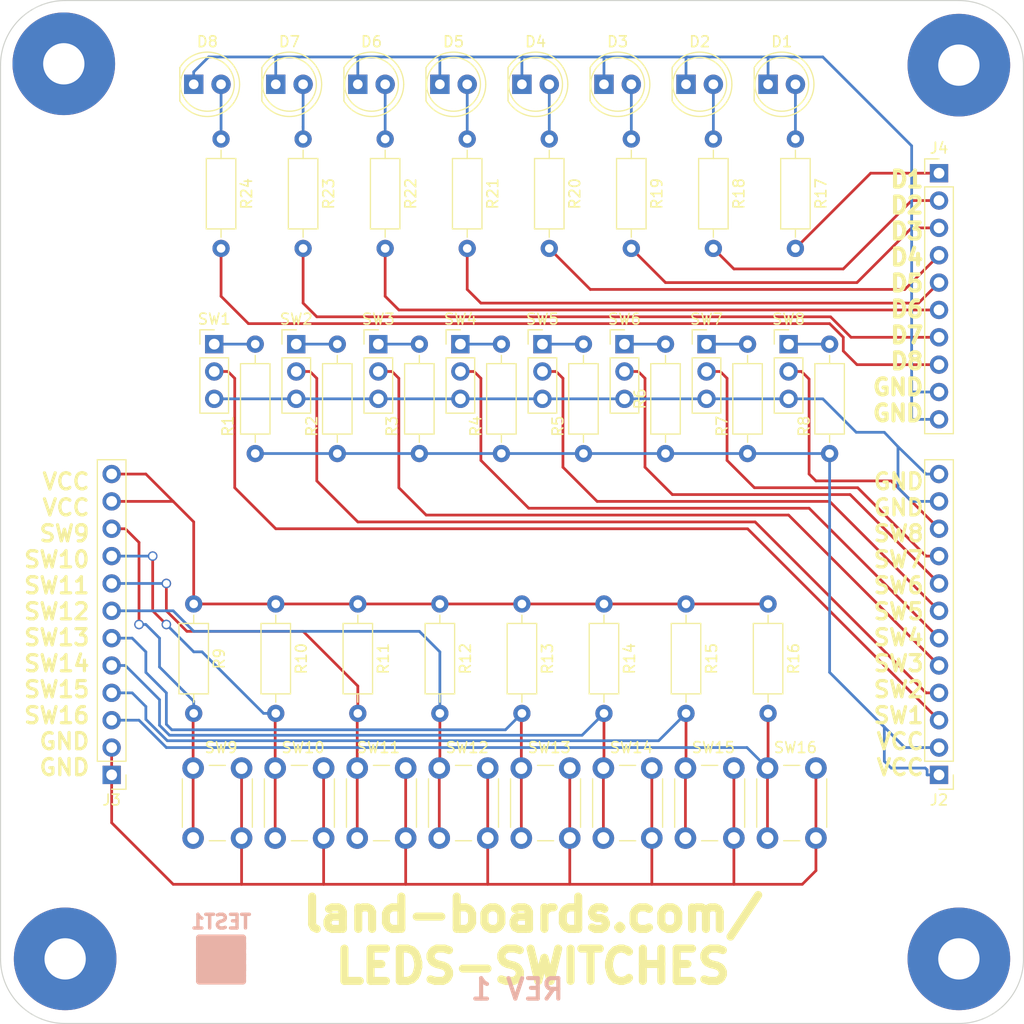
<source format=kicad_pcb>
(kicad_pcb (version 20171130) (host pcbnew "(5.1.5)-3")

  (general
    (thickness 1.6)
    (drawings 19)
    (tracks 271)
    (zones 0)
    (modules 56)
    (nets 46)
  )

  (page A)
  (title_block
    (title ESP32-VGA)
    (date 2020-02-19)
    (rev 2)
    (company land-boards.com)
  )

  (layers
    (0 F.Cu signal)
    (31 B.Cu signal)
    (36 B.SilkS user)
    (37 F.SilkS user)
    (38 B.Mask user hide)
    (39 F.Mask user)
    (40 Dwgs.User user hide)
    (42 Eco1.User user hide)
    (44 Edge.Cuts user)
    (45 Margin user hide)
    (46 B.CrtYd user hide)
    (47 F.CrtYd user hide)
    (48 B.Fab user hide)
    (49 F.Fab user hide)
  )

  (setup
    (last_trace_width 0.254)
    (user_trace_width 0.635)
    (user_trace_width 2.54)
    (trace_clearance 0.254)
    (zone_clearance 0.254)
    (zone_45_only no)
    (trace_min 0.2032)
    (via_size 0.889)
    (via_drill 0.635)
    (via_min_size 0.889)
    (via_min_drill 0.508)
    (uvia_size 0.508)
    (uvia_drill 0.127)
    (uvias_allowed no)
    (uvia_min_size 0.508)
    (uvia_min_drill 0.127)
    (edge_width 0.1)
    (segment_width 0.2)
    (pcb_text_width 0.3)
    (pcb_text_size 1.5 1.5)
    (mod_edge_width 0.15)
    (mod_text_size 1.27 1.27)
    (mod_text_width 0.3175)
    (pad_size 2 4.6)
    (pad_drill 1)
    (pad_to_mask_clearance 0)
    (solder_mask_min_width 0.25)
    (aux_axis_origin 0 0)
    (visible_elements 7EFFEF7F)
    (pcbplotparams
      (layerselection 0x010f0_ffffffff)
      (usegerberextensions false)
      (usegerberattributes false)
      (usegerberadvancedattributes false)
      (creategerberjobfile false)
      (excludeedgelayer true)
      (linewidth 0.150000)
      (plotframeref false)
      (viasonmask false)
      (mode 1)
      (useauxorigin false)
      (hpglpennumber 1)
      (hpglpenspeed 20)
      (hpglpendiameter 15.000000)
      (psnegative false)
      (psa4output false)
      (plotreference true)
      (plotvalue true)
      (plotinvisibletext false)
      (padsonsilk false)
      (subtractmaskfromsilk false)
      (outputformat 1)
      (mirror false)
      (drillshape 0)
      (scaleselection 1)
      (outputdirectory "plots/"))
  )

  (net 0 "")
  (net 1 "Net-(D1-Pad2)")
  (net 2 "Net-(D1-Pad1)")
  (net 3 "Net-(D2-Pad2)")
  (net 4 "Net-(D3-Pad2)")
  (net 5 "Net-(D4-Pad2)")
  (net 6 "Net-(D5-Pad2)")
  (net 7 "Net-(D6-Pad2)")
  (net 8 "Net-(D7-Pad2)")
  (net 9 "Net-(D8-Pad2)")
  (net 10 "Net-(J2-Pad11)")
  (net 11 "Net-(J2-Pad10)")
  (net 12 "Net-(J2-Pad9)")
  (net 13 "Net-(J2-Pad8)")
  (net 14 "Net-(J2-Pad7)")
  (net 15 "Net-(J2-Pad6)")
  (net 16 "Net-(J2-Pad5)")
  (net 17 "Net-(J2-Pad4)")
  (net 18 "Net-(J2-Pad3)")
  (net 19 "Net-(J2-Pad1)")
  (net 20 "Net-(J3-Pad1)")
  (net 21 "Net-(J3-Pad3)")
  (net 22 "Net-(J3-Pad4)")
  (net 23 "Net-(J3-Pad5)")
  (net 24 "Net-(J3-Pad6)")
  (net 25 "Net-(J3-Pad7)")
  (net 26 "Net-(J3-Pad8)")
  (net 27 "Net-(J3-Pad9)")
  (net 28 "Net-(J3-Pad10)")
  (net 29 "Net-(J3-Pad11)")
  (net 30 "Net-(J4-Pad1)")
  (net 31 "Net-(J4-Pad2)")
  (net 32 "Net-(J4-Pad3)")
  (net 33 "Net-(J4-Pad4)")
  (net 34 "Net-(J4-Pad5)")
  (net 35 "Net-(J4-Pad6)")
  (net 36 "Net-(J4-Pad7)")
  (net 37 "Net-(J4-Pad8)")
  (net 38 "Net-(R1-Pad2)")
  (net 39 "Net-(R2-Pad2)")
  (net 40 "Net-(R3-Pad2)")
  (net 41 "Net-(R4-Pad2)")
  (net 42 "Net-(R5-Pad2)")
  (net 43 "Net-(R6-Pad2)")
  (net 44 "Net-(R7-Pad2)")
  (net 45 "Net-(R8-Pad2)")

  (net_class Default "This is the default net class."
    (clearance 0.254)
    (trace_width 0.254)
    (via_dia 0.889)
    (via_drill 0.635)
    (uvia_dia 0.508)
    (uvia_drill 0.127)
    (diff_pair_width 0.254)
    (diff_pair_gap 0.25)
    (add_net "Net-(D1-Pad1)")
    (add_net "Net-(D1-Pad2)")
    (add_net "Net-(D2-Pad2)")
    (add_net "Net-(D3-Pad2)")
    (add_net "Net-(D4-Pad2)")
    (add_net "Net-(D5-Pad2)")
    (add_net "Net-(D6-Pad2)")
    (add_net "Net-(D7-Pad2)")
    (add_net "Net-(D8-Pad2)")
    (add_net "Net-(J2-Pad1)")
    (add_net "Net-(J2-Pad10)")
    (add_net "Net-(J2-Pad11)")
    (add_net "Net-(J2-Pad3)")
    (add_net "Net-(J2-Pad4)")
    (add_net "Net-(J2-Pad5)")
    (add_net "Net-(J2-Pad6)")
    (add_net "Net-(J2-Pad7)")
    (add_net "Net-(J2-Pad8)")
    (add_net "Net-(J2-Pad9)")
    (add_net "Net-(J3-Pad1)")
    (add_net "Net-(J3-Pad10)")
    (add_net "Net-(J3-Pad11)")
    (add_net "Net-(J3-Pad3)")
    (add_net "Net-(J3-Pad4)")
    (add_net "Net-(J3-Pad5)")
    (add_net "Net-(J3-Pad6)")
    (add_net "Net-(J3-Pad7)")
    (add_net "Net-(J3-Pad8)")
    (add_net "Net-(J3-Pad9)")
    (add_net "Net-(J4-Pad1)")
    (add_net "Net-(J4-Pad2)")
    (add_net "Net-(J4-Pad3)")
    (add_net "Net-(J4-Pad4)")
    (add_net "Net-(J4-Pad5)")
    (add_net "Net-(J4-Pad6)")
    (add_net "Net-(J4-Pad7)")
    (add_net "Net-(J4-Pad8)")
    (add_net "Net-(R1-Pad2)")
    (add_net "Net-(R2-Pad2)")
    (add_net "Net-(R3-Pad2)")
    (add_net "Net-(R4-Pad2)")
    (add_net "Net-(R5-Pad2)")
    (add_net "Net-(R6-Pad2)")
    (add_net "Net-(R7-Pad2)")
    (add_net "Net-(R8-Pad2)")
  )

  (net_class W25 ""
    (clearance 0.381)
    (trace_width 0.635)
    (via_dia 0.889)
    (via_drill 0.635)
    (uvia_dia 0.508)
    (uvia_drill 0.127)
    (diff_pair_width 0.254)
    (diff_pair_gap 0.25)
  )

  (module LandBoards_MountHoles:MTG-6-32 (layer F.Cu) (tedit 538F790A) (tstamp 5C8D3E7B)
    (at 15.875 15.875)
    (path /586AD6D2)
    (fp_text reference MTG1 (at 0 -5.588) (layer F.SilkS) hide
      (effects (font (size 1.27 1.27) (thickness 0.3175)))
    )
    (fp_text value MTG_HOLE (at 0.254 5.842) (layer F.SilkS) hide
      (effects (font (size 1.524 1.524) (thickness 0.3048)))
    )
    (pad 1 thru_hole circle (at 0 0) (size 9.525 9.525) (drill 3.8354) (layers *.Cu *.Mask)
      (clearance 0.508))
  )

  (module LandBoards_MountHoles:MTG-6-32 (layer F.Cu) (tedit 538F790A) (tstamp 5C8D3E80)
    (at 99 99)
    (path /586AD65D)
    (fp_text reference MTG2 (at 0 -5.588) (layer F.SilkS) hide
      (effects (font (size 1.27 1.27) (thickness 0.3175)))
    )
    (fp_text value MTG_HOLE (at 0.254 5.842) (layer F.SilkS) hide
      (effects (font (size 1.524 1.524) (thickness 0.3048)))
    )
    (pad 1 thru_hole circle (at 0 0) (size 9.525 9.525) (drill 3.8354) (layers *.Cu *.Mask)
      (clearance 0.508))
  )

  (module LandBoards_MountHoles:MTG-6-32 (layer F.Cu) (tedit 538F790A) (tstamp 5C8D3E85)
    (at 16 99)
    (path /586AD691)
    (fp_text reference MTG3 (at 0 -5.588) (layer F.SilkS) hide
      (effects (font (size 1.27 1.27) (thickness 0.3175)))
    )
    (fp_text value MTG_HOLE (at 0.254 5.842) (layer F.SilkS) hide
      (effects (font (size 1.524 1.524) (thickness 0.3048)))
    )
    (pad 1 thru_hole circle (at 0 0) (size 9.525 9.525) (drill 3.8354) (layers *.Cu *.Mask)
      (clearance 0.508))
  )

  (module LandBoards_MountHoles:MTG-6-32 (layer F.Cu) (tedit 538F790A) (tstamp 5C8D3E8A)
    (at 99 16)
    (path /586AD5E2)
    (fp_text reference MTG?1 (at 0 -5.588) (layer F.SilkS) hide
      (effects (font (size 1.27 1.27) (thickness 0.3175)))
    )
    (fp_text value MTG_HOLE (at 0.254 5.842) (layer F.SilkS) hide
      (effects (font (size 1.524 1.524) (thickness 0.3048)))
    )
    (pad 1 thru_hole circle (at 0 0) (size 9.525 9.525) (drill 3.8354) (layers *.Cu *.Mask)
      (clearance 0.508))
  )

  (module LandBoards_Marking:TEST_BLK-REAR (layer F.Cu) (tedit 5E35AA03) (tstamp 5DF958A1)
    (at 30.48 99.06)
    (path /59399B7A)
    (fp_text reference TEST1 (at 0 -3.5) (layer B.SilkS)
      (effects (font (size 1.27 1.27) (thickness 0.3175)) (justify mirror))
    )
    (fp_text value COUPON (at 0 4) (layer F.SilkS) hide
      (effects (font (size 1.524 1.524) (thickness 0.3048)))
    )
    (fp_line (start -2 -2) (end 2 -2) (layer B.SilkS) (width 0.65))
    (fp_line (start 2 -2) (end 2 2) (layer B.SilkS) (width 0.65))
    (fp_line (start 2 2) (end -2 2) (layer B.SilkS) (width 0.65))
    (fp_line (start -2 2) (end -2 -2) (layer B.SilkS) (width 0.65))
    (fp_line (start -2 -2) (end -2 -1.5) (layer B.SilkS) (width 0.65))
    (fp_line (start -2 -1.5) (end 2 -1.5) (layer B.SilkS) (width 0.65))
    (fp_line (start 2 -1.5) (end 2 -1) (layer B.SilkS) (width 0.65))
    (fp_line (start 2 -1) (end -2 -1) (layer B.SilkS) (width 0.65))
    (fp_line (start -2 -1) (end -2 -0.5) (layer B.SilkS) (width 0.65))
    (fp_line (start -2 -0.5) (end 2 -0.5) (layer B.SilkS) (width 0.65))
    (fp_line (start 2 -0.5) (end 2 0) (layer B.SilkS) (width 0.65))
    (fp_line (start 2 0) (end -2 0) (layer B.SilkS) (width 0.65))
    (fp_line (start -2 0) (end -2 0.5) (layer B.SilkS) (width 0.65))
    (fp_line (start -2 0.5) (end 1.5 0.5) (layer B.SilkS) (width 0.65))
    (fp_line (start 1.5 0.5) (end 2 0.5) (layer B.SilkS) (width 0.65))
    (fp_line (start 2 0.5) (end 2 1) (layer B.SilkS) (width 0.65))
    (fp_line (start 2 1) (end -2 1) (layer B.SilkS) (width 0.65))
    (fp_line (start -2 1) (end -2 1.5) (layer B.SilkS) (width 0.65))
    (fp_line (start -2 1.5) (end 2 1.5) (layer B.SilkS) (width 0.65))
  )

  (module LED_THT:LED_D5.0mm (layer F.Cu) (tedit 5995936A) (tstamp 5EE1505D)
    (at 81.28 17.78)
    (descr "LED, diameter 5.0mm, 2 pins, http://cdn-reichelt.de/documents/datenblatt/A500/LL-504BC2E-009.pdf")
    (tags "LED diameter 5.0mm 2 pins")
    (path /5EE9120C)
    (fp_text reference D1 (at 1.27 -3.96) (layer F.SilkS)
      (effects (font (size 1 1) (thickness 0.15)))
    )
    (fp_text value LED-fixed (at 1.27 3.96) (layer F.Fab)
      (effects (font (size 1 1) (thickness 0.15)))
    )
    (fp_text user %R (at 1.25 0) (layer F.Fab)
      (effects (font (size 0.8 0.8) (thickness 0.2)))
    )
    (fp_line (start 4.5 -3.25) (end -1.95 -3.25) (layer F.CrtYd) (width 0.05))
    (fp_line (start 4.5 3.25) (end 4.5 -3.25) (layer F.CrtYd) (width 0.05))
    (fp_line (start -1.95 3.25) (end 4.5 3.25) (layer F.CrtYd) (width 0.05))
    (fp_line (start -1.95 -3.25) (end -1.95 3.25) (layer F.CrtYd) (width 0.05))
    (fp_line (start -1.29 -1.545) (end -1.29 1.545) (layer F.SilkS) (width 0.12))
    (fp_line (start -1.23 -1.469694) (end -1.23 1.469694) (layer F.Fab) (width 0.1))
    (fp_circle (center 1.27 0) (end 3.77 0) (layer F.SilkS) (width 0.12))
    (fp_circle (center 1.27 0) (end 3.77 0) (layer F.Fab) (width 0.1))
    (fp_arc (start 1.27 0) (end -1.29 1.54483) (angle -148.9) (layer F.SilkS) (width 0.12))
    (fp_arc (start 1.27 0) (end -1.29 -1.54483) (angle 148.9) (layer F.SilkS) (width 0.12))
    (fp_arc (start 1.27 0) (end -1.23 -1.469694) (angle 299.1) (layer F.Fab) (width 0.1))
    (pad 2 thru_hole circle (at 2.54 0) (size 1.8 1.8) (drill 0.9) (layers *.Cu *.Mask)
      (net 1 "Net-(D1-Pad2)"))
    (pad 1 thru_hole rect (at 0 0) (size 1.8 1.8) (drill 0.9) (layers *.Cu *.Mask)
      (net 2 "Net-(D1-Pad1)"))
    (model ${KISYS3DMOD}/LED_THT.3dshapes/LED_D5.0mm.wrl
      (at (xyz 0 0 0))
      (scale (xyz 1 1 1))
      (rotate (xyz 0 0 0))
    )
  )

  (module LED_THT:LED_D5.0mm (layer F.Cu) (tedit 5995936A) (tstamp 5EE1506F)
    (at 73.66 17.78)
    (descr "LED, diameter 5.0mm, 2 pins, http://cdn-reichelt.de/documents/datenblatt/A500/LL-504BC2E-009.pdf")
    (tags "LED diameter 5.0mm 2 pins")
    (path /5EE91E4B)
    (fp_text reference D2 (at 1.27 -3.96) (layer F.SilkS)
      (effects (font (size 1 1) (thickness 0.15)))
    )
    (fp_text value LED-fixed (at 1.27 3.96) (layer F.Fab)
      (effects (font (size 1 1) (thickness 0.15)))
    )
    (fp_arc (start 1.27 0) (end -1.23 -1.469694) (angle 299.1) (layer F.Fab) (width 0.1))
    (fp_arc (start 1.27 0) (end -1.29 -1.54483) (angle 148.9) (layer F.SilkS) (width 0.12))
    (fp_arc (start 1.27 0) (end -1.29 1.54483) (angle -148.9) (layer F.SilkS) (width 0.12))
    (fp_circle (center 1.27 0) (end 3.77 0) (layer F.Fab) (width 0.1))
    (fp_circle (center 1.27 0) (end 3.77 0) (layer F.SilkS) (width 0.12))
    (fp_line (start -1.23 -1.469694) (end -1.23 1.469694) (layer F.Fab) (width 0.1))
    (fp_line (start -1.29 -1.545) (end -1.29 1.545) (layer F.SilkS) (width 0.12))
    (fp_line (start -1.95 -3.25) (end -1.95 3.25) (layer F.CrtYd) (width 0.05))
    (fp_line (start -1.95 3.25) (end 4.5 3.25) (layer F.CrtYd) (width 0.05))
    (fp_line (start 4.5 3.25) (end 4.5 -3.25) (layer F.CrtYd) (width 0.05))
    (fp_line (start 4.5 -3.25) (end -1.95 -3.25) (layer F.CrtYd) (width 0.05))
    (fp_text user %R (at 1.25 0) (layer F.Fab)
      (effects (font (size 0.8 0.8) (thickness 0.2)))
    )
    (pad 1 thru_hole rect (at 0 0) (size 1.8 1.8) (drill 0.9) (layers *.Cu *.Mask)
      (net 2 "Net-(D1-Pad1)"))
    (pad 2 thru_hole circle (at 2.54 0) (size 1.8 1.8) (drill 0.9) (layers *.Cu *.Mask)
      (net 3 "Net-(D2-Pad2)"))
    (model ${KISYS3DMOD}/LED_THT.3dshapes/LED_D5.0mm.wrl
      (at (xyz 0 0 0))
      (scale (xyz 1 1 1))
      (rotate (xyz 0 0 0))
    )
  )

  (module LED_THT:LED_D5.0mm (layer F.Cu) (tedit 5995936A) (tstamp 5EE15081)
    (at 66.04 17.78)
    (descr "LED, diameter 5.0mm, 2 pins, http://cdn-reichelt.de/documents/datenblatt/A500/LL-504BC2E-009.pdf")
    (tags "LED diameter 5.0mm 2 pins")
    (path /5EE92B21)
    (fp_text reference D3 (at 1.27 -3.96) (layer F.SilkS)
      (effects (font (size 1 1) (thickness 0.15)))
    )
    (fp_text value LED-fixed (at 1.27 3.96) (layer F.Fab)
      (effects (font (size 1 1) (thickness 0.15)))
    )
    (fp_arc (start 1.27 0) (end -1.23 -1.469694) (angle 299.1) (layer F.Fab) (width 0.1))
    (fp_arc (start 1.27 0) (end -1.29 -1.54483) (angle 148.9) (layer F.SilkS) (width 0.12))
    (fp_arc (start 1.27 0) (end -1.29 1.54483) (angle -148.9) (layer F.SilkS) (width 0.12))
    (fp_circle (center 1.27 0) (end 3.77 0) (layer F.Fab) (width 0.1))
    (fp_circle (center 1.27 0) (end 3.77 0) (layer F.SilkS) (width 0.12))
    (fp_line (start -1.23 -1.469694) (end -1.23 1.469694) (layer F.Fab) (width 0.1))
    (fp_line (start -1.29 -1.545) (end -1.29 1.545) (layer F.SilkS) (width 0.12))
    (fp_line (start -1.95 -3.25) (end -1.95 3.25) (layer F.CrtYd) (width 0.05))
    (fp_line (start -1.95 3.25) (end 4.5 3.25) (layer F.CrtYd) (width 0.05))
    (fp_line (start 4.5 3.25) (end 4.5 -3.25) (layer F.CrtYd) (width 0.05))
    (fp_line (start 4.5 -3.25) (end -1.95 -3.25) (layer F.CrtYd) (width 0.05))
    (fp_text user %R (at 1.25 0) (layer F.Fab)
      (effects (font (size 0.8 0.8) (thickness 0.2)))
    )
    (pad 1 thru_hole rect (at 0 0) (size 1.8 1.8) (drill 0.9) (layers *.Cu *.Mask)
      (net 2 "Net-(D1-Pad1)"))
    (pad 2 thru_hole circle (at 2.54 0) (size 1.8 1.8) (drill 0.9) (layers *.Cu *.Mask)
      (net 4 "Net-(D3-Pad2)"))
    (model ${KISYS3DMOD}/LED_THT.3dshapes/LED_D5.0mm.wrl
      (at (xyz 0 0 0))
      (scale (xyz 1 1 1))
      (rotate (xyz 0 0 0))
    )
  )

  (module LED_THT:LED_D5.0mm (layer F.Cu) (tedit 5995936A) (tstamp 5EE15093)
    (at 58.42 17.78)
    (descr "LED, diameter 5.0mm, 2 pins, http://cdn-reichelt.de/documents/datenblatt/A500/LL-504BC2E-009.pdf")
    (tags "LED diameter 5.0mm 2 pins")
    (path /5EE931AB)
    (fp_text reference D4 (at 1.27 -3.96) (layer F.SilkS)
      (effects (font (size 1 1) (thickness 0.15)))
    )
    (fp_text value LED-fixed (at 1.27 3.96) (layer F.Fab)
      (effects (font (size 1 1) (thickness 0.15)))
    )
    (fp_text user %R (at 1.25 0) (layer F.Fab)
      (effects (font (size 0.8 0.8) (thickness 0.2)))
    )
    (fp_line (start 4.5 -3.25) (end -1.95 -3.25) (layer F.CrtYd) (width 0.05))
    (fp_line (start 4.5 3.25) (end 4.5 -3.25) (layer F.CrtYd) (width 0.05))
    (fp_line (start -1.95 3.25) (end 4.5 3.25) (layer F.CrtYd) (width 0.05))
    (fp_line (start -1.95 -3.25) (end -1.95 3.25) (layer F.CrtYd) (width 0.05))
    (fp_line (start -1.29 -1.545) (end -1.29 1.545) (layer F.SilkS) (width 0.12))
    (fp_line (start -1.23 -1.469694) (end -1.23 1.469694) (layer F.Fab) (width 0.1))
    (fp_circle (center 1.27 0) (end 3.77 0) (layer F.SilkS) (width 0.12))
    (fp_circle (center 1.27 0) (end 3.77 0) (layer F.Fab) (width 0.1))
    (fp_arc (start 1.27 0) (end -1.29 1.54483) (angle -148.9) (layer F.SilkS) (width 0.12))
    (fp_arc (start 1.27 0) (end -1.29 -1.54483) (angle 148.9) (layer F.SilkS) (width 0.12))
    (fp_arc (start 1.27 0) (end -1.23 -1.469694) (angle 299.1) (layer F.Fab) (width 0.1))
    (pad 2 thru_hole circle (at 2.54 0) (size 1.8 1.8) (drill 0.9) (layers *.Cu *.Mask)
      (net 5 "Net-(D4-Pad2)"))
    (pad 1 thru_hole rect (at 0 0) (size 1.8 1.8) (drill 0.9) (layers *.Cu *.Mask)
      (net 2 "Net-(D1-Pad1)"))
    (model ${KISYS3DMOD}/LED_THT.3dshapes/LED_D5.0mm.wrl
      (at (xyz 0 0 0))
      (scale (xyz 1 1 1))
      (rotate (xyz 0 0 0))
    )
  )

  (module LED_THT:LED_D5.0mm (layer F.Cu) (tedit 5995936A) (tstamp 5EE150A5)
    (at 50.8 17.78)
    (descr "LED, diameter 5.0mm, 2 pins, http://cdn-reichelt.de/documents/datenblatt/A500/LL-504BC2E-009.pdf")
    (tags "LED diameter 5.0mm 2 pins")
    (path /5EE93A39)
    (fp_text reference D5 (at 1.27 -3.96) (layer F.SilkS)
      (effects (font (size 1 1) (thickness 0.15)))
    )
    (fp_text value LED-fixed (at 1.27 3.96) (layer F.Fab)
      (effects (font (size 1 1) (thickness 0.15)))
    )
    (fp_arc (start 1.27 0) (end -1.23 -1.469694) (angle 299.1) (layer F.Fab) (width 0.1))
    (fp_arc (start 1.27 0) (end -1.29 -1.54483) (angle 148.9) (layer F.SilkS) (width 0.12))
    (fp_arc (start 1.27 0) (end -1.29 1.54483) (angle -148.9) (layer F.SilkS) (width 0.12))
    (fp_circle (center 1.27 0) (end 3.77 0) (layer F.Fab) (width 0.1))
    (fp_circle (center 1.27 0) (end 3.77 0) (layer F.SilkS) (width 0.12))
    (fp_line (start -1.23 -1.469694) (end -1.23 1.469694) (layer F.Fab) (width 0.1))
    (fp_line (start -1.29 -1.545) (end -1.29 1.545) (layer F.SilkS) (width 0.12))
    (fp_line (start -1.95 -3.25) (end -1.95 3.25) (layer F.CrtYd) (width 0.05))
    (fp_line (start -1.95 3.25) (end 4.5 3.25) (layer F.CrtYd) (width 0.05))
    (fp_line (start 4.5 3.25) (end 4.5 -3.25) (layer F.CrtYd) (width 0.05))
    (fp_line (start 4.5 -3.25) (end -1.95 -3.25) (layer F.CrtYd) (width 0.05))
    (fp_text user %R (at 1.25 0) (layer F.Fab)
      (effects (font (size 0.8 0.8) (thickness 0.2)))
    )
    (pad 1 thru_hole rect (at 0 0) (size 1.8 1.8) (drill 0.9) (layers *.Cu *.Mask)
      (net 2 "Net-(D1-Pad1)"))
    (pad 2 thru_hole circle (at 2.54 0) (size 1.8 1.8) (drill 0.9) (layers *.Cu *.Mask)
      (net 6 "Net-(D5-Pad2)"))
    (model ${KISYS3DMOD}/LED_THT.3dshapes/LED_D5.0mm.wrl
      (at (xyz 0 0 0))
      (scale (xyz 1 1 1))
      (rotate (xyz 0 0 0))
    )
  )

  (module LED_THT:LED_D5.0mm (layer F.Cu) (tedit 5995936A) (tstamp 5EE150B7)
    (at 43.18 17.78)
    (descr "LED, diameter 5.0mm, 2 pins, http://cdn-reichelt.de/documents/datenblatt/A500/LL-504BC2E-009.pdf")
    (tags "LED diameter 5.0mm 2 pins")
    (path /5EE93FFE)
    (fp_text reference D6 (at 1.27 -3.96) (layer F.SilkS)
      (effects (font (size 1 1) (thickness 0.15)))
    )
    (fp_text value LED-fixed (at 1.27 3.96) (layer F.Fab)
      (effects (font (size 1 1) (thickness 0.15)))
    )
    (fp_text user %R (at 1.25 0) (layer F.Fab)
      (effects (font (size 0.8 0.8) (thickness 0.2)))
    )
    (fp_line (start 4.5 -3.25) (end -1.95 -3.25) (layer F.CrtYd) (width 0.05))
    (fp_line (start 4.5 3.25) (end 4.5 -3.25) (layer F.CrtYd) (width 0.05))
    (fp_line (start -1.95 3.25) (end 4.5 3.25) (layer F.CrtYd) (width 0.05))
    (fp_line (start -1.95 -3.25) (end -1.95 3.25) (layer F.CrtYd) (width 0.05))
    (fp_line (start -1.29 -1.545) (end -1.29 1.545) (layer F.SilkS) (width 0.12))
    (fp_line (start -1.23 -1.469694) (end -1.23 1.469694) (layer F.Fab) (width 0.1))
    (fp_circle (center 1.27 0) (end 3.77 0) (layer F.SilkS) (width 0.12))
    (fp_circle (center 1.27 0) (end 3.77 0) (layer F.Fab) (width 0.1))
    (fp_arc (start 1.27 0) (end -1.29 1.54483) (angle -148.9) (layer F.SilkS) (width 0.12))
    (fp_arc (start 1.27 0) (end -1.29 -1.54483) (angle 148.9) (layer F.SilkS) (width 0.12))
    (fp_arc (start 1.27 0) (end -1.23 -1.469694) (angle 299.1) (layer F.Fab) (width 0.1))
    (pad 2 thru_hole circle (at 2.54 0) (size 1.8 1.8) (drill 0.9) (layers *.Cu *.Mask)
      (net 7 "Net-(D6-Pad2)"))
    (pad 1 thru_hole rect (at 0 0) (size 1.8 1.8) (drill 0.9) (layers *.Cu *.Mask)
      (net 2 "Net-(D1-Pad1)"))
    (model ${KISYS3DMOD}/LED_THT.3dshapes/LED_D5.0mm.wrl
      (at (xyz 0 0 0))
      (scale (xyz 1 1 1))
      (rotate (xyz 0 0 0))
    )
  )

  (module LED_THT:LED_D5.0mm (layer F.Cu) (tedit 5995936A) (tstamp 5EE150C9)
    (at 35.56 17.78)
    (descr "LED, diameter 5.0mm, 2 pins, http://cdn-reichelt.de/documents/datenblatt/A500/LL-504BC2E-009.pdf")
    (tags "LED diameter 5.0mm 2 pins")
    (path /5EE94B79)
    (fp_text reference D7 (at 1.27 -3.96) (layer F.SilkS)
      (effects (font (size 1 1) (thickness 0.15)))
    )
    (fp_text value LED-fixed (at 1.27 3.96) (layer F.Fab)
      (effects (font (size 1 1) (thickness 0.15)))
    )
    (fp_arc (start 1.27 0) (end -1.23 -1.469694) (angle 299.1) (layer F.Fab) (width 0.1))
    (fp_arc (start 1.27 0) (end -1.29 -1.54483) (angle 148.9) (layer F.SilkS) (width 0.12))
    (fp_arc (start 1.27 0) (end -1.29 1.54483) (angle -148.9) (layer F.SilkS) (width 0.12))
    (fp_circle (center 1.27 0) (end 3.77 0) (layer F.Fab) (width 0.1))
    (fp_circle (center 1.27 0) (end 3.77 0) (layer F.SilkS) (width 0.12))
    (fp_line (start -1.23 -1.469694) (end -1.23 1.469694) (layer F.Fab) (width 0.1))
    (fp_line (start -1.29 -1.545) (end -1.29 1.545) (layer F.SilkS) (width 0.12))
    (fp_line (start -1.95 -3.25) (end -1.95 3.25) (layer F.CrtYd) (width 0.05))
    (fp_line (start -1.95 3.25) (end 4.5 3.25) (layer F.CrtYd) (width 0.05))
    (fp_line (start 4.5 3.25) (end 4.5 -3.25) (layer F.CrtYd) (width 0.05))
    (fp_line (start 4.5 -3.25) (end -1.95 -3.25) (layer F.CrtYd) (width 0.05))
    (fp_text user %R (at 1.25 0) (layer F.Fab)
      (effects (font (size 0.8 0.8) (thickness 0.2)))
    )
    (pad 1 thru_hole rect (at 0 0) (size 1.8 1.8) (drill 0.9) (layers *.Cu *.Mask)
      (net 2 "Net-(D1-Pad1)"))
    (pad 2 thru_hole circle (at 2.54 0) (size 1.8 1.8) (drill 0.9) (layers *.Cu *.Mask)
      (net 8 "Net-(D7-Pad2)"))
    (model ${KISYS3DMOD}/LED_THT.3dshapes/LED_D5.0mm.wrl
      (at (xyz 0 0 0))
      (scale (xyz 1 1 1))
      (rotate (xyz 0 0 0))
    )
  )

  (module LED_THT:LED_D5.0mm (layer F.Cu) (tedit 5995936A) (tstamp 5EE150DB)
    (at 27.94 17.78)
    (descr "LED, diameter 5.0mm, 2 pins, http://cdn-reichelt.de/documents/datenblatt/A500/LL-504BC2E-009.pdf")
    (tags "LED diameter 5.0mm 2 pins")
    (path /5EE95084)
    (fp_text reference D8 (at 1.27 -3.96) (layer F.SilkS)
      (effects (font (size 1 1) (thickness 0.15)))
    )
    (fp_text value LED-fixed (at 1.27 3.96) (layer F.Fab)
      (effects (font (size 1 1) (thickness 0.15)))
    )
    (fp_text user %R (at 1.25 0) (layer F.Fab)
      (effects (font (size 0.8 0.8) (thickness 0.2)))
    )
    (fp_line (start 4.5 -3.25) (end -1.95 -3.25) (layer F.CrtYd) (width 0.05))
    (fp_line (start 4.5 3.25) (end 4.5 -3.25) (layer F.CrtYd) (width 0.05))
    (fp_line (start -1.95 3.25) (end 4.5 3.25) (layer F.CrtYd) (width 0.05))
    (fp_line (start -1.95 -3.25) (end -1.95 3.25) (layer F.CrtYd) (width 0.05))
    (fp_line (start -1.29 -1.545) (end -1.29 1.545) (layer F.SilkS) (width 0.12))
    (fp_line (start -1.23 -1.469694) (end -1.23 1.469694) (layer F.Fab) (width 0.1))
    (fp_circle (center 1.27 0) (end 3.77 0) (layer F.SilkS) (width 0.12))
    (fp_circle (center 1.27 0) (end 3.77 0) (layer F.Fab) (width 0.1))
    (fp_arc (start 1.27 0) (end -1.29 1.54483) (angle -148.9) (layer F.SilkS) (width 0.12))
    (fp_arc (start 1.27 0) (end -1.29 -1.54483) (angle 148.9) (layer F.SilkS) (width 0.12))
    (fp_arc (start 1.27 0) (end -1.23 -1.469694) (angle 299.1) (layer F.Fab) (width 0.1))
    (pad 2 thru_hole circle (at 2.54 0) (size 1.8 1.8) (drill 0.9) (layers *.Cu *.Mask)
      (net 9 "Net-(D8-Pad2)"))
    (pad 1 thru_hole rect (at 0 0) (size 1.8 1.8) (drill 0.9) (layers *.Cu *.Mask)
      (net 2 "Net-(D1-Pad1)"))
    (model ${KISYS3DMOD}/LED_THT.3dshapes/LED_D5.0mm.wrl
      (at (xyz 0 0 0))
      (scale (xyz 1 1 1))
      (rotate (xyz 0 0 0))
    )
  )

  (module Connector_PinHeader_2.54mm:PinHeader_1x12_P2.54mm_Vertical (layer F.Cu) (tedit 59FED5CC) (tstamp 5EE150FB)
    (at 97.155 81.915 180)
    (descr "Through hole straight pin header, 1x12, 2.54mm pitch, single row")
    (tags "Through hole pin header THT 1x12 2.54mm single row")
    (path /5EE4B1D4)
    (fp_text reference J2 (at 0 -2.33) (layer F.SilkS)
      (effects (font (size 1 1) (thickness 0.15)))
    )
    (fp_text value Conn_01x12 (at 0 30.27) (layer F.Fab)
      (effects (font (size 1 1) (thickness 0.15)))
    )
    (fp_text user %R (at 0 13.97 90) (layer F.Fab)
      (effects (font (size 1 1) (thickness 0.15)))
    )
    (fp_line (start 1.8 -1.8) (end -1.8 -1.8) (layer F.CrtYd) (width 0.05))
    (fp_line (start 1.8 29.75) (end 1.8 -1.8) (layer F.CrtYd) (width 0.05))
    (fp_line (start -1.8 29.75) (end 1.8 29.75) (layer F.CrtYd) (width 0.05))
    (fp_line (start -1.8 -1.8) (end -1.8 29.75) (layer F.CrtYd) (width 0.05))
    (fp_line (start -1.33 -1.33) (end 0 -1.33) (layer F.SilkS) (width 0.12))
    (fp_line (start -1.33 0) (end -1.33 -1.33) (layer F.SilkS) (width 0.12))
    (fp_line (start -1.33 1.27) (end 1.33 1.27) (layer F.SilkS) (width 0.12))
    (fp_line (start 1.33 1.27) (end 1.33 29.27) (layer F.SilkS) (width 0.12))
    (fp_line (start -1.33 1.27) (end -1.33 29.27) (layer F.SilkS) (width 0.12))
    (fp_line (start -1.33 29.27) (end 1.33 29.27) (layer F.SilkS) (width 0.12))
    (fp_line (start -1.27 -0.635) (end -0.635 -1.27) (layer F.Fab) (width 0.1))
    (fp_line (start -1.27 29.21) (end -1.27 -0.635) (layer F.Fab) (width 0.1))
    (fp_line (start 1.27 29.21) (end -1.27 29.21) (layer F.Fab) (width 0.1))
    (fp_line (start 1.27 -1.27) (end 1.27 29.21) (layer F.Fab) (width 0.1))
    (fp_line (start -0.635 -1.27) (end 1.27 -1.27) (layer F.Fab) (width 0.1))
    (pad 12 thru_hole oval (at 0 27.94 180) (size 1.7 1.7) (drill 1) (layers *.Cu *.Mask)
      (net 10 "Net-(J2-Pad11)"))
    (pad 11 thru_hole oval (at 0 25.4 180) (size 1.7 1.7) (drill 1) (layers *.Cu *.Mask)
      (net 10 "Net-(J2-Pad11)"))
    (pad 10 thru_hole oval (at 0 22.86 180) (size 1.7 1.7) (drill 1) (layers *.Cu *.Mask)
      (net 11 "Net-(J2-Pad10)"))
    (pad 9 thru_hole oval (at 0 20.32 180) (size 1.7 1.7) (drill 1) (layers *.Cu *.Mask)
      (net 12 "Net-(J2-Pad9)"))
    (pad 8 thru_hole oval (at 0 17.78 180) (size 1.7 1.7) (drill 1) (layers *.Cu *.Mask)
      (net 13 "Net-(J2-Pad8)"))
    (pad 7 thru_hole oval (at 0 15.24 180) (size 1.7 1.7) (drill 1) (layers *.Cu *.Mask)
      (net 14 "Net-(J2-Pad7)"))
    (pad 6 thru_hole oval (at 0 12.7 180) (size 1.7 1.7) (drill 1) (layers *.Cu *.Mask)
      (net 15 "Net-(J2-Pad6)"))
    (pad 5 thru_hole oval (at 0 10.16 180) (size 1.7 1.7) (drill 1) (layers *.Cu *.Mask)
      (net 16 "Net-(J2-Pad5)"))
    (pad 4 thru_hole oval (at 0 7.62 180) (size 1.7 1.7) (drill 1) (layers *.Cu *.Mask)
      (net 17 "Net-(J2-Pad4)"))
    (pad 3 thru_hole oval (at 0 5.08 180) (size 1.7 1.7) (drill 1) (layers *.Cu *.Mask)
      (net 18 "Net-(J2-Pad3)"))
    (pad 2 thru_hole oval (at 0 2.54 180) (size 1.7 1.7) (drill 1) (layers *.Cu *.Mask)
      (net 19 "Net-(J2-Pad1)"))
    (pad 1 thru_hole rect (at 0 0 180) (size 1.7 1.7) (drill 1) (layers *.Cu *.Mask)
      (net 19 "Net-(J2-Pad1)"))
    (model ${KISYS3DMOD}/Connector_PinHeader_2.54mm.3dshapes/PinHeader_1x12_P2.54mm_Vertical.wrl
      (at (xyz 0 0 0))
      (scale (xyz 1 1 1))
      (rotate (xyz 0 0 0))
    )
  )

  (module Connector_PinHeader_2.54mm:PinHeader_1x12_P2.54mm_Vertical (layer F.Cu) (tedit 59FED5CC) (tstamp 5EE1511B)
    (at 20.32 81.915 180)
    (descr "Through hole straight pin header, 1x12, 2.54mm pitch, single row")
    (tags "Through hole pin header THT 1x12 2.54mm single row")
    (path /5EF2EDB7)
    (fp_text reference J3 (at 0 -2.33) (layer F.SilkS)
      (effects (font (size 1 1) (thickness 0.15)))
    )
    (fp_text value Conn_01x12 (at 0 30.27) (layer F.Fab)
      (effects (font (size 1 1) (thickness 0.15)))
    )
    (fp_line (start -0.635 -1.27) (end 1.27 -1.27) (layer F.Fab) (width 0.1))
    (fp_line (start 1.27 -1.27) (end 1.27 29.21) (layer F.Fab) (width 0.1))
    (fp_line (start 1.27 29.21) (end -1.27 29.21) (layer F.Fab) (width 0.1))
    (fp_line (start -1.27 29.21) (end -1.27 -0.635) (layer F.Fab) (width 0.1))
    (fp_line (start -1.27 -0.635) (end -0.635 -1.27) (layer F.Fab) (width 0.1))
    (fp_line (start -1.33 29.27) (end 1.33 29.27) (layer F.SilkS) (width 0.12))
    (fp_line (start -1.33 1.27) (end -1.33 29.27) (layer F.SilkS) (width 0.12))
    (fp_line (start 1.33 1.27) (end 1.33 29.27) (layer F.SilkS) (width 0.12))
    (fp_line (start -1.33 1.27) (end 1.33 1.27) (layer F.SilkS) (width 0.12))
    (fp_line (start -1.33 0) (end -1.33 -1.33) (layer F.SilkS) (width 0.12))
    (fp_line (start -1.33 -1.33) (end 0 -1.33) (layer F.SilkS) (width 0.12))
    (fp_line (start -1.8 -1.8) (end -1.8 29.75) (layer F.CrtYd) (width 0.05))
    (fp_line (start -1.8 29.75) (end 1.8 29.75) (layer F.CrtYd) (width 0.05))
    (fp_line (start 1.8 29.75) (end 1.8 -1.8) (layer F.CrtYd) (width 0.05))
    (fp_line (start 1.8 -1.8) (end -1.8 -1.8) (layer F.CrtYd) (width 0.05))
    (fp_text user %R (at 0 13.97 90) (layer F.Fab)
      (effects (font (size 1 1) (thickness 0.15)))
    )
    (pad 1 thru_hole rect (at 0 0 180) (size 1.7 1.7) (drill 1) (layers *.Cu *.Mask)
      (net 20 "Net-(J3-Pad1)"))
    (pad 2 thru_hole oval (at 0 2.54 180) (size 1.7 1.7) (drill 1) (layers *.Cu *.Mask)
      (net 20 "Net-(J3-Pad1)"))
    (pad 3 thru_hole oval (at 0 5.08 180) (size 1.7 1.7) (drill 1) (layers *.Cu *.Mask)
      (net 21 "Net-(J3-Pad3)"))
    (pad 4 thru_hole oval (at 0 7.62 180) (size 1.7 1.7) (drill 1) (layers *.Cu *.Mask)
      (net 22 "Net-(J3-Pad4)"))
    (pad 5 thru_hole oval (at 0 10.16 180) (size 1.7 1.7) (drill 1) (layers *.Cu *.Mask)
      (net 23 "Net-(J3-Pad5)"))
    (pad 6 thru_hole oval (at 0 12.7 180) (size 1.7 1.7) (drill 1) (layers *.Cu *.Mask)
      (net 24 "Net-(J3-Pad6)"))
    (pad 7 thru_hole oval (at 0 15.24 180) (size 1.7 1.7) (drill 1) (layers *.Cu *.Mask)
      (net 25 "Net-(J3-Pad7)"))
    (pad 8 thru_hole oval (at 0 17.78 180) (size 1.7 1.7) (drill 1) (layers *.Cu *.Mask)
      (net 26 "Net-(J3-Pad8)"))
    (pad 9 thru_hole oval (at 0 20.32 180) (size 1.7 1.7) (drill 1) (layers *.Cu *.Mask)
      (net 27 "Net-(J3-Pad9)"))
    (pad 10 thru_hole oval (at 0 22.86 180) (size 1.7 1.7) (drill 1) (layers *.Cu *.Mask)
      (net 28 "Net-(J3-Pad10)"))
    (pad 11 thru_hole oval (at 0 25.4 180) (size 1.7 1.7) (drill 1) (layers *.Cu *.Mask)
      (net 29 "Net-(J3-Pad11)"))
    (pad 12 thru_hole oval (at 0 27.94 180) (size 1.7 1.7) (drill 1) (layers *.Cu *.Mask)
      (net 29 "Net-(J3-Pad11)"))
    (model ${KISYS3DMOD}/Connector_PinHeader_2.54mm.3dshapes/PinHeader_1x12_P2.54mm_Vertical.wrl
      (at (xyz 0 0 0))
      (scale (xyz 1 1 1))
      (rotate (xyz 0 0 0))
    )
  )

  (module Connector_PinHeader_2.54mm:PinHeader_1x10_P2.54mm_Vertical (layer F.Cu) (tedit 59FED5CC) (tstamp 5EE15139)
    (at 97.155 26.035)
    (descr "Through hole straight pin header, 1x10, 2.54mm pitch, single row")
    (tags "Through hole pin header THT 1x10 2.54mm single row")
    (path /5EE6ECC2)
    (fp_text reference J4 (at 0 -2.33) (layer F.SilkS)
      (effects (font (size 1 1) (thickness 0.15)))
    )
    (fp_text value Conn_01x10 (at 0 25.19) (layer F.Fab)
      (effects (font (size 1 1) (thickness 0.15)))
    )
    (fp_line (start -0.635 -1.27) (end 1.27 -1.27) (layer F.Fab) (width 0.1))
    (fp_line (start 1.27 -1.27) (end 1.27 24.13) (layer F.Fab) (width 0.1))
    (fp_line (start 1.27 24.13) (end -1.27 24.13) (layer F.Fab) (width 0.1))
    (fp_line (start -1.27 24.13) (end -1.27 -0.635) (layer F.Fab) (width 0.1))
    (fp_line (start -1.27 -0.635) (end -0.635 -1.27) (layer F.Fab) (width 0.1))
    (fp_line (start -1.33 24.19) (end 1.33 24.19) (layer F.SilkS) (width 0.12))
    (fp_line (start -1.33 1.27) (end -1.33 24.19) (layer F.SilkS) (width 0.12))
    (fp_line (start 1.33 1.27) (end 1.33 24.19) (layer F.SilkS) (width 0.12))
    (fp_line (start -1.33 1.27) (end 1.33 1.27) (layer F.SilkS) (width 0.12))
    (fp_line (start -1.33 0) (end -1.33 -1.33) (layer F.SilkS) (width 0.12))
    (fp_line (start -1.33 -1.33) (end 0 -1.33) (layer F.SilkS) (width 0.12))
    (fp_line (start -1.8 -1.8) (end -1.8 24.65) (layer F.CrtYd) (width 0.05))
    (fp_line (start -1.8 24.65) (end 1.8 24.65) (layer F.CrtYd) (width 0.05))
    (fp_line (start 1.8 24.65) (end 1.8 -1.8) (layer F.CrtYd) (width 0.05))
    (fp_line (start 1.8 -1.8) (end -1.8 -1.8) (layer F.CrtYd) (width 0.05))
    (fp_text user %R (at 0 11.43 -270) (layer F.Fab)
      (effects (font (size 1 1) (thickness 0.15)))
    )
    (pad 1 thru_hole rect (at 0 0) (size 1.7 1.7) (drill 1) (layers *.Cu *.Mask)
      (net 30 "Net-(J4-Pad1)"))
    (pad 2 thru_hole oval (at 0 2.54) (size 1.7 1.7) (drill 1) (layers *.Cu *.Mask)
      (net 31 "Net-(J4-Pad2)"))
    (pad 3 thru_hole oval (at 0 5.08) (size 1.7 1.7) (drill 1) (layers *.Cu *.Mask)
      (net 32 "Net-(J4-Pad3)"))
    (pad 4 thru_hole oval (at 0 7.62) (size 1.7 1.7) (drill 1) (layers *.Cu *.Mask)
      (net 33 "Net-(J4-Pad4)"))
    (pad 5 thru_hole oval (at 0 10.16) (size 1.7 1.7) (drill 1) (layers *.Cu *.Mask)
      (net 34 "Net-(J4-Pad5)"))
    (pad 6 thru_hole oval (at 0 12.7) (size 1.7 1.7) (drill 1) (layers *.Cu *.Mask)
      (net 35 "Net-(J4-Pad6)"))
    (pad 7 thru_hole oval (at 0 15.24) (size 1.7 1.7) (drill 1) (layers *.Cu *.Mask)
      (net 36 "Net-(J4-Pad7)"))
    (pad 8 thru_hole oval (at 0 17.78) (size 1.7 1.7) (drill 1) (layers *.Cu *.Mask)
      (net 37 "Net-(J4-Pad8)"))
    (pad 9 thru_hole oval (at 0 20.32) (size 1.7 1.7) (drill 1) (layers *.Cu *.Mask)
      (net 2 "Net-(D1-Pad1)"))
    (pad 10 thru_hole oval (at 0 22.86) (size 1.7 1.7) (drill 1) (layers *.Cu *.Mask)
      (net 2 "Net-(D1-Pad1)"))
    (model ${KISYS3DMOD}/Connector_PinHeader_2.54mm.3dshapes/PinHeader_1x10_P2.54mm_Vertical.wrl
      (at (xyz 0 0 0))
      (scale (xyz 1 1 1))
      (rotate (xyz 0 0 0))
    )
  )

  (module Resistor_THT:R_Axial_DIN0207_L6.3mm_D2.5mm_P10.16mm_Horizontal (layer F.Cu) (tedit 5AE5139B) (tstamp 5EE15150)
    (at 33.655 52.07 90)
    (descr "Resistor, Axial_DIN0207 series, Axial, Horizontal, pin pitch=10.16mm, 0.25W = 1/4W, length*diameter=6.3*2.5mm^2, http://cdn-reichelt.de/documents/datenblatt/B400/1_4W%23YAG.pdf")
    (tags "Resistor Axial_DIN0207 series Axial Horizontal pin pitch 10.16mm 0.25W = 1/4W length 6.3mm diameter 2.5mm")
    (path /5EE2B34C)
    (fp_text reference R1 (at 2.54 -2.54 90) (layer F.SilkS)
      (effects (font (size 1 1) (thickness 0.15)))
    )
    (fp_text value 10K (at 5.08 2.37 90) (layer F.Fab)
      (effects (font (size 1 1) (thickness 0.15)))
    )
    (fp_line (start 1.93 -1.25) (end 1.93 1.25) (layer F.Fab) (width 0.1))
    (fp_line (start 1.93 1.25) (end 8.23 1.25) (layer F.Fab) (width 0.1))
    (fp_line (start 8.23 1.25) (end 8.23 -1.25) (layer F.Fab) (width 0.1))
    (fp_line (start 8.23 -1.25) (end 1.93 -1.25) (layer F.Fab) (width 0.1))
    (fp_line (start 0 0) (end 1.93 0) (layer F.Fab) (width 0.1))
    (fp_line (start 10.16 0) (end 8.23 0) (layer F.Fab) (width 0.1))
    (fp_line (start 1.81 -1.37) (end 1.81 1.37) (layer F.SilkS) (width 0.12))
    (fp_line (start 1.81 1.37) (end 8.35 1.37) (layer F.SilkS) (width 0.12))
    (fp_line (start 8.35 1.37) (end 8.35 -1.37) (layer F.SilkS) (width 0.12))
    (fp_line (start 8.35 -1.37) (end 1.81 -1.37) (layer F.SilkS) (width 0.12))
    (fp_line (start 1.04 0) (end 1.81 0) (layer F.SilkS) (width 0.12))
    (fp_line (start 9.12 0) (end 8.35 0) (layer F.SilkS) (width 0.12))
    (fp_line (start -1.05 -1.5) (end -1.05 1.5) (layer F.CrtYd) (width 0.05))
    (fp_line (start -1.05 1.5) (end 11.21 1.5) (layer F.CrtYd) (width 0.05))
    (fp_line (start 11.21 1.5) (end 11.21 -1.5) (layer F.CrtYd) (width 0.05))
    (fp_line (start 11.21 -1.5) (end -1.05 -1.5) (layer F.CrtYd) (width 0.05))
    (fp_text user %R (at 5.08 0 90) (layer F.Fab)
      (effects (font (size 1 1) (thickness 0.15)))
    )
    (pad 1 thru_hole circle (at 0 0 90) (size 1.6 1.6) (drill 0.8) (layers *.Cu *.Mask)
      (net 19 "Net-(J2-Pad1)"))
    (pad 2 thru_hole oval (at 10.16 0 90) (size 1.6 1.6) (drill 0.8) (layers *.Cu *.Mask)
      (net 38 "Net-(R1-Pad2)"))
    (model ${KISYS3DMOD}/Resistor_THT.3dshapes/R_Axial_DIN0207_L6.3mm_D2.5mm_P10.16mm_Horizontal.wrl
      (at (xyz 0 0 0))
      (scale (xyz 1 1 1))
      (rotate (xyz 0 0 0))
    )
  )

  (module Resistor_THT:R_Axial_DIN0207_L6.3mm_D2.5mm_P10.16mm_Horizontal (layer F.Cu) (tedit 5AE5139B) (tstamp 5EE15167)
    (at 41.275 52.07 90)
    (descr "Resistor, Axial_DIN0207 series, Axial, Horizontal, pin pitch=10.16mm, 0.25W = 1/4W, length*diameter=6.3*2.5mm^2, http://cdn-reichelt.de/documents/datenblatt/B400/1_4W%23YAG.pdf")
    (tags "Resistor Axial_DIN0207 series Axial Horizontal pin pitch 10.16mm 0.25W = 1/4W length 6.3mm diameter 2.5mm")
    (path /5EE67941)
    (fp_text reference R2 (at 2.54 -2.37 90) (layer F.SilkS)
      (effects (font (size 1 1) (thickness 0.15)))
    )
    (fp_text value 10K (at 5.08 2.37 90) (layer F.Fab)
      (effects (font (size 1 1) (thickness 0.15)))
    )
    (fp_line (start 1.93 -1.25) (end 1.93 1.25) (layer F.Fab) (width 0.1))
    (fp_line (start 1.93 1.25) (end 8.23 1.25) (layer F.Fab) (width 0.1))
    (fp_line (start 8.23 1.25) (end 8.23 -1.25) (layer F.Fab) (width 0.1))
    (fp_line (start 8.23 -1.25) (end 1.93 -1.25) (layer F.Fab) (width 0.1))
    (fp_line (start 0 0) (end 1.93 0) (layer F.Fab) (width 0.1))
    (fp_line (start 10.16 0) (end 8.23 0) (layer F.Fab) (width 0.1))
    (fp_line (start 1.81 -1.37) (end 1.81 1.37) (layer F.SilkS) (width 0.12))
    (fp_line (start 1.81 1.37) (end 8.35 1.37) (layer F.SilkS) (width 0.12))
    (fp_line (start 8.35 1.37) (end 8.35 -1.37) (layer F.SilkS) (width 0.12))
    (fp_line (start 8.35 -1.37) (end 1.81 -1.37) (layer F.SilkS) (width 0.12))
    (fp_line (start 1.04 0) (end 1.81 0) (layer F.SilkS) (width 0.12))
    (fp_line (start 9.12 0) (end 8.35 0) (layer F.SilkS) (width 0.12))
    (fp_line (start -1.05 -1.5) (end -1.05 1.5) (layer F.CrtYd) (width 0.05))
    (fp_line (start -1.05 1.5) (end 11.21 1.5) (layer F.CrtYd) (width 0.05))
    (fp_line (start 11.21 1.5) (end 11.21 -1.5) (layer F.CrtYd) (width 0.05))
    (fp_line (start 11.21 -1.5) (end -1.05 -1.5) (layer F.CrtYd) (width 0.05))
    (fp_text user %R (at 5.08 0 90) (layer F.Fab)
      (effects (font (size 1 1) (thickness 0.15)))
    )
    (pad 1 thru_hole circle (at 0 0 90) (size 1.6 1.6) (drill 0.8) (layers *.Cu *.Mask)
      (net 19 "Net-(J2-Pad1)"))
    (pad 2 thru_hole oval (at 10.16 0 90) (size 1.6 1.6) (drill 0.8) (layers *.Cu *.Mask)
      (net 39 "Net-(R2-Pad2)"))
    (model ${KISYS3DMOD}/Resistor_THT.3dshapes/R_Axial_DIN0207_L6.3mm_D2.5mm_P10.16mm_Horizontal.wrl
      (at (xyz 0 0 0))
      (scale (xyz 1 1 1))
      (rotate (xyz 0 0 0))
    )
  )

  (module Resistor_THT:R_Axial_DIN0207_L6.3mm_D2.5mm_P10.16mm_Horizontal (layer F.Cu) (tedit 5AE5139B) (tstamp 5EE1517E)
    (at 48.895 52.07 90)
    (descr "Resistor, Axial_DIN0207 series, Axial, Horizontal, pin pitch=10.16mm, 0.25W = 1/4W, length*diameter=6.3*2.5mm^2, http://cdn-reichelt.de/documents/datenblatt/B400/1_4W%23YAG.pdf")
    (tags "Resistor Axial_DIN0207 series Axial Horizontal pin pitch 10.16mm 0.25W = 1/4W length 6.3mm diameter 2.5mm")
    (path /5EE67F64)
    (fp_text reference R3 (at 2.54 -2.54 90) (layer F.SilkS)
      (effects (font (size 1 1) (thickness 0.15)))
    )
    (fp_text value 10K (at 5.08 2.37 90) (layer F.Fab)
      (effects (font (size 1 1) (thickness 0.15)))
    )
    (fp_text user %R (at 5.08 0 90) (layer F.Fab)
      (effects (font (size 1 1) (thickness 0.15)))
    )
    (fp_line (start 11.21 -1.5) (end -1.05 -1.5) (layer F.CrtYd) (width 0.05))
    (fp_line (start 11.21 1.5) (end 11.21 -1.5) (layer F.CrtYd) (width 0.05))
    (fp_line (start -1.05 1.5) (end 11.21 1.5) (layer F.CrtYd) (width 0.05))
    (fp_line (start -1.05 -1.5) (end -1.05 1.5) (layer F.CrtYd) (width 0.05))
    (fp_line (start 9.12 0) (end 8.35 0) (layer F.SilkS) (width 0.12))
    (fp_line (start 1.04 0) (end 1.81 0) (layer F.SilkS) (width 0.12))
    (fp_line (start 8.35 -1.37) (end 1.81 -1.37) (layer F.SilkS) (width 0.12))
    (fp_line (start 8.35 1.37) (end 8.35 -1.37) (layer F.SilkS) (width 0.12))
    (fp_line (start 1.81 1.37) (end 8.35 1.37) (layer F.SilkS) (width 0.12))
    (fp_line (start 1.81 -1.37) (end 1.81 1.37) (layer F.SilkS) (width 0.12))
    (fp_line (start 10.16 0) (end 8.23 0) (layer F.Fab) (width 0.1))
    (fp_line (start 0 0) (end 1.93 0) (layer F.Fab) (width 0.1))
    (fp_line (start 8.23 -1.25) (end 1.93 -1.25) (layer F.Fab) (width 0.1))
    (fp_line (start 8.23 1.25) (end 8.23 -1.25) (layer F.Fab) (width 0.1))
    (fp_line (start 1.93 1.25) (end 8.23 1.25) (layer F.Fab) (width 0.1))
    (fp_line (start 1.93 -1.25) (end 1.93 1.25) (layer F.Fab) (width 0.1))
    (pad 2 thru_hole oval (at 10.16 0 90) (size 1.6 1.6) (drill 0.8) (layers *.Cu *.Mask)
      (net 40 "Net-(R3-Pad2)"))
    (pad 1 thru_hole circle (at 0 0 90) (size 1.6 1.6) (drill 0.8) (layers *.Cu *.Mask)
      (net 19 "Net-(J2-Pad1)"))
    (model ${KISYS3DMOD}/Resistor_THT.3dshapes/R_Axial_DIN0207_L6.3mm_D2.5mm_P10.16mm_Horizontal.wrl
      (at (xyz 0 0 0))
      (scale (xyz 1 1 1))
      (rotate (xyz 0 0 0))
    )
  )

  (module Resistor_THT:R_Axial_DIN0207_L6.3mm_D2.5mm_P10.16mm_Horizontal (layer F.Cu) (tedit 5AE5139B) (tstamp 5EE15195)
    (at 56.515 52.07 90)
    (descr "Resistor, Axial_DIN0207 series, Axial, Horizontal, pin pitch=10.16mm, 0.25W = 1/4W, length*diameter=6.3*2.5mm^2, http://cdn-reichelt.de/documents/datenblatt/B400/1_4W%23YAG.pdf")
    (tags "Resistor Axial_DIN0207 series Axial Horizontal pin pitch 10.16mm 0.25W = 1/4W length 6.3mm diameter 2.5mm")
    (path /5EE68241)
    (fp_text reference R4 (at 2.54 -2.37 90) (layer F.SilkS)
      (effects (font (size 1 1) (thickness 0.15)))
    )
    (fp_text value 10K (at 5.08 2.37 90) (layer F.Fab)
      (effects (font (size 1 1) (thickness 0.15)))
    )
    (fp_line (start 1.93 -1.25) (end 1.93 1.25) (layer F.Fab) (width 0.1))
    (fp_line (start 1.93 1.25) (end 8.23 1.25) (layer F.Fab) (width 0.1))
    (fp_line (start 8.23 1.25) (end 8.23 -1.25) (layer F.Fab) (width 0.1))
    (fp_line (start 8.23 -1.25) (end 1.93 -1.25) (layer F.Fab) (width 0.1))
    (fp_line (start 0 0) (end 1.93 0) (layer F.Fab) (width 0.1))
    (fp_line (start 10.16 0) (end 8.23 0) (layer F.Fab) (width 0.1))
    (fp_line (start 1.81 -1.37) (end 1.81 1.37) (layer F.SilkS) (width 0.12))
    (fp_line (start 1.81 1.37) (end 8.35 1.37) (layer F.SilkS) (width 0.12))
    (fp_line (start 8.35 1.37) (end 8.35 -1.37) (layer F.SilkS) (width 0.12))
    (fp_line (start 8.35 -1.37) (end 1.81 -1.37) (layer F.SilkS) (width 0.12))
    (fp_line (start 1.04 0) (end 1.81 0) (layer F.SilkS) (width 0.12))
    (fp_line (start 9.12 0) (end 8.35 0) (layer F.SilkS) (width 0.12))
    (fp_line (start -1.05 -1.5) (end -1.05 1.5) (layer F.CrtYd) (width 0.05))
    (fp_line (start -1.05 1.5) (end 11.21 1.5) (layer F.CrtYd) (width 0.05))
    (fp_line (start 11.21 1.5) (end 11.21 -1.5) (layer F.CrtYd) (width 0.05))
    (fp_line (start 11.21 -1.5) (end -1.05 -1.5) (layer F.CrtYd) (width 0.05))
    (fp_text user %R (at 5.08 0 90) (layer F.Fab)
      (effects (font (size 1 1) (thickness 0.15)))
    )
    (pad 1 thru_hole circle (at 0 0 90) (size 1.6 1.6) (drill 0.8) (layers *.Cu *.Mask)
      (net 19 "Net-(J2-Pad1)"))
    (pad 2 thru_hole oval (at 10.16 0 90) (size 1.6 1.6) (drill 0.8) (layers *.Cu *.Mask)
      (net 41 "Net-(R4-Pad2)"))
    (model ${KISYS3DMOD}/Resistor_THT.3dshapes/R_Axial_DIN0207_L6.3mm_D2.5mm_P10.16mm_Horizontal.wrl
      (at (xyz 0 0 0))
      (scale (xyz 1 1 1))
      (rotate (xyz 0 0 0))
    )
  )

  (module Resistor_THT:R_Axial_DIN0207_L6.3mm_D2.5mm_P10.16mm_Horizontal (layer F.Cu) (tedit 5AE5139B) (tstamp 5EE151AC)
    (at 64.135 52.07 90)
    (descr "Resistor, Axial_DIN0207 series, Axial, Horizontal, pin pitch=10.16mm, 0.25W = 1/4W, length*diameter=6.3*2.5mm^2, http://cdn-reichelt.de/documents/datenblatt/B400/1_4W%23YAG.pdf")
    (tags "Resistor Axial_DIN0207 series Axial Horizontal pin pitch 10.16mm 0.25W = 1/4W length 6.3mm diameter 2.5mm")
    (path /5EE686F6)
    (fp_text reference R5 (at 2.54 -2.37 90) (layer F.SilkS)
      (effects (font (size 1 1) (thickness 0.15)))
    )
    (fp_text value 10K (at 5.08 2.37 90) (layer F.Fab)
      (effects (font (size 1 1) (thickness 0.15)))
    )
    (fp_text user %R (at 5.08 0 90) (layer F.Fab)
      (effects (font (size 1 1) (thickness 0.15)))
    )
    (fp_line (start 11.21 -1.5) (end -1.05 -1.5) (layer F.CrtYd) (width 0.05))
    (fp_line (start 11.21 1.5) (end 11.21 -1.5) (layer F.CrtYd) (width 0.05))
    (fp_line (start -1.05 1.5) (end 11.21 1.5) (layer F.CrtYd) (width 0.05))
    (fp_line (start -1.05 -1.5) (end -1.05 1.5) (layer F.CrtYd) (width 0.05))
    (fp_line (start 9.12 0) (end 8.35 0) (layer F.SilkS) (width 0.12))
    (fp_line (start 1.04 0) (end 1.81 0) (layer F.SilkS) (width 0.12))
    (fp_line (start 8.35 -1.37) (end 1.81 -1.37) (layer F.SilkS) (width 0.12))
    (fp_line (start 8.35 1.37) (end 8.35 -1.37) (layer F.SilkS) (width 0.12))
    (fp_line (start 1.81 1.37) (end 8.35 1.37) (layer F.SilkS) (width 0.12))
    (fp_line (start 1.81 -1.37) (end 1.81 1.37) (layer F.SilkS) (width 0.12))
    (fp_line (start 10.16 0) (end 8.23 0) (layer F.Fab) (width 0.1))
    (fp_line (start 0 0) (end 1.93 0) (layer F.Fab) (width 0.1))
    (fp_line (start 8.23 -1.25) (end 1.93 -1.25) (layer F.Fab) (width 0.1))
    (fp_line (start 8.23 1.25) (end 8.23 -1.25) (layer F.Fab) (width 0.1))
    (fp_line (start 1.93 1.25) (end 8.23 1.25) (layer F.Fab) (width 0.1))
    (fp_line (start 1.93 -1.25) (end 1.93 1.25) (layer F.Fab) (width 0.1))
    (pad 2 thru_hole oval (at 10.16 0 90) (size 1.6 1.6) (drill 0.8) (layers *.Cu *.Mask)
      (net 42 "Net-(R5-Pad2)"))
    (pad 1 thru_hole circle (at 0 0 90) (size 1.6 1.6) (drill 0.8) (layers *.Cu *.Mask)
      (net 19 "Net-(J2-Pad1)"))
    (model ${KISYS3DMOD}/Resistor_THT.3dshapes/R_Axial_DIN0207_L6.3mm_D2.5mm_P10.16mm_Horizontal.wrl
      (at (xyz 0 0 0))
      (scale (xyz 1 1 1))
      (rotate (xyz 0 0 0))
    )
  )

  (module Resistor_THT:R_Axial_DIN0207_L6.3mm_D2.5mm_P10.16mm_Horizontal (layer F.Cu) (tedit 5AE5139B) (tstamp 5EE151C3)
    (at 71.755 52.07 90)
    (descr "Resistor, Axial_DIN0207 series, Axial, Horizontal, pin pitch=10.16mm, 0.25W = 1/4W, length*diameter=6.3*2.5mm^2, http://cdn-reichelt.de/documents/datenblatt/B400/1_4W%23YAG.pdf")
    (tags "Resistor Axial_DIN0207 series Axial Horizontal pin pitch 10.16mm 0.25W = 1/4W length 6.3mm diameter 2.5mm")
    (path /5EE68D0F)
    (fp_text reference R6 (at 5.08 -2.37 90) (layer F.SilkS)
      (effects (font (size 1 1) (thickness 0.15)))
    )
    (fp_text value 10K (at 5.08 2.37 90) (layer F.Fab)
      (effects (font (size 1 1) (thickness 0.15)))
    )
    (fp_text user %R (at 5.08 0 90) (layer F.Fab)
      (effects (font (size 1 1) (thickness 0.15)))
    )
    (fp_line (start 11.21 -1.5) (end -1.05 -1.5) (layer F.CrtYd) (width 0.05))
    (fp_line (start 11.21 1.5) (end 11.21 -1.5) (layer F.CrtYd) (width 0.05))
    (fp_line (start -1.05 1.5) (end 11.21 1.5) (layer F.CrtYd) (width 0.05))
    (fp_line (start -1.05 -1.5) (end -1.05 1.5) (layer F.CrtYd) (width 0.05))
    (fp_line (start 9.12 0) (end 8.35 0) (layer F.SilkS) (width 0.12))
    (fp_line (start 1.04 0) (end 1.81 0) (layer F.SilkS) (width 0.12))
    (fp_line (start 8.35 -1.37) (end 1.81 -1.37) (layer F.SilkS) (width 0.12))
    (fp_line (start 8.35 1.37) (end 8.35 -1.37) (layer F.SilkS) (width 0.12))
    (fp_line (start 1.81 1.37) (end 8.35 1.37) (layer F.SilkS) (width 0.12))
    (fp_line (start 1.81 -1.37) (end 1.81 1.37) (layer F.SilkS) (width 0.12))
    (fp_line (start 10.16 0) (end 8.23 0) (layer F.Fab) (width 0.1))
    (fp_line (start 0 0) (end 1.93 0) (layer F.Fab) (width 0.1))
    (fp_line (start 8.23 -1.25) (end 1.93 -1.25) (layer F.Fab) (width 0.1))
    (fp_line (start 8.23 1.25) (end 8.23 -1.25) (layer F.Fab) (width 0.1))
    (fp_line (start 1.93 1.25) (end 8.23 1.25) (layer F.Fab) (width 0.1))
    (fp_line (start 1.93 -1.25) (end 1.93 1.25) (layer F.Fab) (width 0.1))
    (pad 2 thru_hole oval (at 10.16 0 90) (size 1.6 1.6) (drill 0.8) (layers *.Cu *.Mask)
      (net 43 "Net-(R6-Pad2)"))
    (pad 1 thru_hole circle (at 0 0 90) (size 1.6 1.6) (drill 0.8) (layers *.Cu *.Mask)
      (net 19 "Net-(J2-Pad1)"))
    (model ${KISYS3DMOD}/Resistor_THT.3dshapes/R_Axial_DIN0207_L6.3mm_D2.5mm_P10.16mm_Horizontal.wrl
      (at (xyz 0 0 0))
      (scale (xyz 1 1 1))
      (rotate (xyz 0 0 0))
    )
  )

  (module Resistor_THT:R_Axial_DIN0207_L6.3mm_D2.5mm_P10.16mm_Horizontal (layer F.Cu) (tedit 5AE5139B) (tstamp 5EE151DA)
    (at 79.375 52.07 90)
    (descr "Resistor, Axial_DIN0207 series, Axial, Horizontal, pin pitch=10.16mm, 0.25W = 1/4W, length*diameter=6.3*2.5mm^2, http://cdn-reichelt.de/documents/datenblatt/B400/1_4W%23YAG.pdf")
    (tags "Resistor Axial_DIN0207 series Axial Horizontal pin pitch 10.16mm 0.25W = 1/4W length 6.3mm diameter 2.5mm")
    (path /5EE697DD)
    (fp_text reference R7 (at 2.54 -2.37 90) (layer F.SilkS)
      (effects (font (size 1 1) (thickness 0.15)))
    )
    (fp_text value 10K (at 5.08 2.37 90) (layer F.Fab)
      (effects (font (size 1 1) (thickness 0.15)))
    )
    (fp_line (start 1.93 -1.25) (end 1.93 1.25) (layer F.Fab) (width 0.1))
    (fp_line (start 1.93 1.25) (end 8.23 1.25) (layer F.Fab) (width 0.1))
    (fp_line (start 8.23 1.25) (end 8.23 -1.25) (layer F.Fab) (width 0.1))
    (fp_line (start 8.23 -1.25) (end 1.93 -1.25) (layer F.Fab) (width 0.1))
    (fp_line (start 0 0) (end 1.93 0) (layer F.Fab) (width 0.1))
    (fp_line (start 10.16 0) (end 8.23 0) (layer F.Fab) (width 0.1))
    (fp_line (start 1.81 -1.37) (end 1.81 1.37) (layer F.SilkS) (width 0.12))
    (fp_line (start 1.81 1.37) (end 8.35 1.37) (layer F.SilkS) (width 0.12))
    (fp_line (start 8.35 1.37) (end 8.35 -1.37) (layer F.SilkS) (width 0.12))
    (fp_line (start 8.35 -1.37) (end 1.81 -1.37) (layer F.SilkS) (width 0.12))
    (fp_line (start 1.04 0) (end 1.81 0) (layer F.SilkS) (width 0.12))
    (fp_line (start 9.12 0) (end 8.35 0) (layer F.SilkS) (width 0.12))
    (fp_line (start -1.05 -1.5) (end -1.05 1.5) (layer F.CrtYd) (width 0.05))
    (fp_line (start -1.05 1.5) (end 11.21 1.5) (layer F.CrtYd) (width 0.05))
    (fp_line (start 11.21 1.5) (end 11.21 -1.5) (layer F.CrtYd) (width 0.05))
    (fp_line (start 11.21 -1.5) (end -1.05 -1.5) (layer F.CrtYd) (width 0.05))
    (fp_text user %R (at 5.08 0 90) (layer F.Fab)
      (effects (font (size 1 1) (thickness 0.15)))
    )
    (pad 1 thru_hole circle (at 0 0 90) (size 1.6 1.6) (drill 0.8) (layers *.Cu *.Mask)
      (net 19 "Net-(J2-Pad1)"))
    (pad 2 thru_hole oval (at 10.16 0 90) (size 1.6 1.6) (drill 0.8) (layers *.Cu *.Mask)
      (net 44 "Net-(R7-Pad2)"))
    (model ${KISYS3DMOD}/Resistor_THT.3dshapes/R_Axial_DIN0207_L6.3mm_D2.5mm_P10.16mm_Horizontal.wrl
      (at (xyz 0 0 0))
      (scale (xyz 1 1 1))
      (rotate (xyz 0 0 0))
    )
  )

  (module Resistor_THT:R_Axial_DIN0207_L6.3mm_D2.5mm_P10.16mm_Horizontal (layer F.Cu) (tedit 5AE5139B) (tstamp 5EE151F1)
    (at 86.995 52.07 90)
    (descr "Resistor, Axial_DIN0207 series, Axial, Horizontal, pin pitch=10.16mm, 0.25W = 1/4W, length*diameter=6.3*2.5mm^2, http://cdn-reichelt.de/documents/datenblatt/B400/1_4W%23YAG.pdf")
    (tags "Resistor Axial_DIN0207 series Axial Horizontal pin pitch 10.16mm 0.25W = 1/4W length 6.3mm diameter 2.5mm")
    (path /5EE69DCC)
    (fp_text reference R8 (at 2.54 -2.37 90) (layer F.SilkS)
      (effects (font (size 1 1) (thickness 0.15)))
    )
    (fp_text value 10K (at 5.08 2.37 90) (layer F.Fab)
      (effects (font (size 1 1) (thickness 0.15)))
    )
    (fp_text user %R (at 5.08 0 90) (layer F.Fab)
      (effects (font (size 1 1) (thickness 0.15)))
    )
    (fp_line (start 11.21 -1.5) (end -1.05 -1.5) (layer F.CrtYd) (width 0.05))
    (fp_line (start 11.21 1.5) (end 11.21 -1.5) (layer F.CrtYd) (width 0.05))
    (fp_line (start -1.05 1.5) (end 11.21 1.5) (layer F.CrtYd) (width 0.05))
    (fp_line (start -1.05 -1.5) (end -1.05 1.5) (layer F.CrtYd) (width 0.05))
    (fp_line (start 9.12 0) (end 8.35 0) (layer F.SilkS) (width 0.12))
    (fp_line (start 1.04 0) (end 1.81 0) (layer F.SilkS) (width 0.12))
    (fp_line (start 8.35 -1.37) (end 1.81 -1.37) (layer F.SilkS) (width 0.12))
    (fp_line (start 8.35 1.37) (end 8.35 -1.37) (layer F.SilkS) (width 0.12))
    (fp_line (start 1.81 1.37) (end 8.35 1.37) (layer F.SilkS) (width 0.12))
    (fp_line (start 1.81 -1.37) (end 1.81 1.37) (layer F.SilkS) (width 0.12))
    (fp_line (start 10.16 0) (end 8.23 0) (layer F.Fab) (width 0.1))
    (fp_line (start 0 0) (end 1.93 0) (layer F.Fab) (width 0.1))
    (fp_line (start 8.23 -1.25) (end 1.93 -1.25) (layer F.Fab) (width 0.1))
    (fp_line (start 8.23 1.25) (end 8.23 -1.25) (layer F.Fab) (width 0.1))
    (fp_line (start 1.93 1.25) (end 8.23 1.25) (layer F.Fab) (width 0.1))
    (fp_line (start 1.93 -1.25) (end 1.93 1.25) (layer F.Fab) (width 0.1))
    (pad 2 thru_hole oval (at 10.16 0 90) (size 1.6 1.6) (drill 0.8) (layers *.Cu *.Mask)
      (net 45 "Net-(R8-Pad2)"))
    (pad 1 thru_hole circle (at 0 0 90) (size 1.6 1.6) (drill 0.8) (layers *.Cu *.Mask)
      (net 19 "Net-(J2-Pad1)"))
    (model ${KISYS3DMOD}/Resistor_THT.3dshapes/R_Axial_DIN0207_L6.3mm_D2.5mm_P10.16mm_Horizontal.wrl
      (at (xyz 0 0 0))
      (scale (xyz 1 1 1))
      (rotate (xyz 0 0 0))
    )
  )

  (module Resistor_THT:R_Axial_DIN0207_L6.3mm_D2.5mm_P10.16mm_Horizontal (layer F.Cu) (tedit 5AE5139B) (tstamp 5EE15208)
    (at 27.94 66.04 270)
    (descr "Resistor, Axial_DIN0207 series, Axial, Horizontal, pin pitch=10.16mm, 0.25W = 1/4W, length*diameter=6.3*2.5mm^2, http://cdn-reichelt.de/documents/datenblatt/B400/1_4W%23YAG.pdf")
    (tags "Resistor Axial_DIN0207 series Axial Horizontal pin pitch 10.16mm 0.25W = 1/4W length 6.3mm diameter 2.5mm")
    (path /5EE6AC81)
    (fp_text reference R9 (at 5.08 -2.37 90) (layer F.SilkS)
      (effects (font (size 1 1) (thickness 0.15)))
    )
    (fp_text value 10K (at 5.08 2.37 90) (layer F.Fab)
      (effects (font (size 1 1) (thickness 0.15)))
    )
    (fp_line (start 1.93 -1.25) (end 1.93 1.25) (layer F.Fab) (width 0.1))
    (fp_line (start 1.93 1.25) (end 8.23 1.25) (layer F.Fab) (width 0.1))
    (fp_line (start 8.23 1.25) (end 8.23 -1.25) (layer F.Fab) (width 0.1))
    (fp_line (start 8.23 -1.25) (end 1.93 -1.25) (layer F.Fab) (width 0.1))
    (fp_line (start 0 0) (end 1.93 0) (layer F.Fab) (width 0.1))
    (fp_line (start 10.16 0) (end 8.23 0) (layer F.Fab) (width 0.1))
    (fp_line (start 1.81 -1.37) (end 1.81 1.37) (layer F.SilkS) (width 0.12))
    (fp_line (start 1.81 1.37) (end 8.35 1.37) (layer F.SilkS) (width 0.12))
    (fp_line (start 8.35 1.37) (end 8.35 -1.37) (layer F.SilkS) (width 0.12))
    (fp_line (start 8.35 -1.37) (end 1.81 -1.37) (layer F.SilkS) (width 0.12))
    (fp_line (start 1.04 0) (end 1.81 0) (layer F.SilkS) (width 0.12))
    (fp_line (start 9.12 0) (end 8.35 0) (layer F.SilkS) (width 0.12))
    (fp_line (start -1.05 -1.5) (end -1.05 1.5) (layer F.CrtYd) (width 0.05))
    (fp_line (start -1.05 1.5) (end 11.21 1.5) (layer F.CrtYd) (width 0.05))
    (fp_line (start 11.21 1.5) (end 11.21 -1.5) (layer F.CrtYd) (width 0.05))
    (fp_line (start 11.21 -1.5) (end -1.05 -1.5) (layer F.CrtYd) (width 0.05))
    (fp_text user %R (at 5.08 0 90) (layer F.Fab)
      (effects (font (size 1 1) (thickness 0.15)))
    )
    (pad 1 thru_hole circle (at 0 0 270) (size 1.6 1.6) (drill 0.8) (layers *.Cu *.Mask)
      (net 29 "Net-(J3-Pad11)"))
    (pad 2 thru_hole oval (at 10.16 0 270) (size 1.6 1.6) (drill 0.8) (layers *.Cu *.Mask)
      (net 28 "Net-(J3-Pad10)"))
    (model ${KISYS3DMOD}/Resistor_THT.3dshapes/R_Axial_DIN0207_L6.3mm_D2.5mm_P10.16mm_Horizontal.wrl
      (at (xyz 0 0 0))
      (scale (xyz 1 1 1))
      (rotate (xyz 0 0 0))
    )
  )

  (module Resistor_THT:R_Axial_DIN0207_L6.3mm_D2.5mm_P10.16mm_Horizontal (layer F.Cu) (tedit 5AE5139B) (tstamp 5EE1521F)
    (at 35.56 66.04 270)
    (descr "Resistor, Axial_DIN0207 series, Axial, Horizontal, pin pitch=10.16mm, 0.25W = 1/4W, length*diameter=6.3*2.5mm^2, http://cdn-reichelt.de/documents/datenblatt/B400/1_4W%23YAG.pdf")
    (tags "Resistor Axial_DIN0207 series Axial Horizontal pin pitch 10.16mm 0.25W = 1/4W length 6.3mm diameter 2.5mm")
    (path /5EE6AD09)
    (fp_text reference R10 (at 5.08 -2.37 90) (layer F.SilkS)
      (effects (font (size 1 1) (thickness 0.15)))
    )
    (fp_text value 10K (at 5.08 2.37 90) (layer F.Fab)
      (effects (font (size 1 1) (thickness 0.15)))
    )
    (fp_text user %R (at 5.08 0 90) (layer F.Fab)
      (effects (font (size 1 1) (thickness 0.15)))
    )
    (fp_line (start 11.21 -1.5) (end -1.05 -1.5) (layer F.CrtYd) (width 0.05))
    (fp_line (start 11.21 1.5) (end 11.21 -1.5) (layer F.CrtYd) (width 0.05))
    (fp_line (start -1.05 1.5) (end 11.21 1.5) (layer F.CrtYd) (width 0.05))
    (fp_line (start -1.05 -1.5) (end -1.05 1.5) (layer F.CrtYd) (width 0.05))
    (fp_line (start 9.12 0) (end 8.35 0) (layer F.SilkS) (width 0.12))
    (fp_line (start 1.04 0) (end 1.81 0) (layer F.SilkS) (width 0.12))
    (fp_line (start 8.35 -1.37) (end 1.81 -1.37) (layer F.SilkS) (width 0.12))
    (fp_line (start 8.35 1.37) (end 8.35 -1.37) (layer F.SilkS) (width 0.12))
    (fp_line (start 1.81 1.37) (end 8.35 1.37) (layer F.SilkS) (width 0.12))
    (fp_line (start 1.81 -1.37) (end 1.81 1.37) (layer F.SilkS) (width 0.12))
    (fp_line (start 10.16 0) (end 8.23 0) (layer F.Fab) (width 0.1))
    (fp_line (start 0 0) (end 1.93 0) (layer F.Fab) (width 0.1))
    (fp_line (start 8.23 -1.25) (end 1.93 -1.25) (layer F.Fab) (width 0.1))
    (fp_line (start 8.23 1.25) (end 8.23 -1.25) (layer F.Fab) (width 0.1))
    (fp_line (start 1.93 1.25) (end 8.23 1.25) (layer F.Fab) (width 0.1))
    (fp_line (start 1.93 -1.25) (end 1.93 1.25) (layer F.Fab) (width 0.1))
    (pad 2 thru_hole oval (at 10.16 0 270) (size 1.6 1.6) (drill 0.8) (layers *.Cu *.Mask)
      (net 27 "Net-(J3-Pad9)"))
    (pad 1 thru_hole circle (at 0 0 270) (size 1.6 1.6) (drill 0.8) (layers *.Cu *.Mask)
      (net 29 "Net-(J3-Pad11)"))
    (model ${KISYS3DMOD}/Resistor_THT.3dshapes/R_Axial_DIN0207_L6.3mm_D2.5mm_P10.16mm_Horizontal.wrl
      (at (xyz 0 0 0))
      (scale (xyz 1 1 1))
      (rotate (xyz 0 0 0))
    )
  )

  (module Resistor_THT:R_Axial_DIN0207_L6.3mm_D2.5mm_P10.16mm_Horizontal (layer F.Cu) (tedit 5AE5139B) (tstamp 5EE15236)
    (at 43.18 66.04 270)
    (descr "Resistor, Axial_DIN0207 series, Axial, Horizontal, pin pitch=10.16mm, 0.25W = 1/4W, length*diameter=6.3*2.5mm^2, http://cdn-reichelt.de/documents/datenblatt/B400/1_4W%23YAG.pdf")
    (tags "Resistor Axial_DIN0207 series Axial Horizontal pin pitch 10.16mm 0.25W = 1/4W length 6.3mm diameter 2.5mm")
    (path /5EE6AD13)
    (fp_text reference R11 (at 5.08 -2.37 90) (layer F.SilkS)
      (effects (font (size 1 1) (thickness 0.15)))
    )
    (fp_text value 10K (at 5.08 2.37 90) (layer F.Fab)
      (effects (font (size 1 1) (thickness 0.15)))
    )
    (fp_line (start 1.93 -1.25) (end 1.93 1.25) (layer F.Fab) (width 0.1))
    (fp_line (start 1.93 1.25) (end 8.23 1.25) (layer F.Fab) (width 0.1))
    (fp_line (start 8.23 1.25) (end 8.23 -1.25) (layer F.Fab) (width 0.1))
    (fp_line (start 8.23 -1.25) (end 1.93 -1.25) (layer F.Fab) (width 0.1))
    (fp_line (start 0 0) (end 1.93 0) (layer F.Fab) (width 0.1))
    (fp_line (start 10.16 0) (end 8.23 0) (layer F.Fab) (width 0.1))
    (fp_line (start 1.81 -1.37) (end 1.81 1.37) (layer F.SilkS) (width 0.12))
    (fp_line (start 1.81 1.37) (end 8.35 1.37) (layer F.SilkS) (width 0.12))
    (fp_line (start 8.35 1.37) (end 8.35 -1.37) (layer F.SilkS) (width 0.12))
    (fp_line (start 8.35 -1.37) (end 1.81 -1.37) (layer F.SilkS) (width 0.12))
    (fp_line (start 1.04 0) (end 1.81 0) (layer F.SilkS) (width 0.12))
    (fp_line (start 9.12 0) (end 8.35 0) (layer F.SilkS) (width 0.12))
    (fp_line (start -1.05 -1.5) (end -1.05 1.5) (layer F.CrtYd) (width 0.05))
    (fp_line (start -1.05 1.5) (end 11.21 1.5) (layer F.CrtYd) (width 0.05))
    (fp_line (start 11.21 1.5) (end 11.21 -1.5) (layer F.CrtYd) (width 0.05))
    (fp_line (start 11.21 -1.5) (end -1.05 -1.5) (layer F.CrtYd) (width 0.05))
    (fp_text user %R (at 5.08 0 90) (layer F.Fab)
      (effects (font (size 1 1) (thickness 0.15)))
    )
    (pad 1 thru_hole circle (at 0 0 270) (size 1.6 1.6) (drill 0.8) (layers *.Cu *.Mask)
      (net 29 "Net-(J3-Pad11)"))
    (pad 2 thru_hole oval (at 10.16 0 270) (size 1.6 1.6) (drill 0.8) (layers *.Cu *.Mask)
      (net 26 "Net-(J3-Pad8)"))
    (model ${KISYS3DMOD}/Resistor_THT.3dshapes/R_Axial_DIN0207_L6.3mm_D2.5mm_P10.16mm_Horizontal.wrl
      (at (xyz 0 0 0))
      (scale (xyz 1 1 1))
      (rotate (xyz 0 0 0))
    )
  )

  (module Resistor_THT:R_Axial_DIN0207_L6.3mm_D2.5mm_P10.16mm_Horizontal (layer F.Cu) (tedit 5AE5139B) (tstamp 5EE1524D)
    (at 50.8 66.04 270)
    (descr "Resistor, Axial_DIN0207 series, Axial, Horizontal, pin pitch=10.16mm, 0.25W = 1/4W, length*diameter=6.3*2.5mm^2, http://cdn-reichelt.de/documents/datenblatt/B400/1_4W%23YAG.pdf")
    (tags "Resistor Axial_DIN0207 series Axial Horizontal pin pitch 10.16mm 0.25W = 1/4W length 6.3mm diameter 2.5mm")
    (path /5EE6AD1D)
    (fp_text reference R12 (at 5.08 -2.37 90) (layer F.SilkS)
      (effects (font (size 1 1) (thickness 0.15)))
    )
    (fp_text value 10K (at 5.08 2.37 90) (layer F.Fab)
      (effects (font (size 1 1) (thickness 0.15)))
    )
    (fp_text user %R (at 5.08 0 90) (layer F.Fab)
      (effects (font (size 1 1) (thickness 0.15)))
    )
    (fp_line (start 11.21 -1.5) (end -1.05 -1.5) (layer F.CrtYd) (width 0.05))
    (fp_line (start 11.21 1.5) (end 11.21 -1.5) (layer F.CrtYd) (width 0.05))
    (fp_line (start -1.05 1.5) (end 11.21 1.5) (layer F.CrtYd) (width 0.05))
    (fp_line (start -1.05 -1.5) (end -1.05 1.5) (layer F.CrtYd) (width 0.05))
    (fp_line (start 9.12 0) (end 8.35 0) (layer F.SilkS) (width 0.12))
    (fp_line (start 1.04 0) (end 1.81 0) (layer F.SilkS) (width 0.12))
    (fp_line (start 8.35 -1.37) (end 1.81 -1.37) (layer F.SilkS) (width 0.12))
    (fp_line (start 8.35 1.37) (end 8.35 -1.37) (layer F.SilkS) (width 0.12))
    (fp_line (start 1.81 1.37) (end 8.35 1.37) (layer F.SilkS) (width 0.12))
    (fp_line (start 1.81 -1.37) (end 1.81 1.37) (layer F.SilkS) (width 0.12))
    (fp_line (start 10.16 0) (end 8.23 0) (layer F.Fab) (width 0.1))
    (fp_line (start 0 0) (end 1.93 0) (layer F.Fab) (width 0.1))
    (fp_line (start 8.23 -1.25) (end 1.93 -1.25) (layer F.Fab) (width 0.1))
    (fp_line (start 8.23 1.25) (end 8.23 -1.25) (layer F.Fab) (width 0.1))
    (fp_line (start 1.93 1.25) (end 8.23 1.25) (layer F.Fab) (width 0.1))
    (fp_line (start 1.93 -1.25) (end 1.93 1.25) (layer F.Fab) (width 0.1))
    (pad 2 thru_hole oval (at 10.16 0 270) (size 1.6 1.6) (drill 0.8) (layers *.Cu *.Mask)
      (net 25 "Net-(J3-Pad7)"))
    (pad 1 thru_hole circle (at 0 0 270) (size 1.6 1.6) (drill 0.8) (layers *.Cu *.Mask)
      (net 29 "Net-(J3-Pad11)"))
    (model ${KISYS3DMOD}/Resistor_THT.3dshapes/R_Axial_DIN0207_L6.3mm_D2.5mm_P10.16mm_Horizontal.wrl
      (at (xyz 0 0 0))
      (scale (xyz 1 1 1))
      (rotate (xyz 0 0 0))
    )
  )

  (module Resistor_THT:R_Axial_DIN0207_L6.3mm_D2.5mm_P10.16mm_Horizontal (layer F.Cu) (tedit 5AE5139B) (tstamp 5EE15264)
    (at 58.42 66.04 270)
    (descr "Resistor, Axial_DIN0207 series, Axial, Horizontal, pin pitch=10.16mm, 0.25W = 1/4W, length*diameter=6.3*2.5mm^2, http://cdn-reichelt.de/documents/datenblatt/B400/1_4W%23YAG.pdf")
    (tags "Resistor Axial_DIN0207 series Axial Horizontal pin pitch 10.16mm 0.25W = 1/4W length 6.3mm diameter 2.5mm")
    (path /5EE6AD27)
    (fp_text reference R13 (at 5.08 -2.37 90) (layer F.SilkS)
      (effects (font (size 1 1) (thickness 0.15)))
    )
    (fp_text value 10K (at 5.08 2.37 90) (layer F.Fab)
      (effects (font (size 1 1) (thickness 0.15)))
    )
    (fp_line (start 1.93 -1.25) (end 1.93 1.25) (layer F.Fab) (width 0.1))
    (fp_line (start 1.93 1.25) (end 8.23 1.25) (layer F.Fab) (width 0.1))
    (fp_line (start 8.23 1.25) (end 8.23 -1.25) (layer F.Fab) (width 0.1))
    (fp_line (start 8.23 -1.25) (end 1.93 -1.25) (layer F.Fab) (width 0.1))
    (fp_line (start 0 0) (end 1.93 0) (layer F.Fab) (width 0.1))
    (fp_line (start 10.16 0) (end 8.23 0) (layer F.Fab) (width 0.1))
    (fp_line (start 1.81 -1.37) (end 1.81 1.37) (layer F.SilkS) (width 0.12))
    (fp_line (start 1.81 1.37) (end 8.35 1.37) (layer F.SilkS) (width 0.12))
    (fp_line (start 8.35 1.37) (end 8.35 -1.37) (layer F.SilkS) (width 0.12))
    (fp_line (start 8.35 -1.37) (end 1.81 -1.37) (layer F.SilkS) (width 0.12))
    (fp_line (start 1.04 0) (end 1.81 0) (layer F.SilkS) (width 0.12))
    (fp_line (start 9.12 0) (end 8.35 0) (layer F.SilkS) (width 0.12))
    (fp_line (start -1.05 -1.5) (end -1.05 1.5) (layer F.CrtYd) (width 0.05))
    (fp_line (start -1.05 1.5) (end 11.21 1.5) (layer F.CrtYd) (width 0.05))
    (fp_line (start 11.21 1.5) (end 11.21 -1.5) (layer F.CrtYd) (width 0.05))
    (fp_line (start 11.21 -1.5) (end -1.05 -1.5) (layer F.CrtYd) (width 0.05))
    (fp_text user %R (at 5.08 0 90) (layer F.Fab)
      (effects (font (size 1 1) (thickness 0.15)))
    )
    (pad 1 thru_hole circle (at 0 0 270) (size 1.6 1.6) (drill 0.8) (layers *.Cu *.Mask)
      (net 29 "Net-(J3-Pad11)"))
    (pad 2 thru_hole oval (at 10.16 0 270) (size 1.6 1.6) (drill 0.8) (layers *.Cu *.Mask)
      (net 24 "Net-(J3-Pad6)"))
    (model ${KISYS3DMOD}/Resistor_THT.3dshapes/R_Axial_DIN0207_L6.3mm_D2.5mm_P10.16mm_Horizontal.wrl
      (at (xyz 0 0 0))
      (scale (xyz 1 1 1))
      (rotate (xyz 0 0 0))
    )
  )

  (module Resistor_THT:R_Axial_DIN0207_L6.3mm_D2.5mm_P10.16mm_Horizontal (layer F.Cu) (tedit 5AE5139B) (tstamp 5EE1527B)
    (at 66.04 66.04 270)
    (descr "Resistor, Axial_DIN0207 series, Axial, Horizontal, pin pitch=10.16mm, 0.25W = 1/4W, length*diameter=6.3*2.5mm^2, http://cdn-reichelt.de/documents/datenblatt/B400/1_4W%23YAG.pdf")
    (tags "Resistor Axial_DIN0207 series Axial Horizontal pin pitch 10.16mm 0.25W = 1/4W length 6.3mm diameter 2.5mm")
    (path /5EE6AD31)
    (fp_text reference R14 (at 5.08 -2.37 90) (layer F.SilkS)
      (effects (font (size 1 1) (thickness 0.15)))
    )
    (fp_text value 10K (at 5.08 2.37 90) (layer F.Fab)
      (effects (font (size 1 1) (thickness 0.15)))
    )
    (fp_text user %R (at 5.08 0 90) (layer F.Fab)
      (effects (font (size 1 1) (thickness 0.15)))
    )
    (fp_line (start 11.21 -1.5) (end -1.05 -1.5) (layer F.CrtYd) (width 0.05))
    (fp_line (start 11.21 1.5) (end 11.21 -1.5) (layer F.CrtYd) (width 0.05))
    (fp_line (start -1.05 1.5) (end 11.21 1.5) (layer F.CrtYd) (width 0.05))
    (fp_line (start -1.05 -1.5) (end -1.05 1.5) (layer F.CrtYd) (width 0.05))
    (fp_line (start 9.12 0) (end 8.35 0) (layer F.SilkS) (width 0.12))
    (fp_line (start 1.04 0) (end 1.81 0) (layer F.SilkS) (width 0.12))
    (fp_line (start 8.35 -1.37) (end 1.81 -1.37) (layer F.SilkS) (width 0.12))
    (fp_line (start 8.35 1.37) (end 8.35 -1.37) (layer F.SilkS) (width 0.12))
    (fp_line (start 1.81 1.37) (end 8.35 1.37) (layer F.SilkS) (width 0.12))
    (fp_line (start 1.81 -1.37) (end 1.81 1.37) (layer F.SilkS) (width 0.12))
    (fp_line (start 10.16 0) (end 8.23 0) (layer F.Fab) (width 0.1))
    (fp_line (start 0 0) (end 1.93 0) (layer F.Fab) (width 0.1))
    (fp_line (start 8.23 -1.25) (end 1.93 -1.25) (layer F.Fab) (width 0.1))
    (fp_line (start 8.23 1.25) (end 8.23 -1.25) (layer F.Fab) (width 0.1))
    (fp_line (start 1.93 1.25) (end 8.23 1.25) (layer F.Fab) (width 0.1))
    (fp_line (start 1.93 -1.25) (end 1.93 1.25) (layer F.Fab) (width 0.1))
    (pad 2 thru_hole oval (at 10.16 0 270) (size 1.6 1.6) (drill 0.8) (layers *.Cu *.Mask)
      (net 23 "Net-(J3-Pad5)"))
    (pad 1 thru_hole circle (at 0 0 270) (size 1.6 1.6) (drill 0.8) (layers *.Cu *.Mask)
      (net 29 "Net-(J3-Pad11)"))
    (model ${KISYS3DMOD}/Resistor_THT.3dshapes/R_Axial_DIN0207_L6.3mm_D2.5mm_P10.16mm_Horizontal.wrl
      (at (xyz 0 0 0))
      (scale (xyz 1 1 1))
      (rotate (xyz 0 0 0))
    )
  )

  (module Resistor_THT:R_Axial_DIN0207_L6.3mm_D2.5mm_P10.16mm_Horizontal (layer F.Cu) (tedit 5AE5139B) (tstamp 5EE15292)
    (at 73.66 66.04 270)
    (descr "Resistor, Axial_DIN0207 series, Axial, Horizontal, pin pitch=10.16mm, 0.25W = 1/4W, length*diameter=6.3*2.5mm^2, http://cdn-reichelt.de/documents/datenblatt/B400/1_4W%23YAG.pdf")
    (tags "Resistor Axial_DIN0207 series Axial Horizontal pin pitch 10.16mm 0.25W = 1/4W length 6.3mm diameter 2.5mm")
    (path /5EE6AD3B)
    (fp_text reference R15 (at 5.08 -2.37 90) (layer F.SilkS)
      (effects (font (size 1 1) (thickness 0.15)))
    )
    (fp_text value 10K (at 5.08 2.37 90) (layer F.Fab)
      (effects (font (size 1 1) (thickness 0.15)))
    )
    (fp_line (start 1.93 -1.25) (end 1.93 1.25) (layer F.Fab) (width 0.1))
    (fp_line (start 1.93 1.25) (end 8.23 1.25) (layer F.Fab) (width 0.1))
    (fp_line (start 8.23 1.25) (end 8.23 -1.25) (layer F.Fab) (width 0.1))
    (fp_line (start 8.23 -1.25) (end 1.93 -1.25) (layer F.Fab) (width 0.1))
    (fp_line (start 0 0) (end 1.93 0) (layer F.Fab) (width 0.1))
    (fp_line (start 10.16 0) (end 8.23 0) (layer F.Fab) (width 0.1))
    (fp_line (start 1.81 -1.37) (end 1.81 1.37) (layer F.SilkS) (width 0.12))
    (fp_line (start 1.81 1.37) (end 8.35 1.37) (layer F.SilkS) (width 0.12))
    (fp_line (start 8.35 1.37) (end 8.35 -1.37) (layer F.SilkS) (width 0.12))
    (fp_line (start 8.35 -1.37) (end 1.81 -1.37) (layer F.SilkS) (width 0.12))
    (fp_line (start 1.04 0) (end 1.81 0) (layer F.SilkS) (width 0.12))
    (fp_line (start 9.12 0) (end 8.35 0) (layer F.SilkS) (width 0.12))
    (fp_line (start -1.05 -1.5) (end -1.05 1.5) (layer F.CrtYd) (width 0.05))
    (fp_line (start -1.05 1.5) (end 11.21 1.5) (layer F.CrtYd) (width 0.05))
    (fp_line (start 11.21 1.5) (end 11.21 -1.5) (layer F.CrtYd) (width 0.05))
    (fp_line (start 11.21 -1.5) (end -1.05 -1.5) (layer F.CrtYd) (width 0.05))
    (fp_text user %R (at 5.08 0 90) (layer F.Fab)
      (effects (font (size 1 1) (thickness 0.15)))
    )
    (pad 1 thru_hole circle (at 0 0 270) (size 1.6 1.6) (drill 0.8) (layers *.Cu *.Mask)
      (net 29 "Net-(J3-Pad11)"))
    (pad 2 thru_hole oval (at 10.16 0 270) (size 1.6 1.6) (drill 0.8) (layers *.Cu *.Mask)
      (net 22 "Net-(J3-Pad4)"))
    (model ${KISYS3DMOD}/Resistor_THT.3dshapes/R_Axial_DIN0207_L6.3mm_D2.5mm_P10.16mm_Horizontal.wrl
      (at (xyz 0 0 0))
      (scale (xyz 1 1 1))
      (rotate (xyz 0 0 0))
    )
  )

  (module Resistor_THT:R_Axial_DIN0207_L6.3mm_D2.5mm_P10.16mm_Horizontal (layer F.Cu) (tedit 5AE5139B) (tstamp 5EE152A9)
    (at 81.28 66.04 270)
    (descr "Resistor, Axial_DIN0207 series, Axial, Horizontal, pin pitch=10.16mm, 0.25W = 1/4W, length*diameter=6.3*2.5mm^2, http://cdn-reichelt.de/documents/datenblatt/B400/1_4W%23YAG.pdf")
    (tags "Resistor Axial_DIN0207 series Axial Horizontal pin pitch 10.16mm 0.25W = 1/4W length 6.3mm diameter 2.5mm")
    (path /5EE6AD45)
    (fp_text reference R16 (at 5.08 -2.37 90) (layer F.SilkS)
      (effects (font (size 1 1) (thickness 0.15)))
    )
    (fp_text value 10K (at 5.08 2.37 90) (layer F.Fab)
      (effects (font (size 1 1) (thickness 0.15)))
    )
    (fp_text user %R (at 5.08 0 90) (layer F.Fab)
      (effects (font (size 1 1) (thickness 0.15)))
    )
    (fp_line (start 11.21 -1.5) (end -1.05 -1.5) (layer F.CrtYd) (width 0.05))
    (fp_line (start 11.21 1.5) (end 11.21 -1.5) (layer F.CrtYd) (width 0.05))
    (fp_line (start -1.05 1.5) (end 11.21 1.5) (layer F.CrtYd) (width 0.05))
    (fp_line (start -1.05 -1.5) (end -1.05 1.5) (layer F.CrtYd) (width 0.05))
    (fp_line (start 9.12 0) (end 8.35 0) (layer F.SilkS) (width 0.12))
    (fp_line (start 1.04 0) (end 1.81 0) (layer F.SilkS) (width 0.12))
    (fp_line (start 8.35 -1.37) (end 1.81 -1.37) (layer F.SilkS) (width 0.12))
    (fp_line (start 8.35 1.37) (end 8.35 -1.37) (layer F.SilkS) (width 0.12))
    (fp_line (start 1.81 1.37) (end 8.35 1.37) (layer F.SilkS) (width 0.12))
    (fp_line (start 1.81 -1.37) (end 1.81 1.37) (layer F.SilkS) (width 0.12))
    (fp_line (start 10.16 0) (end 8.23 0) (layer F.Fab) (width 0.1))
    (fp_line (start 0 0) (end 1.93 0) (layer F.Fab) (width 0.1))
    (fp_line (start 8.23 -1.25) (end 1.93 -1.25) (layer F.Fab) (width 0.1))
    (fp_line (start 8.23 1.25) (end 8.23 -1.25) (layer F.Fab) (width 0.1))
    (fp_line (start 1.93 1.25) (end 8.23 1.25) (layer F.Fab) (width 0.1))
    (fp_line (start 1.93 -1.25) (end 1.93 1.25) (layer F.Fab) (width 0.1))
    (pad 2 thru_hole oval (at 10.16 0 270) (size 1.6 1.6) (drill 0.8) (layers *.Cu *.Mask)
      (net 21 "Net-(J3-Pad3)"))
    (pad 1 thru_hole circle (at 0 0 270) (size 1.6 1.6) (drill 0.8) (layers *.Cu *.Mask)
      (net 29 "Net-(J3-Pad11)"))
    (model ${KISYS3DMOD}/Resistor_THT.3dshapes/R_Axial_DIN0207_L6.3mm_D2.5mm_P10.16mm_Horizontal.wrl
      (at (xyz 0 0 0))
      (scale (xyz 1 1 1))
      (rotate (xyz 0 0 0))
    )
  )

  (module Resistor_THT:R_Axial_DIN0207_L6.3mm_D2.5mm_P10.16mm_Horizontal (layer F.Cu) (tedit 5AE5139B) (tstamp 5EE152C0)
    (at 83.82 22.86 270)
    (descr "Resistor, Axial_DIN0207 series, Axial, Horizontal, pin pitch=10.16mm, 0.25W = 1/4W, length*diameter=6.3*2.5mm^2, http://cdn-reichelt.de/documents/datenblatt/B400/1_4W%23YAG.pdf")
    (tags "Resistor Axial_DIN0207 series Axial Horizontal pin pitch 10.16mm 0.25W = 1/4W length 6.3mm diameter 2.5mm")
    (path /5EE23177)
    (fp_text reference R17 (at 5.08 -2.37 90) (layer F.SilkS)
      (effects (font (size 1 1) (thickness 0.15)))
    )
    (fp_text value 560 (at 5.08 2.37 90) (layer F.Fab)
      (effects (font (size 1 1) (thickness 0.15)))
    )
    (fp_line (start 1.93 -1.25) (end 1.93 1.25) (layer F.Fab) (width 0.1))
    (fp_line (start 1.93 1.25) (end 8.23 1.25) (layer F.Fab) (width 0.1))
    (fp_line (start 8.23 1.25) (end 8.23 -1.25) (layer F.Fab) (width 0.1))
    (fp_line (start 8.23 -1.25) (end 1.93 -1.25) (layer F.Fab) (width 0.1))
    (fp_line (start 0 0) (end 1.93 0) (layer F.Fab) (width 0.1))
    (fp_line (start 10.16 0) (end 8.23 0) (layer F.Fab) (width 0.1))
    (fp_line (start 1.81 -1.37) (end 1.81 1.37) (layer F.SilkS) (width 0.12))
    (fp_line (start 1.81 1.37) (end 8.35 1.37) (layer F.SilkS) (width 0.12))
    (fp_line (start 8.35 1.37) (end 8.35 -1.37) (layer F.SilkS) (width 0.12))
    (fp_line (start 8.35 -1.37) (end 1.81 -1.37) (layer F.SilkS) (width 0.12))
    (fp_line (start 1.04 0) (end 1.81 0) (layer F.SilkS) (width 0.12))
    (fp_line (start 9.12 0) (end 8.35 0) (layer F.SilkS) (width 0.12))
    (fp_line (start -1.05 -1.5) (end -1.05 1.5) (layer F.CrtYd) (width 0.05))
    (fp_line (start -1.05 1.5) (end 11.21 1.5) (layer F.CrtYd) (width 0.05))
    (fp_line (start 11.21 1.5) (end 11.21 -1.5) (layer F.CrtYd) (width 0.05))
    (fp_line (start 11.21 -1.5) (end -1.05 -1.5) (layer F.CrtYd) (width 0.05))
    (fp_text user %R (at 5.08 0 90) (layer F.Fab)
      (effects (font (size 1 1) (thickness 0.15)))
    )
    (pad 1 thru_hole circle (at 0 0 270) (size 1.6 1.6) (drill 0.8) (layers *.Cu *.Mask)
      (net 1 "Net-(D1-Pad2)"))
    (pad 2 thru_hole oval (at 10.16 0 270) (size 1.6 1.6) (drill 0.8) (layers *.Cu *.Mask)
      (net 30 "Net-(J4-Pad1)"))
    (model ${KISYS3DMOD}/Resistor_THT.3dshapes/R_Axial_DIN0207_L6.3mm_D2.5mm_P10.16mm_Horizontal.wrl
      (at (xyz 0 0 0))
      (scale (xyz 1 1 1))
      (rotate (xyz 0 0 0))
    )
  )

  (module Resistor_THT:R_Axial_DIN0207_L6.3mm_D2.5mm_P10.16mm_Horizontal (layer F.Cu) (tedit 5AE5139B) (tstamp 5EE152D7)
    (at 76.2 22.86 270)
    (descr "Resistor, Axial_DIN0207 series, Axial, Horizontal, pin pitch=10.16mm, 0.25W = 1/4W, length*diameter=6.3*2.5mm^2, http://cdn-reichelt.de/documents/datenblatt/B400/1_4W%23YAG.pdf")
    (tags "Resistor Axial_DIN0207 series Axial Horizontal pin pitch 10.16mm 0.25W = 1/4W length 6.3mm diameter 2.5mm")
    (path /5EE2322C)
    (fp_text reference R18 (at 5.08 -2.37 90) (layer F.SilkS)
      (effects (font (size 1 1) (thickness 0.15)))
    )
    (fp_text value 560 (at 5.08 2.37 90) (layer F.Fab)
      (effects (font (size 1 1) (thickness 0.15)))
    )
    (fp_text user %R (at 5.08 0 90) (layer F.Fab)
      (effects (font (size 1 1) (thickness 0.15)))
    )
    (fp_line (start 11.21 -1.5) (end -1.05 -1.5) (layer F.CrtYd) (width 0.05))
    (fp_line (start 11.21 1.5) (end 11.21 -1.5) (layer F.CrtYd) (width 0.05))
    (fp_line (start -1.05 1.5) (end 11.21 1.5) (layer F.CrtYd) (width 0.05))
    (fp_line (start -1.05 -1.5) (end -1.05 1.5) (layer F.CrtYd) (width 0.05))
    (fp_line (start 9.12 0) (end 8.35 0) (layer F.SilkS) (width 0.12))
    (fp_line (start 1.04 0) (end 1.81 0) (layer F.SilkS) (width 0.12))
    (fp_line (start 8.35 -1.37) (end 1.81 -1.37) (layer F.SilkS) (width 0.12))
    (fp_line (start 8.35 1.37) (end 8.35 -1.37) (layer F.SilkS) (width 0.12))
    (fp_line (start 1.81 1.37) (end 8.35 1.37) (layer F.SilkS) (width 0.12))
    (fp_line (start 1.81 -1.37) (end 1.81 1.37) (layer F.SilkS) (width 0.12))
    (fp_line (start 10.16 0) (end 8.23 0) (layer F.Fab) (width 0.1))
    (fp_line (start 0 0) (end 1.93 0) (layer F.Fab) (width 0.1))
    (fp_line (start 8.23 -1.25) (end 1.93 -1.25) (layer F.Fab) (width 0.1))
    (fp_line (start 8.23 1.25) (end 8.23 -1.25) (layer F.Fab) (width 0.1))
    (fp_line (start 1.93 1.25) (end 8.23 1.25) (layer F.Fab) (width 0.1))
    (fp_line (start 1.93 -1.25) (end 1.93 1.25) (layer F.Fab) (width 0.1))
    (pad 2 thru_hole oval (at 10.16 0 270) (size 1.6 1.6) (drill 0.8) (layers *.Cu *.Mask)
      (net 31 "Net-(J4-Pad2)"))
    (pad 1 thru_hole circle (at 0 0 270) (size 1.6 1.6) (drill 0.8) (layers *.Cu *.Mask)
      (net 3 "Net-(D2-Pad2)"))
    (model ${KISYS3DMOD}/Resistor_THT.3dshapes/R_Axial_DIN0207_L6.3mm_D2.5mm_P10.16mm_Horizontal.wrl
      (at (xyz 0 0 0))
      (scale (xyz 1 1 1))
      (rotate (xyz 0 0 0))
    )
  )

  (module Resistor_THT:R_Axial_DIN0207_L6.3mm_D2.5mm_P10.16mm_Horizontal (layer F.Cu) (tedit 5AE5139B) (tstamp 5EE152EE)
    (at 68.58 22.86 270)
    (descr "Resistor, Axial_DIN0207 series, Axial, Horizontal, pin pitch=10.16mm, 0.25W = 1/4W, length*diameter=6.3*2.5mm^2, http://cdn-reichelt.de/documents/datenblatt/B400/1_4W%23YAG.pdf")
    (tags "Resistor Axial_DIN0207 series Axial Horizontal pin pitch 10.16mm 0.25W = 1/4W length 6.3mm diameter 2.5mm")
    (path /5EE23236)
    (fp_text reference R19 (at 5.08 -2.37 90) (layer F.SilkS)
      (effects (font (size 1 1) (thickness 0.15)))
    )
    (fp_text value 560 (at 5.08 2.37 90) (layer F.Fab)
      (effects (font (size 1 1) (thickness 0.15)))
    )
    (fp_line (start 1.93 -1.25) (end 1.93 1.25) (layer F.Fab) (width 0.1))
    (fp_line (start 1.93 1.25) (end 8.23 1.25) (layer F.Fab) (width 0.1))
    (fp_line (start 8.23 1.25) (end 8.23 -1.25) (layer F.Fab) (width 0.1))
    (fp_line (start 8.23 -1.25) (end 1.93 -1.25) (layer F.Fab) (width 0.1))
    (fp_line (start 0 0) (end 1.93 0) (layer F.Fab) (width 0.1))
    (fp_line (start 10.16 0) (end 8.23 0) (layer F.Fab) (width 0.1))
    (fp_line (start 1.81 -1.37) (end 1.81 1.37) (layer F.SilkS) (width 0.12))
    (fp_line (start 1.81 1.37) (end 8.35 1.37) (layer F.SilkS) (width 0.12))
    (fp_line (start 8.35 1.37) (end 8.35 -1.37) (layer F.SilkS) (width 0.12))
    (fp_line (start 8.35 -1.37) (end 1.81 -1.37) (layer F.SilkS) (width 0.12))
    (fp_line (start 1.04 0) (end 1.81 0) (layer F.SilkS) (width 0.12))
    (fp_line (start 9.12 0) (end 8.35 0) (layer F.SilkS) (width 0.12))
    (fp_line (start -1.05 -1.5) (end -1.05 1.5) (layer F.CrtYd) (width 0.05))
    (fp_line (start -1.05 1.5) (end 11.21 1.5) (layer F.CrtYd) (width 0.05))
    (fp_line (start 11.21 1.5) (end 11.21 -1.5) (layer F.CrtYd) (width 0.05))
    (fp_line (start 11.21 -1.5) (end -1.05 -1.5) (layer F.CrtYd) (width 0.05))
    (fp_text user %R (at 5.08 0 90) (layer F.Fab)
      (effects (font (size 1 1) (thickness 0.15)))
    )
    (pad 1 thru_hole circle (at 0 0 270) (size 1.6 1.6) (drill 0.8) (layers *.Cu *.Mask)
      (net 4 "Net-(D3-Pad2)"))
    (pad 2 thru_hole oval (at 10.16 0 270) (size 1.6 1.6) (drill 0.8) (layers *.Cu *.Mask)
      (net 32 "Net-(J4-Pad3)"))
    (model ${KISYS3DMOD}/Resistor_THT.3dshapes/R_Axial_DIN0207_L6.3mm_D2.5mm_P10.16mm_Horizontal.wrl
      (at (xyz 0 0 0))
      (scale (xyz 1 1 1))
      (rotate (xyz 0 0 0))
    )
  )

  (module Resistor_THT:R_Axial_DIN0207_L6.3mm_D2.5mm_P10.16mm_Horizontal (layer F.Cu) (tedit 5AE5139B) (tstamp 5EE15305)
    (at 60.96 22.86 270)
    (descr "Resistor, Axial_DIN0207 series, Axial, Horizontal, pin pitch=10.16mm, 0.25W = 1/4W, length*diameter=6.3*2.5mm^2, http://cdn-reichelt.de/documents/datenblatt/B400/1_4W%23YAG.pdf")
    (tags "Resistor Axial_DIN0207 series Axial Horizontal pin pitch 10.16mm 0.25W = 1/4W length 6.3mm diameter 2.5mm")
    (path /5EE23240)
    (fp_text reference R20 (at 5.08 -2.37 90) (layer F.SilkS)
      (effects (font (size 1 1) (thickness 0.15)))
    )
    (fp_text value 560 (at 5.08 2.37 90) (layer F.Fab)
      (effects (font (size 1 1) (thickness 0.15)))
    )
    (fp_text user %R (at 5.08 0 90) (layer F.Fab)
      (effects (font (size 1 1) (thickness 0.15)))
    )
    (fp_line (start 11.21 -1.5) (end -1.05 -1.5) (layer F.CrtYd) (width 0.05))
    (fp_line (start 11.21 1.5) (end 11.21 -1.5) (layer F.CrtYd) (width 0.05))
    (fp_line (start -1.05 1.5) (end 11.21 1.5) (layer F.CrtYd) (width 0.05))
    (fp_line (start -1.05 -1.5) (end -1.05 1.5) (layer F.CrtYd) (width 0.05))
    (fp_line (start 9.12 0) (end 8.35 0) (layer F.SilkS) (width 0.12))
    (fp_line (start 1.04 0) (end 1.81 0) (layer F.SilkS) (width 0.12))
    (fp_line (start 8.35 -1.37) (end 1.81 -1.37) (layer F.SilkS) (width 0.12))
    (fp_line (start 8.35 1.37) (end 8.35 -1.37) (layer F.SilkS) (width 0.12))
    (fp_line (start 1.81 1.37) (end 8.35 1.37) (layer F.SilkS) (width 0.12))
    (fp_line (start 1.81 -1.37) (end 1.81 1.37) (layer F.SilkS) (width 0.12))
    (fp_line (start 10.16 0) (end 8.23 0) (layer F.Fab) (width 0.1))
    (fp_line (start 0 0) (end 1.93 0) (layer F.Fab) (width 0.1))
    (fp_line (start 8.23 -1.25) (end 1.93 -1.25) (layer F.Fab) (width 0.1))
    (fp_line (start 8.23 1.25) (end 8.23 -1.25) (layer F.Fab) (width 0.1))
    (fp_line (start 1.93 1.25) (end 8.23 1.25) (layer F.Fab) (width 0.1))
    (fp_line (start 1.93 -1.25) (end 1.93 1.25) (layer F.Fab) (width 0.1))
    (pad 2 thru_hole oval (at 10.16 0 270) (size 1.6 1.6) (drill 0.8) (layers *.Cu *.Mask)
      (net 33 "Net-(J4-Pad4)"))
    (pad 1 thru_hole circle (at 0 0 270) (size 1.6 1.6) (drill 0.8) (layers *.Cu *.Mask)
      (net 5 "Net-(D4-Pad2)"))
    (model ${KISYS3DMOD}/Resistor_THT.3dshapes/R_Axial_DIN0207_L6.3mm_D2.5mm_P10.16mm_Horizontal.wrl
      (at (xyz 0 0 0))
      (scale (xyz 1 1 1))
      (rotate (xyz 0 0 0))
    )
  )

  (module Resistor_THT:R_Axial_DIN0207_L6.3mm_D2.5mm_P10.16mm_Horizontal (layer F.Cu) (tedit 5AE5139B) (tstamp 5EE1531C)
    (at 53.34 22.86 270)
    (descr "Resistor, Axial_DIN0207 series, Axial, Horizontal, pin pitch=10.16mm, 0.25W = 1/4W, length*diameter=6.3*2.5mm^2, http://cdn-reichelt.de/documents/datenblatt/B400/1_4W%23YAG.pdf")
    (tags "Resistor Axial_DIN0207 series Axial Horizontal pin pitch 10.16mm 0.25W = 1/4W length 6.3mm diameter 2.5mm")
    (path /5EE2324A)
    (fp_text reference R21 (at 5.08 -2.37 90) (layer F.SilkS)
      (effects (font (size 1 1) (thickness 0.15)))
    )
    (fp_text value 560 (at 5.08 2.37 90) (layer F.Fab)
      (effects (font (size 1 1) (thickness 0.15)))
    )
    (fp_line (start 1.93 -1.25) (end 1.93 1.25) (layer F.Fab) (width 0.1))
    (fp_line (start 1.93 1.25) (end 8.23 1.25) (layer F.Fab) (width 0.1))
    (fp_line (start 8.23 1.25) (end 8.23 -1.25) (layer F.Fab) (width 0.1))
    (fp_line (start 8.23 -1.25) (end 1.93 -1.25) (layer F.Fab) (width 0.1))
    (fp_line (start 0 0) (end 1.93 0) (layer F.Fab) (width 0.1))
    (fp_line (start 10.16 0) (end 8.23 0) (layer F.Fab) (width 0.1))
    (fp_line (start 1.81 -1.37) (end 1.81 1.37) (layer F.SilkS) (width 0.12))
    (fp_line (start 1.81 1.37) (end 8.35 1.37) (layer F.SilkS) (width 0.12))
    (fp_line (start 8.35 1.37) (end 8.35 -1.37) (layer F.SilkS) (width 0.12))
    (fp_line (start 8.35 -1.37) (end 1.81 -1.37) (layer F.SilkS) (width 0.12))
    (fp_line (start 1.04 0) (end 1.81 0) (layer F.SilkS) (width 0.12))
    (fp_line (start 9.12 0) (end 8.35 0) (layer F.SilkS) (width 0.12))
    (fp_line (start -1.05 -1.5) (end -1.05 1.5) (layer F.CrtYd) (width 0.05))
    (fp_line (start -1.05 1.5) (end 11.21 1.5) (layer F.CrtYd) (width 0.05))
    (fp_line (start 11.21 1.5) (end 11.21 -1.5) (layer F.CrtYd) (width 0.05))
    (fp_line (start 11.21 -1.5) (end -1.05 -1.5) (layer F.CrtYd) (width 0.05))
    (fp_text user %R (at 5.08 0 90) (layer F.Fab)
      (effects (font (size 1 1) (thickness 0.15)))
    )
    (pad 1 thru_hole circle (at 0 0 270) (size 1.6 1.6) (drill 0.8) (layers *.Cu *.Mask)
      (net 6 "Net-(D5-Pad2)"))
    (pad 2 thru_hole oval (at 10.16 0 270) (size 1.6 1.6) (drill 0.8) (layers *.Cu *.Mask)
      (net 34 "Net-(J4-Pad5)"))
    (model ${KISYS3DMOD}/Resistor_THT.3dshapes/R_Axial_DIN0207_L6.3mm_D2.5mm_P10.16mm_Horizontal.wrl
      (at (xyz 0 0 0))
      (scale (xyz 1 1 1))
      (rotate (xyz 0 0 0))
    )
  )

  (module Resistor_THT:R_Axial_DIN0207_L6.3mm_D2.5mm_P10.16mm_Horizontal (layer F.Cu) (tedit 5AE5139B) (tstamp 5EE15333)
    (at 45.72 22.86 270)
    (descr "Resistor, Axial_DIN0207 series, Axial, Horizontal, pin pitch=10.16mm, 0.25W = 1/4W, length*diameter=6.3*2.5mm^2, http://cdn-reichelt.de/documents/datenblatt/B400/1_4W%23YAG.pdf")
    (tags "Resistor Axial_DIN0207 series Axial Horizontal pin pitch 10.16mm 0.25W = 1/4W length 6.3mm diameter 2.5mm")
    (path /5EE23254)
    (fp_text reference R22 (at 5.08 -2.37 90) (layer F.SilkS)
      (effects (font (size 1 1) (thickness 0.15)))
    )
    (fp_text value 560 (at 5.08 2.37 90) (layer F.Fab)
      (effects (font (size 1 1) (thickness 0.15)))
    )
    (fp_text user %R (at 5.08 0 90) (layer F.Fab)
      (effects (font (size 1 1) (thickness 0.15)))
    )
    (fp_line (start 11.21 -1.5) (end -1.05 -1.5) (layer F.CrtYd) (width 0.05))
    (fp_line (start 11.21 1.5) (end 11.21 -1.5) (layer F.CrtYd) (width 0.05))
    (fp_line (start -1.05 1.5) (end 11.21 1.5) (layer F.CrtYd) (width 0.05))
    (fp_line (start -1.05 -1.5) (end -1.05 1.5) (layer F.CrtYd) (width 0.05))
    (fp_line (start 9.12 0) (end 8.35 0) (layer F.SilkS) (width 0.12))
    (fp_line (start 1.04 0) (end 1.81 0) (layer F.SilkS) (width 0.12))
    (fp_line (start 8.35 -1.37) (end 1.81 -1.37) (layer F.SilkS) (width 0.12))
    (fp_line (start 8.35 1.37) (end 8.35 -1.37) (layer F.SilkS) (width 0.12))
    (fp_line (start 1.81 1.37) (end 8.35 1.37) (layer F.SilkS) (width 0.12))
    (fp_line (start 1.81 -1.37) (end 1.81 1.37) (layer F.SilkS) (width 0.12))
    (fp_line (start 10.16 0) (end 8.23 0) (layer F.Fab) (width 0.1))
    (fp_line (start 0 0) (end 1.93 0) (layer F.Fab) (width 0.1))
    (fp_line (start 8.23 -1.25) (end 1.93 -1.25) (layer F.Fab) (width 0.1))
    (fp_line (start 8.23 1.25) (end 8.23 -1.25) (layer F.Fab) (width 0.1))
    (fp_line (start 1.93 1.25) (end 8.23 1.25) (layer F.Fab) (width 0.1))
    (fp_line (start 1.93 -1.25) (end 1.93 1.25) (layer F.Fab) (width 0.1))
    (pad 2 thru_hole oval (at 10.16 0 270) (size 1.6 1.6) (drill 0.8) (layers *.Cu *.Mask)
      (net 35 "Net-(J4-Pad6)"))
    (pad 1 thru_hole circle (at 0 0 270) (size 1.6 1.6) (drill 0.8) (layers *.Cu *.Mask)
      (net 7 "Net-(D6-Pad2)"))
    (model ${KISYS3DMOD}/Resistor_THT.3dshapes/R_Axial_DIN0207_L6.3mm_D2.5mm_P10.16mm_Horizontal.wrl
      (at (xyz 0 0 0))
      (scale (xyz 1 1 1))
      (rotate (xyz 0 0 0))
    )
  )

  (module Resistor_THT:R_Axial_DIN0207_L6.3mm_D2.5mm_P10.16mm_Horizontal (layer F.Cu) (tedit 5AE5139B) (tstamp 5EE1534A)
    (at 38.1 22.86 270)
    (descr "Resistor, Axial_DIN0207 series, Axial, Horizontal, pin pitch=10.16mm, 0.25W = 1/4W, length*diameter=6.3*2.5mm^2, http://cdn-reichelt.de/documents/datenblatt/B400/1_4W%23YAG.pdf")
    (tags "Resistor Axial_DIN0207 series Axial Horizontal pin pitch 10.16mm 0.25W = 1/4W length 6.3mm diameter 2.5mm")
    (path /5EE2325E)
    (fp_text reference R23 (at 5.08 -2.37 90) (layer F.SilkS)
      (effects (font (size 1 1) (thickness 0.15)))
    )
    (fp_text value 560 (at 5.08 2.37 90) (layer F.Fab)
      (effects (font (size 1 1) (thickness 0.15)))
    )
    (fp_line (start 1.93 -1.25) (end 1.93 1.25) (layer F.Fab) (width 0.1))
    (fp_line (start 1.93 1.25) (end 8.23 1.25) (layer F.Fab) (width 0.1))
    (fp_line (start 8.23 1.25) (end 8.23 -1.25) (layer F.Fab) (width 0.1))
    (fp_line (start 8.23 -1.25) (end 1.93 -1.25) (layer F.Fab) (width 0.1))
    (fp_line (start 0 0) (end 1.93 0) (layer F.Fab) (width 0.1))
    (fp_line (start 10.16 0) (end 8.23 0) (layer F.Fab) (width 0.1))
    (fp_line (start 1.81 -1.37) (end 1.81 1.37) (layer F.SilkS) (width 0.12))
    (fp_line (start 1.81 1.37) (end 8.35 1.37) (layer F.SilkS) (width 0.12))
    (fp_line (start 8.35 1.37) (end 8.35 -1.37) (layer F.SilkS) (width 0.12))
    (fp_line (start 8.35 -1.37) (end 1.81 -1.37) (layer F.SilkS) (width 0.12))
    (fp_line (start 1.04 0) (end 1.81 0) (layer F.SilkS) (width 0.12))
    (fp_line (start 9.12 0) (end 8.35 0) (layer F.SilkS) (width 0.12))
    (fp_line (start -1.05 -1.5) (end -1.05 1.5) (layer F.CrtYd) (width 0.05))
    (fp_line (start -1.05 1.5) (end 11.21 1.5) (layer F.CrtYd) (width 0.05))
    (fp_line (start 11.21 1.5) (end 11.21 -1.5) (layer F.CrtYd) (width 0.05))
    (fp_line (start 11.21 -1.5) (end -1.05 -1.5) (layer F.CrtYd) (width 0.05))
    (fp_text user %R (at 5.08 0 90) (layer F.Fab)
      (effects (font (size 1 1) (thickness 0.15)))
    )
    (pad 1 thru_hole circle (at 0 0 270) (size 1.6 1.6) (drill 0.8) (layers *.Cu *.Mask)
      (net 8 "Net-(D7-Pad2)"))
    (pad 2 thru_hole oval (at 10.16 0 270) (size 1.6 1.6) (drill 0.8) (layers *.Cu *.Mask)
      (net 36 "Net-(J4-Pad7)"))
    (model ${KISYS3DMOD}/Resistor_THT.3dshapes/R_Axial_DIN0207_L6.3mm_D2.5mm_P10.16mm_Horizontal.wrl
      (at (xyz 0 0 0))
      (scale (xyz 1 1 1))
      (rotate (xyz 0 0 0))
    )
  )

  (module Resistor_THT:R_Axial_DIN0207_L6.3mm_D2.5mm_P10.16mm_Horizontal (layer F.Cu) (tedit 5AE5139B) (tstamp 5EE15361)
    (at 30.48 22.86 270)
    (descr "Resistor, Axial_DIN0207 series, Axial, Horizontal, pin pitch=10.16mm, 0.25W = 1/4W, length*diameter=6.3*2.5mm^2, http://cdn-reichelt.de/documents/datenblatt/B400/1_4W%23YAG.pdf")
    (tags "Resistor Axial_DIN0207 series Axial Horizontal pin pitch 10.16mm 0.25W = 1/4W length 6.3mm diameter 2.5mm")
    (path /5EE23268)
    (fp_text reference R24 (at 5.08 -2.37 90) (layer F.SilkS)
      (effects (font (size 1 1) (thickness 0.15)))
    )
    (fp_text value 560 (at 5.08 2.37 90) (layer F.Fab)
      (effects (font (size 1 1) (thickness 0.15)))
    )
    (fp_text user %R (at 5.08 0 90) (layer F.Fab)
      (effects (font (size 1 1) (thickness 0.15)))
    )
    (fp_line (start 11.21 -1.5) (end -1.05 -1.5) (layer F.CrtYd) (width 0.05))
    (fp_line (start 11.21 1.5) (end 11.21 -1.5) (layer F.CrtYd) (width 0.05))
    (fp_line (start -1.05 1.5) (end 11.21 1.5) (layer F.CrtYd) (width 0.05))
    (fp_line (start -1.05 -1.5) (end -1.05 1.5) (layer F.CrtYd) (width 0.05))
    (fp_line (start 9.12 0) (end 8.35 0) (layer F.SilkS) (width 0.12))
    (fp_line (start 1.04 0) (end 1.81 0) (layer F.SilkS) (width 0.12))
    (fp_line (start 8.35 -1.37) (end 1.81 -1.37) (layer F.SilkS) (width 0.12))
    (fp_line (start 8.35 1.37) (end 8.35 -1.37) (layer F.SilkS) (width 0.12))
    (fp_line (start 1.81 1.37) (end 8.35 1.37) (layer F.SilkS) (width 0.12))
    (fp_line (start 1.81 -1.37) (end 1.81 1.37) (layer F.SilkS) (width 0.12))
    (fp_line (start 10.16 0) (end 8.23 0) (layer F.Fab) (width 0.1))
    (fp_line (start 0 0) (end 1.93 0) (layer F.Fab) (width 0.1))
    (fp_line (start 8.23 -1.25) (end 1.93 -1.25) (layer F.Fab) (width 0.1))
    (fp_line (start 8.23 1.25) (end 8.23 -1.25) (layer F.Fab) (width 0.1))
    (fp_line (start 1.93 1.25) (end 8.23 1.25) (layer F.Fab) (width 0.1))
    (fp_line (start 1.93 -1.25) (end 1.93 1.25) (layer F.Fab) (width 0.1))
    (pad 2 thru_hole oval (at 10.16 0 270) (size 1.6 1.6) (drill 0.8) (layers *.Cu *.Mask)
      (net 37 "Net-(J4-Pad8)"))
    (pad 1 thru_hole circle (at 0 0 270) (size 1.6 1.6) (drill 0.8) (layers *.Cu *.Mask)
      (net 9 "Net-(D8-Pad2)"))
    (model ${KISYS3DMOD}/Resistor_THT.3dshapes/R_Axial_DIN0207_L6.3mm_D2.5mm_P10.16mm_Horizontal.wrl
      (at (xyz 0 0 0))
      (scale (xyz 1 1 1))
      (rotate (xyz 0 0 0))
    )
  )

  (module Connector_PinHeader_2.54mm:PinHeader_1x03_P2.54mm_Vertical (layer F.Cu) (tedit 59FED5CC) (tstamp 5F274B7F)
    (at 29.845 41.91)
    (descr "Through hole straight pin header, 1x03, 2.54mm pitch, single row")
    (tags "Through hole pin header THT 1x03 2.54mm single row")
    (path /5EE2100A)
    (fp_text reference SW1 (at 0 -2.33) (layer F.SilkS)
      (effects (font (size 1 1) (thickness 0.15)))
    )
    (fp_text value SW_SPDT (at 0 7.41) (layer F.Fab)
      (effects (font (size 1 1) (thickness 0.15)))
    )
    (fp_text user %R (at 0 2.54 90) (layer F.Fab)
      (effects (font (size 1 1) (thickness 0.15)))
    )
    (fp_line (start 1.8 -1.8) (end -1.8 -1.8) (layer F.CrtYd) (width 0.05))
    (fp_line (start 1.8 6.85) (end 1.8 -1.8) (layer F.CrtYd) (width 0.05))
    (fp_line (start -1.8 6.85) (end 1.8 6.85) (layer F.CrtYd) (width 0.05))
    (fp_line (start -1.8 -1.8) (end -1.8 6.85) (layer F.CrtYd) (width 0.05))
    (fp_line (start -1.33 -1.33) (end 0 -1.33) (layer F.SilkS) (width 0.12))
    (fp_line (start -1.33 0) (end -1.33 -1.33) (layer F.SilkS) (width 0.12))
    (fp_line (start -1.33 1.27) (end 1.33 1.27) (layer F.SilkS) (width 0.12))
    (fp_line (start 1.33 1.27) (end 1.33 6.41) (layer F.SilkS) (width 0.12))
    (fp_line (start -1.33 1.27) (end -1.33 6.41) (layer F.SilkS) (width 0.12))
    (fp_line (start -1.33 6.41) (end 1.33 6.41) (layer F.SilkS) (width 0.12))
    (fp_line (start -1.27 -0.635) (end -0.635 -1.27) (layer F.Fab) (width 0.1))
    (fp_line (start -1.27 6.35) (end -1.27 -0.635) (layer F.Fab) (width 0.1))
    (fp_line (start 1.27 6.35) (end -1.27 6.35) (layer F.Fab) (width 0.1))
    (fp_line (start 1.27 -1.27) (end 1.27 6.35) (layer F.Fab) (width 0.1))
    (fp_line (start -0.635 -1.27) (end 1.27 -1.27) (layer F.Fab) (width 0.1))
    (pad 3 thru_hole oval (at 0 5.08) (size 1.7 1.7) (drill 1) (layers *.Cu *.Mask)
      (net 10 "Net-(J2-Pad11)"))
    (pad 2 thru_hole oval (at 0 2.54) (size 1.7 1.7) (drill 1) (layers *.Cu *.Mask)
      (net 18 "Net-(J2-Pad3)"))
    (pad 1 thru_hole rect (at 0 0) (size 1.7 1.7) (drill 1) (layers *.Cu *.Mask)
      (net 38 "Net-(R1-Pad2)"))
    (model ${KISYS3DMOD}/Connector_PinHeader_2.54mm.3dshapes/PinHeader_1x03_P2.54mm_Vertical.wrl
      (at (xyz 0 0 0))
      (scale (xyz 1 1 1))
      (rotate (xyz 0 0 0))
    )
  )

  (module Connector_PinHeader_2.54mm:PinHeader_1x03_P2.54mm_Vertical (layer F.Cu) (tedit 59FED5CC) (tstamp 5EE1538F)
    (at 37.465 41.91)
    (descr "Through hole straight pin header, 1x03, 2.54mm pitch, single row")
    (tags "Through hole pin header THT 1x03 2.54mm single row")
    (path /5EE3D9C3)
    (fp_text reference SW2 (at 0 -2.33) (layer F.SilkS)
      (effects (font (size 1 1) (thickness 0.15)))
    )
    (fp_text value SW_SPDT (at 0 7.41) (layer F.Fab)
      (effects (font (size 1 1) (thickness 0.15)))
    )
    (fp_line (start -0.635 -1.27) (end 1.27 -1.27) (layer F.Fab) (width 0.1))
    (fp_line (start 1.27 -1.27) (end 1.27 6.35) (layer F.Fab) (width 0.1))
    (fp_line (start 1.27 6.35) (end -1.27 6.35) (layer F.Fab) (width 0.1))
    (fp_line (start -1.27 6.35) (end -1.27 -0.635) (layer F.Fab) (width 0.1))
    (fp_line (start -1.27 -0.635) (end -0.635 -1.27) (layer F.Fab) (width 0.1))
    (fp_line (start -1.33 6.41) (end 1.33 6.41) (layer F.SilkS) (width 0.12))
    (fp_line (start -1.33 1.27) (end -1.33 6.41) (layer F.SilkS) (width 0.12))
    (fp_line (start 1.33 1.27) (end 1.33 6.41) (layer F.SilkS) (width 0.12))
    (fp_line (start -1.33 1.27) (end 1.33 1.27) (layer F.SilkS) (width 0.12))
    (fp_line (start -1.33 0) (end -1.33 -1.33) (layer F.SilkS) (width 0.12))
    (fp_line (start -1.33 -1.33) (end 0 -1.33) (layer F.SilkS) (width 0.12))
    (fp_line (start -1.8 -1.8) (end -1.8 6.85) (layer F.CrtYd) (width 0.05))
    (fp_line (start -1.8 6.85) (end 1.8 6.85) (layer F.CrtYd) (width 0.05))
    (fp_line (start 1.8 6.85) (end 1.8 -1.8) (layer F.CrtYd) (width 0.05))
    (fp_line (start 1.8 -1.8) (end -1.8 -1.8) (layer F.CrtYd) (width 0.05))
    (fp_text user %R (at 0 2.54 90) (layer F.Fab)
      (effects (font (size 1 1) (thickness 0.15)))
    )
    (pad 1 thru_hole rect (at 0 0) (size 1.7 1.7) (drill 1) (layers *.Cu *.Mask)
      (net 39 "Net-(R2-Pad2)"))
    (pad 2 thru_hole oval (at 0 2.54) (size 1.7 1.7) (drill 1) (layers *.Cu *.Mask)
      (net 17 "Net-(J2-Pad4)"))
    (pad 3 thru_hole oval (at 0 5.08) (size 1.7 1.7) (drill 1) (layers *.Cu *.Mask)
      (net 10 "Net-(J2-Pad11)"))
    (model ${KISYS3DMOD}/Connector_PinHeader_2.54mm.3dshapes/PinHeader_1x03_P2.54mm_Vertical.wrl
      (at (xyz 0 0 0))
      (scale (xyz 1 1 1))
      (rotate (xyz 0 0 0))
    )
  )

  (module Connector_PinHeader_2.54mm:PinHeader_1x03_P2.54mm_Vertical (layer F.Cu) (tedit 59FED5CC) (tstamp 5EE153A6)
    (at 45.085 41.91)
    (descr "Through hole straight pin header, 1x03, 2.54mm pitch, single row")
    (tags "Through hole pin header THT 1x03 2.54mm single row")
    (path /5EE3E377)
    (fp_text reference SW3 (at 0 -2.33) (layer F.SilkS)
      (effects (font (size 1 1) (thickness 0.15)))
    )
    (fp_text value SW_SPDT (at 0 7.41) (layer F.Fab)
      (effects (font (size 1 1) (thickness 0.15)))
    )
    (fp_text user %R (at 0 2.54 90) (layer F.Fab)
      (effects (font (size 1 1) (thickness 0.15)))
    )
    (fp_line (start 1.8 -1.8) (end -1.8 -1.8) (layer F.CrtYd) (width 0.05))
    (fp_line (start 1.8 6.85) (end 1.8 -1.8) (layer F.CrtYd) (width 0.05))
    (fp_line (start -1.8 6.85) (end 1.8 6.85) (layer F.CrtYd) (width 0.05))
    (fp_line (start -1.8 -1.8) (end -1.8 6.85) (layer F.CrtYd) (width 0.05))
    (fp_line (start -1.33 -1.33) (end 0 -1.33) (layer F.SilkS) (width 0.12))
    (fp_line (start -1.33 0) (end -1.33 -1.33) (layer F.SilkS) (width 0.12))
    (fp_line (start -1.33 1.27) (end 1.33 1.27) (layer F.SilkS) (width 0.12))
    (fp_line (start 1.33 1.27) (end 1.33 6.41) (layer F.SilkS) (width 0.12))
    (fp_line (start -1.33 1.27) (end -1.33 6.41) (layer F.SilkS) (width 0.12))
    (fp_line (start -1.33 6.41) (end 1.33 6.41) (layer F.SilkS) (width 0.12))
    (fp_line (start -1.27 -0.635) (end -0.635 -1.27) (layer F.Fab) (width 0.1))
    (fp_line (start -1.27 6.35) (end -1.27 -0.635) (layer F.Fab) (width 0.1))
    (fp_line (start 1.27 6.35) (end -1.27 6.35) (layer F.Fab) (width 0.1))
    (fp_line (start 1.27 -1.27) (end 1.27 6.35) (layer F.Fab) (width 0.1))
    (fp_line (start -0.635 -1.27) (end 1.27 -1.27) (layer F.Fab) (width 0.1))
    (pad 3 thru_hole oval (at 0 5.08) (size 1.7 1.7) (drill 1) (layers *.Cu *.Mask)
      (net 10 "Net-(J2-Pad11)"))
    (pad 2 thru_hole oval (at 0 2.54) (size 1.7 1.7) (drill 1) (layers *.Cu *.Mask)
      (net 16 "Net-(J2-Pad5)"))
    (pad 1 thru_hole rect (at 0 0) (size 1.7 1.7) (drill 1) (layers *.Cu *.Mask)
      (net 40 "Net-(R3-Pad2)"))
    (model ${KISYS3DMOD}/Connector_PinHeader_2.54mm.3dshapes/PinHeader_1x03_P2.54mm_Vertical.wrl
      (at (xyz 0 0 0))
      (scale (xyz 1 1 1))
      (rotate (xyz 0 0 0))
    )
  )

  (module Connector_PinHeader_2.54mm:PinHeader_1x03_P2.54mm_Vertical (layer F.Cu) (tedit 59FED5CC) (tstamp 5EE153BD)
    (at 52.705 41.91)
    (descr "Through hole straight pin header, 1x03, 2.54mm pitch, single row")
    (tags "Through hole pin header THT 1x03 2.54mm single row")
    (path /5EE3EDAF)
    (fp_text reference SW4 (at 0 -2.33) (layer F.SilkS)
      (effects (font (size 1 1) (thickness 0.15)))
    )
    (fp_text value SW_SPDT (at 0 7.41) (layer F.Fab)
      (effects (font (size 1 1) (thickness 0.15)))
    )
    (fp_line (start -0.635 -1.27) (end 1.27 -1.27) (layer F.Fab) (width 0.1))
    (fp_line (start 1.27 -1.27) (end 1.27 6.35) (layer F.Fab) (width 0.1))
    (fp_line (start 1.27 6.35) (end -1.27 6.35) (layer F.Fab) (width 0.1))
    (fp_line (start -1.27 6.35) (end -1.27 -0.635) (layer F.Fab) (width 0.1))
    (fp_line (start -1.27 -0.635) (end -0.635 -1.27) (layer F.Fab) (width 0.1))
    (fp_line (start -1.33 6.41) (end 1.33 6.41) (layer F.SilkS) (width 0.12))
    (fp_line (start -1.33 1.27) (end -1.33 6.41) (layer F.SilkS) (width 0.12))
    (fp_line (start 1.33 1.27) (end 1.33 6.41) (layer F.SilkS) (width 0.12))
    (fp_line (start -1.33 1.27) (end 1.33 1.27) (layer F.SilkS) (width 0.12))
    (fp_line (start -1.33 0) (end -1.33 -1.33) (layer F.SilkS) (width 0.12))
    (fp_line (start -1.33 -1.33) (end 0 -1.33) (layer F.SilkS) (width 0.12))
    (fp_line (start -1.8 -1.8) (end -1.8 6.85) (layer F.CrtYd) (width 0.05))
    (fp_line (start -1.8 6.85) (end 1.8 6.85) (layer F.CrtYd) (width 0.05))
    (fp_line (start 1.8 6.85) (end 1.8 -1.8) (layer F.CrtYd) (width 0.05))
    (fp_line (start 1.8 -1.8) (end -1.8 -1.8) (layer F.CrtYd) (width 0.05))
    (fp_text user %R (at 0 2.54 90) (layer F.Fab)
      (effects (font (size 1 1) (thickness 0.15)))
    )
    (pad 1 thru_hole rect (at 0 0) (size 1.7 1.7) (drill 1) (layers *.Cu *.Mask)
      (net 41 "Net-(R4-Pad2)"))
    (pad 2 thru_hole oval (at 0 2.54) (size 1.7 1.7) (drill 1) (layers *.Cu *.Mask)
      (net 15 "Net-(J2-Pad6)"))
    (pad 3 thru_hole oval (at 0 5.08) (size 1.7 1.7) (drill 1) (layers *.Cu *.Mask)
      (net 10 "Net-(J2-Pad11)"))
    (model ${KISYS3DMOD}/Connector_PinHeader_2.54mm.3dshapes/PinHeader_1x03_P2.54mm_Vertical.wrl
      (at (xyz 0 0 0))
      (scale (xyz 1 1 1))
      (rotate (xyz 0 0 0))
    )
  )

  (module Connector_PinHeader_2.54mm:PinHeader_1x03_P2.54mm_Vertical (layer F.Cu) (tedit 59FED5CC) (tstamp 5EE153D4)
    (at 60.325 41.91)
    (descr "Through hole straight pin header, 1x03, 2.54mm pitch, single row")
    (tags "Through hole pin header THT 1x03 2.54mm single row")
    (path /5EE3F755)
    (fp_text reference SW5 (at 0 -2.33) (layer F.SilkS)
      (effects (font (size 1 1) (thickness 0.15)))
    )
    (fp_text value SW_SPDT (at 0 7.41) (layer F.Fab)
      (effects (font (size 1 1) (thickness 0.15)))
    )
    (fp_text user %R (at 0 2.54 90) (layer F.Fab)
      (effects (font (size 1 1) (thickness 0.15)))
    )
    (fp_line (start 1.8 -1.8) (end -1.8 -1.8) (layer F.CrtYd) (width 0.05))
    (fp_line (start 1.8 6.85) (end 1.8 -1.8) (layer F.CrtYd) (width 0.05))
    (fp_line (start -1.8 6.85) (end 1.8 6.85) (layer F.CrtYd) (width 0.05))
    (fp_line (start -1.8 -1.8) (end -1.8 6.85) (layer F.CrtYd) (width 0.05))
    (fp_line (start -1.33 -1.33) (end 0 -1.33) (layer F.SilkS) (width 0.12))
    (fp_line (start -1.33 0) (end -1.33 -1.33) (layer F.SilkS) (width 0.12))
    (fp_line (start -1.33 1.27) (end 1.33 1.27) (layer F.SilkS) (width 0.12))
    (fp_line (start 1.33 1.27) (end 1.33 6.41) (layer F.SilkS) (width 0.12))
    (fp_line (start -1.33 1.27) (end -1.33 6.41) (layer F.SilkS) (width 0.12))
    (fp_line (start -1.33 6.41) (end 1.33 6.41) (layer F.SilkS) (width 0.12))
    (fp_line (start -1.27 -0.635) (end -0.635 -1.27) (layer F.Fab) (width 0.1))
    (fp_line (start -1.27 6.35) (end -1.27 -0.635) (layer F.Fab) (width 0.1))
    (fp_line (start 1.27 6.35) (end -1.27 6.35) (layer F.Fab) (width 0.1))
    (fp_line (start 1.27 -1.27) (end 1.27 6.35) (layer F.Fab) (width 0.1))
    (fp_line (start -0.635 -1.27) (end 1.27 -1.27) (layer F.Fab) (width 0.1))
    (pad 3 thru_hole oval (at 0 5.08) (size 1.7 1.7) (drill 1) (layers *.Cu *.Mask)
      (net 10 "Net-(J2-Pad11)"))
    (pad 2 thru_hole oval (at 0 2.54) (size 1.7 1.7) (drill 1) (layers *.Cu *.Mask)
      (net 14 "Net-(J2-Pad7)"))
    (pad 1 thru_hole rect (at 0 0) (size 1.7 1.7) (drill 1) (layers *.Cu *.Mask)
      (net 42 "Net-(R5-Pad2)"))
    (model ${KISYS3DMOD}/Connector_PinHeader_2.54mm.3dshapes/PinHeader_1x03_P2.54mm_Vertical.wrl
      (at (xyz 0 0 0))
      (scale (xyz 1 1 1))
      (rotate (xyz 0 0 0))
    )
  )

  (module Connector_PinHeader_2.54mm:PinHeader_1x03_P2.54mm_Vertical (layer F.Cu) (tedit 59FED5CC) (tstamp 5EE153EB)
    (at 67.945 41.91)
    (descr "Through hole straight pin header, 1x03, 2.54mm pitch, single row")
    (tags "Through hole pin header THT 1x03 2.54mm single row")
    (path /5EE3FC95)
    (fp_text reference SW6 (at 0 -2.33) (layer F.SilkS)
      (effects (font (size 1 1) (thickness 0.15)))
    )
    (fp_text value SW_SPDT (at 0 7.41) (layer F.Fab)
      (effects (font (size 1 1) (thickness 0.15)))
    )
    (fp_line (start -0.635 -1.27) (end 1.27 -1.27) (layer F.Fab) (width 0.1))
    (fp_line (start 1.27 -1.27) (end 1.27 6.35) (layer F.Fab) (width 0.1))
    (fp_line (start 1.27 6.35) (end -1.27 6.35) (layer F.Fab) (width 0.1))
    (fp_line (start -1.27 6.35) (end -1.27 -0.635) (layer F.Fab) (width 0.1))
    (fp_line (start -1.27 -0.635) (end -0.635 -1.27) (layer F.Fab) (width 0.1))
    (fp_line (start -1.33 6.41) (end 1.33 6.41) (layer F.SilkS) (width 0.12))
    (fp_line (start -1.33 1.27) (end -1.33 6.41) (layer F.SilkS) (width 0.12))
    (fp_line (start 1.33 1.27) (end 1.33 6.41) (layer F.SilkS) (width 0.12))
    (fp_line (start -1.33 1.27) (end 1.33 1.27) (layer F.SilkS) (width 0.12))
    (fp_line (start -1.33 0) (end -1.33 -1.33) (layer F.SilkS) (width 0.12))
    (fp_line (start -1.33 -1.33) (end 0 -1.33) (layer F.SilkS) (width 0.12))
    (fp_line (start -1.8 -1.8) (end -1.8 6.85) (layer F.CrtYd) (width 0.05))
    (fp_line (start -1.8 6.85) (end 1.8 6.85) (layer F.CrtYd) (width 0.05))
    (fp_line (start 1.8 6.85) (end 1.8 -1.8) (layer F.CrtYd) (width 0.05))
    (fp_line (start 1.8 -1.8) (end -1.8 -1.8) (layer F.CrtYd) (width 0.05))
    (fp_text user %R (at 0 2.54 90) (layer F.Fab)
      (effects (font (size 1 1) (thickness 0.15)))
    )
    (pad 1 thru_hole rect (at 0 0) (size 1.7 1.7) (drill 1) (layers *.Cu *.Mask)
      (net 43 "Net-(R6-Pad2)"))
    (pad 2 thru_hole oval (at 0 2.54) (size 1.7 1.7) (drill 1) (layers *.Cu *.Mask)
      (net 13 "Net-(J2-Pad8)"))
    (pad 3 thru_hole oval (at 0 5.08) (size 1.7 1.7) (drill 1) (layers *.Cu *.Mask)
      (net 10 "Net-(J2-Pad11)"))
    (model ${KISYS3DMOD}/Connector_PinHeader_2.54mm.3dshapes/PinHeader_1x03_P2.54mm_Vertical.wrl
      (at (xyz 0 0 0))
      (scale (xyz 1 1 1))
      (rotate (xyz 0 0 0))
    )
  )

  (module Connector_PinHeader_2.54mm:PinHeader_1x03_P2.54mm_Vertical (layer F.Cu) (tedit 59FED5CC) (tstamp 5EE15402)
    (at 75.565 41.91)
    (descr "Through hole straight pin header, 1x03, 2.54mm pitch, single row")
    (tags "Through hole pin header THT 1x03 2.54mm single row")
    (path /5EE40342)
    (fp_text reference SW7 (at 0 -2.33) (layer F.SilkS)
      (effects (font (size 1 1) (thickness 0.15)))
    )
    (fp_text value SW_SPDT (at 0 7.41) (layer F.Fab)
      (effects (font (size 1 1) (thickness 0.15)))
    )
    (fp_text user %R (at 0 2.54 90) (layer F.Fab)
      (effects (font (size 1 1) (thickness 0.15)))
    )
    (fp_line (start 1.8 -1.8) (end -1.8 -1.8) (layer F.CrtYd) (width 0.05))
    (fp_line (start 1.8 6.85) (end 1.8 -1.8) (layer F.CrtYd) (width 0.05))
    (fp_line (start -1.8 6.85) (end 1.8 6.85) (layer F.CrtYd) (width 0.05))
    (fp_line (start -1.8 -1.8) (end -1.8 6.85) (layer F.CrtYd) (width 0.05))
    (fp_line (start -1.33 -1.33) (end 0 -1.33) (layer F.SilkS) (width 0.12))
    (fp_line (start -1.33 0) (end -1.33 -1.33) (layer F.SilkS) (width 0.12))
    (fp_line (start -1.33 1.27) (end 1.33 1.27) (layer F.SilkS) (width 0.12))
    (fp_line (start 1.33 1.27) (end 1.33 6.41) (layer F.SilkS) (width 0.12))
    (fp_line (start -1.33 1.27) (end -1.33 6.41) (layer F.SilkS) (width 0.12))
    (fp_line (start -1.33 6.41) (end 1.33 6.41) (layer F.SilkS) (width 0.12))
    (fp_line (start -1.27 -0.635) (end -0.635 -1.27) (layer F.Fab) (width 0.1))
    (fp_line (start -1.27 6.35) (end -1.27 -0.635) (layer F.Fab) (width 0.1))
    (fp_line (start 1.27 6.35) (end -1.27 6.35) (layer F.Fab) (width 0.1))
    (fp_line (start 1.27 -1.27) (end 1.27 6.35) (layer F.Fab) (width 0.1))
    (fp_line (start -0.635 -1.27) (end 1.27 -1.27) (layer F.Fab) (width 0.1))
    (pad 3 thru_hole oval (at 0 5.08) (size 1.7 1.7) (drill 1) (layers *.Cu *.Mask)
      (net 10 "Net-(J2-Pad11)"))
    (pad 2 thru_hole oval (at 0 2.54) (size 1.7 1.7) (drill 1) (layers *.Cu *.Mask)
      (net 12 "Net-(J2-Pad9)"))
    (pad 1 thru_hole rect (at 0 0) (size 1.7 1.7) (drill 1) (layers *.Cu *.Mask)
      (net 44 "Net-(R7-Pad2)"))
    (model ${KISYS3DMOD}/Connector_PinHeader_2.54mm.3dshapes/PinHeader_1x03_P2.54mm_Vertical.wrl
      (at (xyz 0 0 0))
      (scale (xyz 1 1 1))
      (rotate (xyz 0 0 0))
    )
  )

  (module Connector_PinHeader_2.54mm:PinHeader_1x03_P2.54mm_Vertical (layer F.Cu) (tedit 59FED5CC) (tstamp 5EE15419)
    (at 83.185 41.91)
    (descr "Through hole straight pin header, 1x03, 2.54mm pitch, single row")
    (tags "Through hole pin header THT 1x03 2.54mm single row")
    (path /5EE40D42)
    (fp_text reference SW8 (at 0 -2.33) (layer F.SilkS)
      (effects (font (size 1 1) (thickness 0.15)))
    )
    (fp_text value SW_SPDT (at 0 7.41) (layer F.Fab)
      (effects (font (size 1 1) (thickness 0.15)))
    )
    (fp_line (start -0.635 -1.27) (end 1.27 -1.27) (layer F.Fab) (width 0.1))
    (fp_line (start 1.27 -1.27) (end 1.27 6.35) (layer F.Fab) (width 0.1))
    (fp_line (start 1.27 6.35) (end -1.27 6.35) (layer F.Fab) (width 0.1))
    (fp_line (start -1.27 6.35) (end -1.27 -0.635) (layer F.Fab) (width 0.1))
    (fp_line (start -1.27 -0.635) (end -0.635 -1.27) (layer F.Fab) (width 0.1))
    (fp_line (start -1.33 6.41) (end 1.33 6.41) (layer F.SilkS) (width 0.12))
    (fp_line (start -1.33 1.27) (end -1.33 6.41) (layer F.SilkS) (width 0.12))
    (fp_line (start 1.33 1.27) (end 1.33 6.41) (layer F.SilkS) (width 0.12))
    (fp_line (start -1.33 1.27) (end 1.33 1.27) (layer F.SilkS) (width 0.12))
    (fp_line (start -1.33 0) (end -1.33 -1.33) (layer F.SilkS) (width 0.12))
    (fp_line (start -1.33 -1.33) (end 0 -1.33) (layer F.SilkS) (width 0.12))
    (fp_line (start -1.8 -1.8) (end -1.8 6.85) (layer F.CrtYd) (width 0.05))
    (fp_line (start -1.8 6.85) (end 1.8 6.85) (layer F.CrtYd) (width 0.05))
    (fp_line (start 1.8 6.85) (end 1.8 -1.8) (layer F.CrtYd) (width 0.05))
    (fp_line (start 1.8 -1.8) (end -1.8 -1.8) (layer F.CrtYd) (width 0.05))
    (fp_text user %R (at 0 2.54 90) (layer F.Fab)
      (effects (font (size 1 1) (thickness 0.15)))
    )
    (pad 1 thru_hole rect (at 0 0) (size 1.7 1.7) (drill 1) (layers *.Cu *.Mask)
      (net 45 "Net-(R8-Pad2)"))
    (pad 2 thru_hole oval (at 0 2.54) (size 1.7 1.7) (drill 1) (layers *.Cu *.Mask)
      (net 11 "Net-(J2-Pad10)"))
    (pad 3 thru_hole oval (at 0 5.08) (size 1.7 1.7) (drill 1) (layers *.Cu *.Mask)
      (net 10 "Net-(J2-Pad11)"))
    (model ${KISYS3DMOD}/Connector_PinHeader_2.54mm.3dshapes/PinHeader_1x03_P2.54mm_Vertical.wrl
      (at (xyz 0 0 0))
      (scale (xyz 1 1 1))
      (rotate (xyz 0 0 0))
    )
  )

  (module Button_Switch_THT:SW_PUSH_6mm_H8.5mm (layer F.Cu) (tedit 5A02FE31) (tstamp 5F2757ED)
    (at 32.385 81.28 270)
    (descr "tactile push button, 6x6mm e.g. PHAP33xx series, height=8.5mm")
    (tags "tact sw push 6mm")
    (path /5F2C9C36)
    (fp_text reference SW9 (at -1.905 1.905 180) (layer F.SilkS)
      (effects (font (size 1 1) (thickness 0.15)))
    )
    (fp_text value SW_Push (at 3.75 6.7 90) (layer F.Fab)
      (effects (font (size 1 1) (thickness 0.15)))
    )
    (fp_text user %R (at 3.25 2.25 90) (layer F.Fab)
      (effects (font (size 1 1) (thickness 0.15)))
    )
    (fp_line (start 3.25 -0.75) (end 6.25 -0.75) (layer F.Fab) (width 0.1))
    (fp_line (start 6.25 -0.75) (end 6.25 5.25) (layer F.Fab) (width 0.1))
    (fp_line (start 6.25 5.25) (end 0.25 5.25) (layer F.Fab) (width 0.1))
    (fp_line (start 0.25 5.25) (end 0.25 -0.75) (layer F.Fab) (width 0.1))
    (fp_line (start 0.25 -0.75) (end 3.25 -0.75) (layer F.Fab) (width 0.1))
    (fp_line (start 7.75 6) (end 8 6) (layer F.CrtYd) (width 0.05))
    (fp_line (start 8 6) (end 8 5.75) (layer F.CrtYd) (width 0.05))
    (fp_line (start 7.75 -1.5) (end 8 -1.5) (layer F.CrtYd) (width 0.05))
    (fp_line (start 8 -1.5) (end 8 -1.25) (layer F.CrtYd) (width 0.05))
    (fp_line (start -1.5 -1.25) (end -1.5 -1.5) (layer F.CrtYd) (width 0.05))
    (fp_line (start -1.5 -1.5) (end -1.25 -1.5) (layer F.CrtYd) (width 0.05))
    (fp_line (start -1.5 5.75) (end -1.5 6) (layer F.CrtYd) (width 0.05))
    (fp_line (start -1.5 6) (end -1.25 6) (layer F.CrtYd) (width 0.05))
    (fp_line (start -1.25 -1.5) (end 7.75 -1.5) (layer F.CrtYd) (width 0.05))
    (fp_line (start -1.5 5.75) (end -1.5 -1.25) (layer F.CrtYd) (width 0.05))
    (fp_line (start 7.75 6) (end -1.25 6) (layer F.CrtYd) (width 0.05))
    (fp_line (start 8 -1.25) (end 8 5.75) (layer F.CrtYd) (width 0.05))
    (fp_line (start 1 5.5) (end 5.5 5.5) (layer F.SilkS) (width 0.12))
    (fp_line (start -0.25 1.5) (end -0.25 3) (layer F.SilkS) (width 0.12))
    (fp_line (start 5.5 -1) (end 1 -1) (layer F.SilkS) (width 0.12))
    (fp_line (start 6.75 3) (end 6.75 1.5) (layer F.SilkS) (width 0.12))
    (fp_circle (center 3.25 2.25) (end 1.25 2.5) (layer F.Fab) (width 0.1))
    (pad 2 thru_hole circle (at 0 4.5) (size 2 2) (drill 1.1) (layers *.Cu *.Mask)
      (net 28 "Net-(J3-Pad10)"))
    (pad 1 thru_hole circle (at 0 0) (size 2 2) (drill 1.1) (layers *.Cu *.Mask)
      (net 20 "Net-(J3-Pad1)"))
    (pad 2 thru_hole circle (at 6.5 4.5) (size 2 2) (drill 1.1) (layers *.Cu *.Mask)
      (net 28 "Net-(J3-Pad10)"))
    (pad 1 thru_hole circle (at 6.5 0) (size 2 2) (drill 1.1) (layers *.Cu *.Mask)
      (net 20 "Net-(J3-Pad1)"))
    (model ${KISYS3DMOD}/Button_Switch_THT.3dshapes/SW_PUSH_6mm_H8.5mm.wrl
      (at (xyz 0 0 0))
      (scale (xyz 1 1 1))
      (rotate (xyz 0 0 0))
    )
  )

  (module Button_Switch_THT:SW_PUSH_6mm_H8.5mm (layer F.Cu) (tedit 5A02FE31) (tstamp 5F275C2F)
    (at 40.005 81.28 270)
    (descr "tactile push button, 6x6mm e.g. PHAP33xx series, height=8.5mm")
    (tags "tact sw push 6mm")
    (path /5F33929A)
    (fp_text reference SW10 (at -1.905 1.905 180) (layer F.SilkS)
      (effects (font (size 1 1) (thickness 0.15)))
    )
    (fp_text value SW_Push (at 3.75 6.7 90) (layer F.Fab)
      (effects (font (size 1 1) (thickness 0.15)))
    )
    (fp_circle (center 3.25 2.25) (end 1.25 2.5) (layer F.Fab) (width 0.1))
    (fp_line (start 6.75 3) (end 6.75 1.5) (layer F.SilkS) (width 0.12))
    (fp_line (start 5.5 -1) (end 1 -1) (layer F.SilkS) (width 0.12))
    (fp_line (start -0.25 1.5) (end -0.25 3) (layer F.SilkS) (width 0.12))
    (fp_line (start 1 5.5) (end 5.5 5.5) (layer F.SilkS) (width 0.12))
    (fp_line (start 8 -1.25) (end 8 5.75) (layer F.CrtYd) (width 0.05))
    (fp_line (start 7.75 6) (end -1.25 6) (layer F.CrtYd) (width 0.05))
    (fp_line (start -1.5 5.75) (end -1.5 -1.25) (layer F.CrtYd) (width 0.05))
    (fp_line (start -1.25 -1.5) (end 7.75 -1.5) (layer F.CrtYd) (width 0.05))
    (fp_line (start -1.5 6) (end -1.25 6) (layer F.CrtYd) (width 0.05))
    (fp_line (start -1.5 5.75) (end -1.5 6) (layer F.CrtYd) (width 0.05))
    (fp_line (start -1.5 -1.5) (end -1.25 -1.5) (layer F.CrtYd) (width 0.05))
    (fp_line (start -1.5 -1.25) (end -1.5 -1.5) (layer F.CrtYd) (width 0.05))
    (fp_line (start 8 -1.5) (end 8 -1.25) (layer F.CrtYd) (width 0.05))
    (fp_line (start 7.75 -1.5) (end 8 -1.5) (layer F.CrtYd) (width 0.05))
    (fp_line (start 8 6) (end 8 5.75) (layer F.CrtYd) (width 0.05))
    (fp_line (start 7.75 6) (end 8 6) (layer F.CrtYd) (width 0.05))
    (fp_line (start 0.25 -0.75) (end 3.25 -0.75) (layer F.Fab) (width 0.1))
    (fp_line (start 0.25 5.25) (end 0.25 -0.75) (layer F.Fab) (width 0.1))
    (fp_line (start 6.25 5.25) (end 0.25 5.25) (layer F.Fab) (width 0.1))
    (fp_line (start 6.25 -0.75) (end 6.25 5.25) (layer F.Fab) (width 0.1))
    (fp_line (start 3.25 -0.75) (end 6.25 -0.75) (layer F.Fab) (width 0.1))
    (fp_text user %R (at 3.25 2.25 90) (layer F.Fab)
      (effects (font (size 1 1) (thickness 0.15)))
    )
    (pad 1 thru_hole circle (at 6.5 0) (size 2 2) (drill 1.1) (layers *.Cu *.Mask)
      (net 20 "Net-(J3-Pad1)"))
    (pad 2 thru_hole circle (at 6.5 4.5) (size 2 2) (drill 1.1) (layers *.Cu *.Mask)
      (net 27 "Net-(J3-Pad9)"))
    (pad 1 thru_hole circle (at 0 0) (size 2 2) (drill 1.1) (layers *.Cu *.Mask)
      (net 20 "Net-(J3-Pad1)"))
    (pad 2 thru_hole circle (at 0 4.5) (size 2 2) (drill 1.1) (layers *.Cu *.Mask)
      (net 27 "Net-(J3-Pad9)"))
    (model ${KISYS3DMOD}/Button_Switch_THT.3dshapes/SW_PUSH_6mm_H8.5mm.wrl
      (at (xyz 0 0 0))
      (scale (xyz 1 1 1))
      (rotate (xyz 0 0 0))
    )
  )

  (module Button_Switch_THT:SW_PUSH_6mm_H8.5mm (layer F.Cu) (tedit 5A02FE31) (tstamp 5F27582B)
    (at 47.625 81.28 270)
    (descr "tactile push button, 6x6mm e.g. PHAP33xx series, height=8.5mm")
    (tags "tact sw push 6mm")
    (path /5F34146E)
    (fp_text reference SW11 (at -1.905 2.54 180) (layer F.SilkS)
      (effects (font (size 1 1) (thickness 0.15)))
    )
    (fp_text value SW_Push (at 3.75 6.7 90) (layer F.Fab)
      (effects (font (size 1 1) (thickness 0.15)))
    )
    (fp_text user %R (at 3.25 2.25 90) (layer F.Fab)
      (effects (font (size 1 1) (thickness 0.15)))
    )
    (fp_line (start 3.25 -0.75) (end 6.25 -0.75) (layer F.Fab) (width 0.1))
    (fp_line (start 6.25 -0.75) (end 6.25 5.25) (layer F.Fab) (width 0.1))
    (fp_line (start 6.25 5.25) (end 0.25 5.25) (layer F.Fab) (width 0.1))
    (fp_line (start 0.25 5.25) (end 0.25 -0.75) (layer F.Fab) (width 0.1))
    (fp_line (start 0.25 -0.75) (end 3.25 -0.75) (layer F.Fab) (width 0.1))
    (fp_line (start 7.75 6) (end 8 6) (layer F.CrtYd) (width 0.05))
    (fp_line (start 8 6) (end 8 5.75) (layer F.CrtYd) (width 0.05))
    (fp_line (start 7.75 -1.5) (end 8 -1.5) (layer F.CrtYd) (width 0.05))
    (fp_line (start 8 -1.5) (end 8 -1.25) (layer F.CrtYd) (width 0.05))
    (fp_line (start -1.5 -1.25) (end -1.5 -1.5) (layer F.CrtYd) (width 0.05))
    (fp_line (start -1.5 -1.5) (end -1.25 -1.5) (layer F.CrtYd) (width 0.05))
    (fp_line (start -1.5 5.75) (end -1.5 6) (layer F.CrtYd) (width 0.05))
    (fp_line (start -1.5 6) (end -1.25 6) (layer F.CrtYd) (width 0.05))
    (fp_line (start -1.25 -1.5) (end 7.75 -1.5) (layer F.CrtYd) (width 0.05))
    (fp_line (start -1.5 5.75) (end -1.5 -1.25) (layer F.CrtYd) (width 0.05))
    (fp_line (start 7.75 6) (end -1.25 6) (layer F.CrtYd) (width 0.05))
    (fp_line (start 8 -1.25) (end 8 5.75) (layer F.CrtYd) (width 0.05))
    (fp_line (start 1 5.5) (end 5.5 5.5) (layer F.SilkS) (width 0.12))
    (fp_line (start -0.25 1.5) (end -0.25 3) (layer F.SilkS) (width 0.12))
    (fp_line (start 5.5 -1) (end 1 -1) (layer F.SilkS) (width 0.12))
    (fp_line (start 6.75 3) (end 6.75 1.5) (layer F.SilkS) (width 0.12))
    (fp_circle (center 3.25 2.25) (end 1.25 2.5) (layer F.Fab) (width 0.1))
    (pad 2 thru_hole circle (at 0 4.5) (size 2 2) (drill 1.1) (layers *.Cu *.Mask)
      (net 26 "Net-(J3-Pad8)"))
    (pad 1 thru_hole circle (at 0 0) (size 2 2) (drill 1.1) (layers *.Cu *.Mask)
      (net 20 "Net-(J3-Pad1)"))
    (pad 2 thru_hole circle (at 6.5 4.5) (size 2 2) (drill 1.1) (layers *.Cu *.Mask)
      (net 26 "Net-(J3-Pad8)"))
    (pad 1 thru_hole circle (at 6.5 0) (size 2 2) (drill 1.1) (layers *.Cu *.Mask)
      (net 20 "Net-(J3-Pad1)"))
    (model ${KISYS3DMOD}/Button_Switch_THT.3dshapes/SW_PUSH_6mm_H8.5mm.wrl
      (at (xyz 0 0 0))
      (scale (xyz 1 1 1))
      (rotate (xyz 0 0 0))
    )
  )

  (module Button_Switch_THT:SW_PUSH_6mm_H8.5mm (layer F.Cu) (tedit 5A02FE31) (tstamp 5F27584A)
    (at 55.245 81.28 270)
    (descr "tactile push button, 6x6mm e.g. PHAP33xx series, height=8.5mm")
    (tags "tact sw push 6mm")
    (path /5F341478)
    (fp_text reference SW12 (at -1.905 1.905 180) (layer F.SilkS)
      (effects (font (size 1 1) (thickness 0.15)))
    )
    (fp_text value SW_Push (at 3.75 6.7 90) (layer F.Fab)
      (effects (font (size 1 1) (thickness 0.15)))
    )
    (fp_circle (center 3.25 2.25) (end 1.25 2.5) (layer F.Fab) (width 0.1))
    (fp_line (start 6.75 3) (end 6.75 1.5) (layer F.SilkS) (width 0.12))
    (fp_line (start 5.5 -1) (end 1 -1) (layer F.SilkS) (width 0.12))
    (fp_line (start -0.25 1.5) (end -0.25 3) (layer F.SilkS) (width 0.12))
    (fp_line (start 1 5.5) (end 5.5 5.5) (layer F.SilkS) (width 0.12))
    (fp_line (start 8 -1.25) (end 8 5.75) (layer F.CrtYd) (width 0.05))
    (fp_line (start 7.75 6) (end -1.25 6) (layer F.CrtYd) (width 0.05))
    (fp_line (start -1.5 5.75) (end -1.5 -1.25) (layer F.CrtYd) (width 0.05))
    (fp_line (start -1.25 -1.5) (end 7.75 -1.5) (layer F.CrtYd) (width 0.05))
    (fp_line (start -1.5 6) (end -1.25 6) (layer F.CrtYd) (width 0.05))
    (fp_line (start -1.5 5.75) (end -1.5 6) (layer F.CrtYd) (width 0.05))
    (fp_line (start -1.5 -1.5) (end -1.25 -1.5) (layer F.CrtYd) (width 0.05))
    (fp_line (start -1.5 -1.25) (end -1.5 -1.5) (layer F.CrtYd) (width 0.05))
    (fp_line (start 8 -1.5) (end 8 -1.25) (layer F.CrtYd) (width 0.05))
    (fp_line (start 7.75 -1.5) (end 8 -1.5) (layer F.CrtYd) (width 0.05))
    (fp_line (start 8 6) (end 8 5.75) (layer F.CrtYd) (width 0.05))
    (fp_line (start 7.75 6) (end 8 6) (layer F.CrtYd) (width 0.05))
    (fp_line (start 0.25 -0.75) (end 3.25 -0.75) (layer F.Fab) (width 0.1))
    (fp_line (start 0.25 5.25) (end 0.25 -0.75) (layer F.Fab) (width 0.1))
    (fp_line (start 6.25 5.25) (end 0.25 5.25) (layer F.Fab) (width 0.1))
    (fp_line (start 6.25 -0.75) (end 6.25 5.25) (layer F.Fab) (width 0.1))
    (fp_line (start 3.25 -0.75) (end 6.25 -0.75) (layer F.Fab) (width 0.1))
    (fp_text user %R (at 3.25 2.25 90) (layer F.Fab)
      (effects (font (size 1 1) (thickness 0.15)))
    )
    (pad 1 thru_hole circle (at 6.5 0) (size 2 2) (drill 1.1) (layers *.Cu *.Mask)
      (net 20 "Net-(J3-Pad1)"))
    (pad 2 thru_hole circle (at 6.5 4.5) (size 2 2) (drill 1.1) (layers *.Cu *.Mask)
      (net 25 "Net-(J3-Pad7)"))
    (pad 1 thru_hole circle (at 0 0) (size 2 2) (drill 1.1) (layers *.Cu *.Mask)
      (net 20 "Net-(J3-Pad1)"))
    (pad 2 thru_hole circle (at 0 4.5) (size 2 2) (drill 1.1) (layers *.Cu *.Mask)
      (net 25 "Net-(J3-Pad7)"))
    (model ${KISYS3DMOD}/Button_Switch_THT.3dshapes/SW_PUSH_6mm_H8.5mm.wrl
      (at (xyz 0 0 0))
      (scale (xyz 1 1 1))
      (rotate (xyz 0 0 0))
    )
  )

  (module Button_Switch_THT:SW_PUSH_6mm_H8.5mm (layer F.Cu) (tedit 5A02FE31) (tstamp 5F275869)
    (at 62.865 81.28 270)
    (descr "tactile push button, 6x6mm e.g. PHAP33xx series, height=8.5mm")
    (tags "tact sw push 6mm")
    (path /5F34A264)
    (fp_text reference SW13 (at -1.905 1.905 180) (layer F.SilkS)
      (effects (font (size 1 1) (thickness 0.15)))
    )
    (fp_text value SW_Push (at 3.75 6.7 90) (layer F.Fab)
      (effects (font (size 1 1) (thickness 0.15)))
    )
    (fp_text user %R (at 3.25 2.25 90) (layer F.Fab)
      (effects (font (size 1 1) (thickness 0.15)))
    )
    (fp_line (start 3.25 -0.75) (end 6.25 -0.75) (layer F.Fab) (width 0.1))
    (fp_line (start 6.25 -0.75) (end 6.25 5.25) (layer F.Fab) (width 0.1))
    (fp_line (start 6.25 5.25) (end 0.25 5.25) (layer F.Fab) (width 0.1))
    (fp_line (start 0.25 5.25) (end 0.25 -0.75) (layer F.Fab) (width 0.1))
    (fp_line (start 0.25 -0.75) (end 3.25 -0.75) (layer F.Fab) (width 0.1))
    (fp_line (start 7.75 6) (end 8 6) (layer F.CrtYd) (width 0.05))
    (fp_line (start 8 6) (end 8 5.75) (layer F.CrtYd) (width 0.05))
    (fp_line (start 7.75 -1.5) (end 8 -1.5) (layer F.CrtYd) (width 0.05))
    (fp_line (start 8 -1.5) (end 8 -1.25) (layer F.CrtYd) (width 0.05))
    (fp_line (start -1.5 -1.25) (end -1.5 -1.5) (layer F.CrtYd) (width 0.05))
    (fp_line (start -1.5 -1.5) (end -1.25 -1.5) (layer F.CrtYd) (width 0.05))
    (fp_line (start -1.5 5.75) (end -1.5 6) (layer F.CrtYd) (width 0.05))
    (fp_line (start -1.5 6) (end -1.25 6) (layer F.CrtYd) (width 0.05))
    (fp_line (start -1.25 -1.5) (end 7.75 -1.5) (layer F.CrtYd) (width 0.05))
    (fp_line (start -1.5 5.75) (end -1.5 -1.25) (layer F.CrtYd) (width 0.05))
    (fp_line (start 7.75 6) (end -1.25 6) (layer F.CrtYd) (width 0.05))
    (fp_line (start 8 -1.25) (end 8 5.75) (layer F.CrtYd) (width 0.05))
    (fp_line (start 1 5.5) (end 5.5 5.5) (layer F.SilkS) (width 0.12))
    (fp_line (start -0.25 1.5) (end -0.25 3) (layer F.SilkS) (width 0.12))
    (fp_line (start 5.5 -1) (end 1 -1) (layer F.SilkS) (width 0.12))
    (fp_line (start 6.75 3) (end 6.75 1.5) (layer F.SilkS) (width 0.12))
    (fp_circle (center 3.25 2.25) (end 1.25 2.5) (layer F.Fab) (width 0.1))
    (pad 2 thru_hole circle (at 0 4.5) (size 2 2) (drill 1.1) (layers *.Cu *.Mask)
      (net 24 "Net-(J3-Pad6)"))
    (pad 1 thru_hole circle (at 0 0) (size 2 2) (drill 1.1) (layers *.Cu *.Mask)
      (net 20 "Net-(J3-Pad1)"))
    (pad 2 thru_hole circle (at 6.5 4.5) (size 2 2) (drill 1.1) (layers *.Cu *.Mask)
      (net 24 "Net-(J3-Pad6)"))
    (pad 1 thru_hole circle (at 6.5 0) (size 2 2) (drill 1.1) (layers *.Cu *.Mask)
      (net 20 "Net-(J3-Pad1)"))
    (model ${KISYS3DMOD}/Button_Switch_THT.3dshapes/SW_PUSH_6mm_H8.5mm.wrl
      (at (xyz 0 0 0))
      (scale (xyz 1 1 1))
      (rotate (xyz 0 0 0))
    )
  )

  (module Button_Switch_THT:SW_PUSH_6mm_H8.5mm (layer F.Cu) (tedit 5A02FE31) (tstamp 5F275888)
    (at 70.485 81.28 270)
    (descr "tactile push button, 6x6mm e.g. PHAP33xx series, height=8.5mm")
    (tags "tact sw push 6mm")
    (path /5F34A26E)
    (fp_text reference SW14 (at -1.905 1.905 180) (layer F.SilkS)
      (effects (font (size 1 1) (thickness 0.15)))
    )
    (fp_text value SW_Push (at 3.75 6.7 90) (layer F.Fab)
      (effects (font (size 1 1) (thickness 0.15)))
    )
    (fp_circle (center 3.25 2.25) (end 1.25 2.5) (layer F.Fab) (width 0.1))
    (fp_line (start 6.75 3) (end 6.75 1.5) (layer F.SilkS) (width 0.12))
    (fp_line (start 5.5 -1) (end 1 -1) (layer F.SilkS) (width 0.12))
    (fp_line (start -0.25 1.5) (end -0.25 3) (layer F.SilkS) (width 0.12))
    (fp_line (start 1 5.5) (end 5.5 5.5) (layer F.SilkS) (width 0.12))
    (fp_line (start 8 -1.25) (end 8 5.75) (layer F.CrtYd) (width 0.05))
    (fp_line (start 7.75 6) (end -1.25 6) (layer F.CrtYd) (width 0.05))
    (fp_line (start -1.5 5.75) (end -1.5 -1.25) (layer F.CrtYd) (width 0.05))
    (fp_line (start -1.25 -1.5) (end 7.75 -1.5) (layer F.CrtYd) (width 0.05))
    (fp_line (start -1.5 6) (end -1.25 6) (layer F.CrtYd) (width 0.05))
    (fp_line (start -1.5 5.75) (end -1.5 6) (layer F.CrtYd) (width 0.05))
    (fp_line (start -1.5 -1.5) (end -1.25 -1.5) (layer F.CrtYd) (width 0.05))
    (fp_line (start -1.5 -1.25) (end -1.5 -1.5) (layer F.CrtYd) (width 0.05))
    (fp_line (start 8 -1.5) (end 8 -1.25) (layer F.CrtYd) (width 0.05))
    (fp_line (start 7.75 -1.5) (end 8 -1.5) (layer F.CrtYd) (width 0.05))
    (fp_line (start 8 6) (end 8 5.75) (layer F.CrtYd) (width 0.05))
    (fp_line (start 7.75 6) (end 8 6) (layer F.CrtYd) (width 0.05))
    (fp_line (start 0.25 -0.75) (end 3.25 -0.75) (layer F.Fab) (width 0.1))
    (fp_line (start 0.25 5.25) (end 0.25 -0.75) (layer F.Fab) (width 0.1))
    (fp_line (start 6.25 5.25) (end 0.25 5.25) (layer F.Fab) (width 0.1))
    (fp_line (start 6.25 -0.75) (end 6.25 5.25) (layer F.Fab) (width 0.1))
    (fp_line (start 3.25 -0.75) (end 6.25 -0.75) (layer F.Fab) (width 0.1))
    (fp_text user %R (at 3.25 2.25 90) (layer F.Fab)
      (effects (font (size 1 1) (thickness 0.15)))
    )
    (pad 1 thru_hole circle (at 6.5 0) (size 2 2) (drill 1.1) (layers *.Cu *.Mask)
      (net 20 "Net-(J3-Pad1)"))
    (pad 2 thru_hole circle (at 6.5 4.5) (size 2 2) (drill 1.1) (layers *.Cu *.Mask)
      (net 23 "Net-(J3-Pad5)"))
    (pad 1 thru_hole circle (at 0 0) (size 2 2) (drill 1.1) (layers *.Cu *.Mask)
      (net 20 "Net-(J3-Pad1)"))
    (pad 2 thru_hole circle (at 0 4.5) (size 2 2) (drill 1.1) (layers *.Cu *.Mask)
      (net 23 "Net-(J3-Pad5)"))
    (model ${KISYS3DMOD}/Button_Switch_THT.3dshapes/SW_PUSH_6mm_H8.5mm.wrl
      (at (xyz 0 0 0))
      (scale (xyz 1 1 1))
      (rotate (xyz 0 0 0))
    )
  )

  (module Button_Switch_THT:SW_PUSH_6mm_H8.5mm (layer F.Cu) (tedit 5A02FE31) (tstamp 5F2758A7)
    (at 78.105 81.28 270)
    (descr "tactile push button, 6x6mm e.g. PHAP33xx series, height=8.5mm")
    (tags "tact sw push 6mm")
    (path /5F34A278)
    (fp_text reference SW15 (at -1.905 1.905 180) (layer F.SilkS)
      (effects (font (size 1 1) (thickness 0.15)))
    )
    (fp_text value SW_Push (at 3.75 6.7 90) (layer F.Fab)
      (effects (font (size 1 1) (thickness 0.15)))
    )
    (fp_text user %R (at 3.25 2.25 90) (layer F.Fab)
      (effects (font (size 1 1) (thickness 0.15)))
    )
    (fp_line (start 3.25 -0.75) (end 6.25 -0.75) (layer F.Fab) (width 0.1))
    (fp_line (start 6.25 -0.75) (end 6.25 5.25) (layer F.Fab) (width 0.1))
    (fp_line (start 6.25 5.25) (end 0.25 5.25) (layer F.Fab) (width 0.1))
    (fp_line (start 0.25 5.25) (end 0.25 -0.75) (layer F.Fab) (width 0.1))
    (fp_line (start 0.25 -0.75) (end 3.25 -0.75) (layer F.Fab) (width 0.1))
    (fp_line (start 7.75 6) (end 8 6) (layer F.CrtYd) (width 0.05))
    (fp_line (start 8 6) (end 8 5.75) (layer F.CrtYd) (width 0.05))
    (fp_line (start 7.75 -1.5) (end 8 -1.5) (layer F.CrtYd) (width 0.05))
    (fp_line (start 8 -1.5) (end 8 -1.25) (layer F.CrtYd) (width 0.05))
    (fp_line (start -1.5 -1.25) (end -1.5 -1.5) (layer F.CrtYd) (width 0.05))
    (fp_line (start -1.5 -1.5) (end -1.25 -1.5) (layer F.CrtYd) (width 0.05))
    (fp_line (start -1.5 5.75) (end -1.5 6) (layer F.CrtYd) (width 0.05))
    (fp_line (start -1.5 6) (end -1.25 6) (layer F.CrtYd) (width 0.05))
    (fp_line (start -1.25 -1.5) (end 7.75 -1.5) (layer F.CrtYd) (width 0.05))
    (fp_line (start -1.5 5.75) (end -1.5 -1.25) (layer F.CrtYd) (width 0.05))
    (fp_line (start 7.75 6) (end -1.25 6) (layer F.CrtYd) (width 0.05))
    (fp_line (start 8 -1.25) (end 8 5.75) (layer F.CrtYd) (width 0.05))
    (fp_line (start 1 5.5) (end 5.5 5.5) (layer F.SilkS) (width 0.12))
    (fp_line (start -0.25 1.5) (end -0.25 3) (layer F.SilkS) (width 0.12))
    (fp_line (start 5.5 -1) (end 1 -1) (layer F.SilkS) (width 0.12))
    (fp_line (start 6.75 3) (end 6.75 1.5) (layer F.SilkS) (width 0.12))
    (fp_circle (center 3.25 2.25) (end 1.25 2.5) (layer F.Fab) (width 0.1))
    (pad 2 thru_hole circle (at 0 4.5) (size 2 2) (drill 1.1) (layers *.Cu *.Mask)
      (net 22 "Net-(J3-Pad4)"))
    (pad 1 thru_hole circle (at 0 0) (size 2 2) (drill 1.1) (layers *.Cu *.Mask)
      (net 20 "Net-(J3-Pad1)"))
    (pad 2 thru_hole circle (at 6.5 4.5) (size 2 2) (drill 1.1) (layers *.Cu *.Mask)
      (net 22 "Net-(J3-Pad4)"))
    (pad 1 thru_hole circle (at 6.5 0) (size 2 2) (drill 1.1) (layers *.Cu *.Mask)
      (net 20 "Net-(J3-Pad1)"))
    (model ${KISYS3DMOD}/Button_Switch_THT.3dshapes/SW_PUSH_6mm_H8.5mm.wrl
      (at (xyz 0 0 0))
      (scale (xyz 1 1 1))
      (rotate (xyz 0 0 0))
    )
  )

  (module Button_Switch_THT:SW_PUSH_6mm_H8.5mm (layer F.Cu) (tedit 5A02FE31) (tstamp 5F2758C6)
    (at 85.725 81.28 270)
    (descr "tactile push button, 6x6mm e.g. PHAP33xx series, height=8.5mm")
    (tags "tact sw push 6mm")
    (path /5F34A282)
    (fp_text reference SW16 (at -1.905 1.905 180) (layer F.SilkS)
      (effects (font (size 1 1) (thickness 0.15)))
    )
    (fp_text value SW_Push (at 3.75 6.7 90) (layer F.Fab)
      (effects (font (size 1 1) (thickness 0.15)))
    )
    (fp_circle (center 3.25 2.25) (end 1.25 2.5) (layer F.Fab) (width 0.1))
    (fp_line (start 6.75 3) (end 6.75 1.5) (layer F.SilkS) (width 0.12))
    (fp_line (start 5.5 -1) (end 1 -1) (layer F.SilkS) (width 0.12))
    (fp_line (start -0.25 1.5) (end -0.25 3) (layer F.SilkS) (width 0.12))
    (fp_line (start 1 5.5) (end 5.5 5.5) (layer F.SilkS) (width 0.12))
    (fp_line (start 8 -1.25) (end 8 5.75) (layer F.CrtYd) (width 0.05))
    (fp_line (start 7.75 6) (end -1.25 6) (layer F.CrtYd) (width 0.05))
    (fp_line (start -1.5 5.75) (end -1.5 -1.25) (layer F.CrtYd) (width 0.05))
    (fp_line (start -1.25 -1.5) (end 7.75 -1.5) (layer F.CrtYd) (width 0.05))
    (fp_line (start -1.5 6) (end -1.25 6) (layer F.CrtYd) (width 0.05))
    (fp_line (start -1.5 5.75) (end -1.5 6) (layer F.CrtYd) (width 0.05))
    (fp_line (start -1.5 -1.5) (end -1.25 -1.5) (layer F.CrtYd) (width 0.05))
    (fp_line (start -1.5 -1.25) (end -1.5 -1.5) (layer F.CrtYd) (width 0.05))
    (fp_line (start 8 -1.5) (end 8 -1.25) (layer F.CrtYd) (width 0.05))
    (fp_line (start 7.75 -1.5) (end 8 -1.5) (layer F.CrtYd) (width 0.05))
    (fp_line (start 8 6) (end 8 5.75) (layer F.CrtYd) (width 0.05))
    (fp_line (start 7.75 6) (end 8 6) (layer F.CrtYd) (width 0.05))
    (fp_line (start 0.25 -0.75) (end 3.25 -0.75) (layer F.Fab) (width 0.1))
    (fp_line (start 0.25 5.25) (end 0.25 -0.75) (layer F.Fab) (width 0.1))
    (fp_line (start 6.25 5.25) (end 0.25 5.25) (layer F.Fab) (width 0.1))
    (fp_line (start 6.25 -0.75) (end 6.25 5.25) (layer F.Fab) (width 0.1))
    (fp_line (start 3.25 -0.75) (end 6.25 -0.75) (layer F.Fab) (width 0.1))
    (fp_text user %R (at 3.25 2.25 90) (layer F.Fab)
      (effects (font (size 1 1) (thickness 0.15)))
    )
    (pad 1 thru_hole circle (at 6.5 0) (size 2 2) (drill 1.1) (layers *.Cu *.Mask)
      (net 20 "Net-(J3-Pad1)"))
    (pad 2 thru_hole circle (at 6.5 4.5) (size 2 2) (drill 1.1) (layers *.Cu *.Mask)
      (net 21 "Net-(J3-Pad3)"))
    (pad 1 thru_hole circle (at 0 0) (size 2 2) (drill 1.1) (layers *.Cu *.Mask)
      (net 20 "Net-(J3-Pad1)"))
    (pad 2 thru_hole circle (at 0 4.5) (size 2 2) (drill 1.1) (layers *.Cu *.Mask)
      (net 21 "Net-(J3-Pad3)"))
    (model ${KISYS3DMOD}/Button_Switch_THT.3dshapes/SW_PUSH_6mm_H8.5mm.wrl
      (at (xyz 0 0 0))
      (scale (xyz 1 1 1))
      (rotate (xyz 0 0 0))
    )
  )

  (gr_text "VCC\nVCC\nSW9\nSW10\nSW11\nSW12\nSW13\nSW14\nSW15\nSW16\nGND\nGND" (at 18.415 67.945) (layer F.SilkS) (tstamp 5F2763F9)
    (effects (font (size 1.4986 1.4986) (thickness 0.3)) (justify right))
  )
  (gr_text "GND\nGND\nSW8\nSW7\nSW6\nSW5\nSW4\nSW3\nSW2\nSW1\nVCC\nVCC" (at 95.885 67.945) (layer F.SilkS) (tstamp 5F2763E3)
    (effects (font (size 1.4986 1.4986) (thickness 0.3)) (justify right))
  )
  (gr_text "D1\nD2\nD3\nD4\nD5\nD6\nD7\nD8\nGND\nGND" (at 95.885 37.465) (layer F.SilkS)
    (effects (font (size 1.4986 1.4986) (thickness 0.37465)) (justify right))
  )
  (gr_text "land-boards.com/\nLEDS-SWITCHES" (at 59.436 97.282) (layer F.SilkS)
    (effects (font (size 2.999999 2.999999) (thickness 0.75)))
  )
  (dimension 83 (width 0.3) (layer Dwgs.User)
    (gr_text "83.000 mm" (at 57.5 6.65) (layer Dwgs.User)
      (effects (font (size 1.5 1.5) (thickness 0.3)))
    )
    (feature1 (pts (xy 99 16) (xy 99 5.3)))
    (feature2 (pts (xy 16 16) (xy 16 5.3)))
    (crossbar (pts (xy 16 8) (xy 99 8)))
    (arrow1a (pts (xy 99 8) (xy 97.873496 8.586421)))
    (arrow1b (pts (xy 99 8) (xy 97.873496 7.413579)))
    (arrow2a (pts (xy 16 8) (xy 17.126504 8.586421)))
    (arrow2b (pts (xy 16 8) (xy 17.126504 7.413579)))
  )
  (dimension 95 (width 0.3) (layer Dwgs.User)
    (gr_text "95.000 mm" (at 57.5 3.65) (layer Dwgs.User)
      (effects (font (size 1.5 1.5) (thickness 0.3)))
    )
    (feature1 (pts (xy 105 10) (xy 105 2.3)))
    (feature2 (pts (xy 10 10) (xy 10 2.3)))
    (crossbar (pts (xy 10 5) (xy 105 5)))
    (arrow1a (pts (xy 105 5) (xy 103.873496 5.586421)))
    (arrow1b (pts (xy 105 5) (xy 103.873496 4.413579)))
    (arrow2a (pts (xy 10 5) (xy 11.126504 5.586421)))
    (arrow2b (pts (xy 10 5) (xy 11.126504 4.413579)))
  )
  (gr_line (start 16 107) (end 16 7) (angle 90) (layer Dwgs.User) (width 0.2))
  (dimension 83 (width 0.3) (layer Dwgs.User)
    (gr_text "83.000 mm" (at 6.650001 57.5 270) (layer Dwgs.User)
      (effects (font (size 1.5 1.5) (thickness 0.3)))
    )
    (feature1 (pts (xy 16 99) (xy 5.300001 99)))
    (feature2 (pts (xy 16 16) (xy 5.300001 16)))
    (crossbar (pts (xy 8.000001 16) (xy 8.000001 99)))
    (arrow1a (pts (xy 8.000001 99) (xy 7.41358 97.873496)))
    (arrow1b (pts (xy 8.000001 99) (xy 8.586422 97.873496)))
    (arrow2a (pts (xy 8.000001 16) (xy 7.41358 17.126504)))
    (arrow2b (pts (xy 8.000001 16) (xy 8.586422 17.126504)))
  )
  (dimension 95 (width 0.3) (layer Dwgs.User)
    (gr_text "95.000 mm" (at 2.650001 57.5 270) (layer Dwgs.User)
      (effects (font (size 1.5 1.5) (thickness 0.3)))
    )
    (feature1 (pts (xy 16 105) (xy 1.300001 105)))
    (feature2 (pts (xy 16 10) (xy 1.300001 10)))
    (crossbar (pts (xy 4.000001 10) (xy 4.000001 105)))
    (arrow1a (pts (xy 4.000001 105) (xy 3.41358 103.873496)))
    (arrow1b (pts (xy 4.000001 105) (xy 4.586422 103.873496)))
    (arrow2a (pts (xy 4.000001 10) (xy 3.41358 11.126504)))
    (arrow2b (pts (xy 4.000001 10) (xy 4.586422 11.126504)))
  )
  (gr_line (start 99 109) (end 99 7) (angle 90) (layer Dwgs.User) (width 0.2))
  (gr_text "REV 1" (at 57.9882 101.8286) (layer B.SilkS)
    (effects (font (size 1.905 1.905) (thickness 0.381)) (justify mirror))
  )
  (gr_line (start 10 99) (end 10 16) (angle 90) (layer Edge.Cuts) (width 0.1))
  (gr_line (start 99 105) (end 16 105) (angle 90) (layer Edge.Cuts) (width 0.1))
  (gr_line (start 105 16) (end 105 99) (angle 90) (layer Edge.Cuts) (width 0.1))
  (gr_line (start 16 10) (end 99 10) (angle 90) (layer Edge.Cuts) (width 0.1))
  (gr_arc (start 16 99) (end 16 105) (angle 90) (layer Edge.Cuts) (width 0.1))
  (gr_arc (start 99 99) (end 105 99) (angle 90) (layer Edge.Cuts) (width 0.1))
  (gr_arc (start 99 16) (end 99 10) (angle 90) (layer Edge.Cuts) (width 0.1))
  (gr_arc (start 16 16) (end 10 16) (angle 90) (layer Edge.Cuts) (width 0.1))

  (segment (start 83.82 17.78) (end 83.82 22.86) (width 0.254) (layer B.Cu) (net 1))
  (segment (start 27.94 17.78) (end 27.94 16.626) (width 0.254) (layer B.Cu) (net 2) (status 10))
  (segment (start 27.94 16.626) (end 29.326 15.24) (width 0.254) (layer B.Cu) (net 2))
  (segment (start 73.66 17.78) (end 73.66 15.24) (width 0.254) (layer B.Cu) (net 2) (status 10))
  (segment (start 73.66 15.24) (end 80.645 15.24) (width 0.254) (layer B.Cu) (net 2))
  (segment (start 66.04 17.78) (end 66.04 15.24) (width 0.254) (layer B.Cu) (net 2) (status 10))
  (segment (start 66.04 15.24) (end 73.66 15.24) (width 0.254) (layer B.Cu) (net 2))
  (segment (start 58.42 17.78) (end 58.42 15.24) (width 0.254) (layer B.Cu) (net 2) (status 10))
  (segment (start 50.8 17.78) (end 50.8 15.24) (width 0.254) (layer B.Cu) (net 2) (status 10))
  (segment (start 50.8 15.24) (end 66.04 15.24) (width 0.254) (layer B.Cu) (net 2))
  (segment (start 35.56 17.78) (end 35.56 15.24) (width 0.254) (layer B.Cu) (net 2) (status 10))
  (segment (start 29.326 15.24) (end 35.56 15.24) (width 0.254) (layer B.Cu) (net 2))
  (segment (start 43.18 17.78) (end 43.18 15.24) (width 0.254) (layer B.Cu) (net 2) (status 10))
  (segment (start 35.56 15.24) (end 43.18 15.24) (width 0.254) (layer B.Cu) (net 2))
  (segment (start 43.18 15.24) (end 50.8 15.24) (width 0.254) (layer B.Cu) (net 2))
  (segment (start 97.155 48.895) (end 94.615 48.895) (width 0.254) (layer B.Cu) (net 2))
  (segment (start 94.615 48.895) (end 94.615 46.355) (width 0.254) (layer B.Cu) (net 2))
  (segment (start 94.615 46.355) (end 97.155 46.355) (width 0.254) (layer B.Cu) (net 2))
  (segment (start 94.615 46.355) (end 94.615 23.495) (width 0.254) (layer B.Cu) (net 2))
  (segment (start 94.615 23.495) (end 86.36 15.24) (width 0.254) (layer B.Cu) (net 2))
  (segment (start 81.28 17.78) (end 81.28 15.24) (width 0.254) (layer B.Cu) (net 2))
  (segment (start 86.36 15.24) (end 81.28 15.24) (width 0.254) (layer B.Cu) (net 2))
  (segment (start 81.28 15.24) (end 80.645 15.24) (width 0.254) (layer B.Cu) (net 2))
  (segment (start 76.2 17.78) (end 76.2 22.86) (width 0.254) (layer B.Cu) (net 3))
  (segment (start 68.58 17.78) (end 68.58 22.86) (width 0.254) (layer B.Cu) (net 4))
  (segment (start 60.96 17.78) (end 60.96 22.86) (width 0.254) (layer B.Cu) (net 5))
  (segment (start 53.34 17.78) (end 53.34 22.86) (width 0.254) (layer B.Cu) (net 6))
  (segment (start 45.72 17.78) (end 45.72 22.86) (width 0.254) (layer B.Cu) (net 7))
  (segment (start 38.1 21.72863) (end 38.1 17.78) (width 0.254) (layer B.Cu) (net 8))
  (segment (start 38.1 22.86) (end 38.1 21.72863) (width 0.254) (layer B.Cu) (net 8))
  (segment (start 30.48 22.86) (end 30.48 17.78) (width 0.254) (layer B.Cu) (net 9))
  (segment (start 29.845 46.99) (end 37.465 46.99) (width 0.254) (layer B.Cu) (net 10))
  (segment (start 37.465 46.99) (end 45.085 46.99) (width 0.254) (layer B.Cu) (net 10))
  (segment (start 45.085 46.99) (end 52.705 46.99) (width 0.254) (layer B.Cu) (net 10))
  (segment (start 52.705 46.99) (end 60.325 46.99) (width 0.254) (layer B.Cu) (net 10))
  (segment (start 60.325 46.99) (end 67.945 46.99) (width 0.254) (layer B.Cu) (net 10))
  (segment (start 67.945 46.99) (end 75.565 46.99) (width 0.254) (layer B.Cu) (net 10))
  (segment (start 75.565 46.99) (end 83.185 46.99) (width 0.254) (layer B.Cu) (net 10))
  (segment (start 97.155 53.975) (end 95.952919 53.975) (width 0.254) (layer B.Cu) (net 10))
  (segment (start 92.075 50.097081) (end 89.467081 50.097081) (width 0.254) (layer B.Cu) (net 10))
  (segment (start 86.36 46.99) (end 83.185 46.99) (width 0.254) (layer B.Cu) (net 10))
  (segment (start 89.467081 50.097081) (end 86.36 46.99) (width 0.254) (layer B.Cu) (net 10))
  (segment (start 97.155 56.515) (end 94.615 56.515) (width 0.254) (layer B.Cu) (net 10))
  (segment (start 93.345 55.245) (end 93.345 51.435) (width 0.254) (layer B.Cu) (net 10))
  (segment (start 94.615 56.515) (end 93.345 55.245) (width 0.254) (layer B.Cu) (net 10))
  (segment (start 95.952919 53.975) (end 93.345 51.435) (width 0.254) (layer B.Cu) (net 10))
  (segment (start 93.345 51.435) (end 92.075 50.097081) (width 0.254) (layer B.Cu) (net 10))
  (segment (start 97.155 59.055) (end 92.71 54.61) (width 0.254) (layer F.Cu) (net 11))
  (segment (start 85.725 54.61) (end 85.09 53.975) (width 0.254) (layer F.Cu) (net 11))
  (segment (start 92.71 54.61) (end 85.725 54.61) (width 0.254) (layer F.Cu) (net 11))
  (segment (start 85.09 45.152919) (end 84.387081 44.45) (width 0.254) (layer F.Cu) (net 11))
  (segment (start 84.387081 44.45) (end 83.185 44.45) (width 0.254) (layer F.Cu) (net 11))
  (segment (start 85.09 53.975) (end 85.09 45.152919) (width 0.254) (layer F.Cu) (net 11))
  (segment (start 77.47 45.085) (end 76.835 44.45) (width 0.254) (layer F.Cu) (net 12))
  (segment (start 77.47 52.705) (end 77.47 45.085) (width 0.254) (layer F.Cu) (net 12))
  (segment (start 76.835 44.45) (end 75.565 44.45) (width 0.254) (layer F.Cu) (net 12))
  (segment (start 95.952919 61.595) (end 89.602919 55.245) (width 0.254) (layer F.Cu) (net 12))
  (segment (start 97.155 61.595) (end 95.952919 61.595) (width 0.254) (layer F.Cu) (net 12))
  (segment (start 80.01 55.245) (end 77.47 52.705) (width 0.254) (layer F.Cu) (net 12))
  (segment (start 89.602919 55.245) (end 80.01 55.245) (width 0.254) (layer F.Cu) (net 12))
  (segment (start 69.215 44.45) (end 67.945 44.45) (width 0.254) (layer F.Cu) (net 13))
  (segment (start 88.9 55.88) (end 72.39 55.88) (width 0.254) (layer F.Cu) (net 13))
  (segment (start 69.85 53.34) (end 69.85 45.085) (width 0.254) (layer F.Cu) (net 13))
  (segment (start 97.155 64.135) (end 88.9 55.88) (width 0.254) (layer F.Cu) (net 13))
  (segment (start 72.39 55.88) (end 69.85 53.34) (width 0.254) (layer F.Cu) (net 13))
  (segment (start 69.85 45.085) (end 69.215 44.45) (width 0.254) (layer F.Cu) (net 13))
  (segment (start 86.995 56.515) (end 65.405 56.515) (width 0.254) (layer F.Cu) (net 14))
  (segment (start 97.155 66.675) (end 86.995 56.515) (width 0.254) (layer F.Cu) (net 14))
  (segment (start 61.595 44.45) (end 60.325 44.45) (width 0.254) (layer F.Cu) (net 14))
  (segment (start 62.23 53.34) (end 62.23 45.085) (width 0.254) (layer F.Cu) (net 14))
  (segment (start 65.405 56.515) (end 62.23 53.34) (width 0.254) (layer F.Cu) (net 14))
  (segment (start 62.23 45.085) (end 61.595 44.45) (width 0.254) (layer F.Cu) (net 14))
  (segment (start 53.975 44.45) (end 52.705 44.45) (width 0.254) (layer F.Cu) (net 15))
  (segment (start 85.09 57.15) (end 59.055 57.15) (width 0.254) (layer F.Cu) (net 15))
  (segment (start 59.055 57.15) (end 54.61 52.705) (width 0.254) (layer F.Cu) (net 15))
  (segment (start 97.155 69.215) (end 85.09 57.15) (width 0.254) (layer F.Cu) (net 15))
  (segment (start 54.61 52.705) (end 54.61 45.085) (width 0.254) (layer F.Cu) (net 15))
  (segment (start 54.61 45.085) (end 53.975 44.45) (width 0.254) (layer F.Cu) (net 15))
  (segment (start 83.185 57.785) (end 49.53 57.785) (width 0.254) (layer F.Cu) (net 16))
  (segment (start 46.355 44.45) (end 45.085 44.45) (width 0.254) (layer F.Cu) (net 16))
  (segment (start 97.155 71.755) (end 83.185 57.785) (width 0.254) (layer F.Cu) (net 16))
  (segment (start 49.53 57.785) (end 46.99 55.245) (width 0.254) (layer F.Cu) (net 16))
  (segment (start 46.99 55.245) (end 46.99 45.085) (width 0.254) (layer F.Cu) (net 16))
  (segment (start 46.99 45.085) (end 46.355 44.45) (width 0.254) (layer F.Cu) (net 16))
  (segment (start 39.37 45.085) (end 38.735 44.45) (width 0.254) (layer F.Cu) (net 17))
  (segment (start 95.952919 74.295) (end 80.077919 58.42) (width 0.254) (layer F.Cu) (net 17))
  (segment (start 43.18 58.42) (end 39.37 54.61) (width 0.254) (layer F.Cu) (net 17))
  (segment (start 97.155 74.295) (end 95.952919 74.295) (width 0.254) (layer F.Cu) (net 17))
  (segment (start 80.077919 58.42) (end 43.18 58.42) (width 0.254) (layer F.Cu) (net 17))
  (segment (start 38.735 44.45) (end 37.465 44.45) (width 0.254) (layer F.Cu) (net 17))
  (segment (start 39.37 54.61) (end 39.37 45.085) (width 0.254) (layer F.Cu) (net 17))
  (segment (start 31.115 44.45) (end 29.845 44.45) (width 0.254) (layer F.Cu) (net 18))
  (segment (start 35.56 59.055) (end 31.75 55.245) (width 0.254) (layer F.Cu) (net 18))
  (segment (start 97.155 76.835) (end 79.375 59.055) (width 0.254) (layer F.Cu) (net 18))
  (segment (start 31.75 55.245) (end 31.75 45.085) (width 0.254) (layer F.Cu) (net 18))
  (segment (start 79.375 59.055) (end 35.56 59.055) (width 0.254) (layer F.Cu) (net 18))
  (segment (start 31.75 45.085) (end 31.115 44.45) (width 0.254) (layer F.Cu) (net 18))
  (segment (start 33.655 52.07) (end 41.275 52.07) (width 0.254) (layer B.Cu) (net 19))
  (segment (start 41.275 52.07) (end 48.895 52.07) (width 0.254) (layer B.Cu) (net 19))
  (segment (start 48.895 52.07) (end 56.515 52.07) (width 0.254) (layer B.Cu) (net 19))
  (segment (start 56.515 52.07) (end 64.135 52.07) (width 0.254) (layer B.Cu) (net 19))
  (segment (start 64.135 52.07) (end 71.755 52.07) (width 0.254) (layer B.Cu) (net 19))
  (segment (start 71.755 52.07) (end 79.375 52.07) (width 0.254) (layer B.Cu) (net 19))
  (segment (start 79.375 52.07) (end 86.995 52.07) (width 0.254) (layer B.Cu) (net 19))
  (segment (start 86.995 52.07) (end 86.995 72.39) (width 0.254) (layer B.Cu) (net 19))
  (segment (start 93.98 79.375) (end 97.155 79.375) (width 0.254) (layer B.Cu) (net 19))
  (segment (start 97.155 81.915) (end 96.051 81.915) (width 0.254) (layer B.Cu) (net 19))
  (segment (start 96.051 81.915) (end 96.051 81.446) (width 0.254) (layer B.Cu) (net 19))
  (segment (start 96.051 81.446) (end 95.885 81.28) (width 0.254) (layer B.Cu) (net 19))
  (segment (start 95.885 81.28) (end 92.71 81.28) (width 0.254) (layer B.Cu) (net 19))
  (segment (start 92.71 81.28) (end 92.075 80.645) (width 0.254) (layer B.Cu) (net 19))
  (segment (start 86.995 72.39) (end 92.075 77.47) (width 0.254) (layer B.Cu) (net 19))
  (segment (start 92.075 80.645) (end 92.075 77.47) (width 0.254) (layer B.Cu) (net 19))
  (segment (start 92.075 77.47) (end 93.98 79.375) (width 0.254) (layer B.Cu) (net 19))
  (segment (start 32.385 87.78) (end 32.385 81.28) (width 0.254) (layer F.Cu) (net 20) (status 30))
  (segment (start 40.005 81.28) (end 40.005 87.78) (width 0.254) (layer F.Cu) (net 20) (status 30))
  (segment (start 47.625 81.28) (end 47.625 87.78) (width 0.254) (layer F.Cu) (net 20) (status 30))
  (segment (start 55.245 81.28) (end 55.245 87.78) (width 0.254) (layer F.Cu) (net 20) (status 30))
  (segment (start 62.865 87.78) (end 62.865 81.28) (width 0.254) (layer F.Cu) (net 20) (status 30))
  (segment (start 70.485 81.28) (end 70.485 87.78) (width 0.254) (layer F.Cu) (net 20) (status 30))
  (segment (start 78.105 81.28) (end 78.105 87.78) (width 0.254) (layer F.Cu) (net 20) (status 30))
  (segment (start 85.725 81.28) (end 85.725 87.78) (width 0.254) (layer F.Cu) (net 20) (status 30))
  (segment (start 85.725 87.78) (end 85.725 90.805) (width 0.254) (layer F.Cu) (net 20) (status 10))
  (segment (start 85.725 90.805) (end 84.455 92.075) (width 0.254) (layer F.Cu) (net 20))
  (segment (start 40.005 87.78) (end 40.005 92.075) (width 0.254) (layer F.Cu) (net 20) (status 10))
  (segment (start 47.625 87.78) (end 47.625 92.075) (width 0.254) (layer F.Cu) (net 20) (status 10))
  (segment (start 47.625 92.075) (end 40.005 92.075) (width 0.254) (layer F.Cu) (net 20))
  (segment (start 55.245 87.78) (end 55.245 92.075) (width 0.254) (layer F.Cu) (net 20) (status 10))
  (segment (start 55.245 92.075) (end 47.625 92.075) (width 0.254) (layer F.Cu) (net 20))
  (segment (start 62.865 87.78) (end 62.865 92.075) (width 0.254) (layer F.Cu) (net 20) (status 10))
  (segment (start 70.485 87.78) (end 70.485 92.075) (width 0.254) (layer F.Cu) (net 20) (status 10))
  (segment (start 70.485 92.075) (end 55.245 92.075) (width 0.254) (layer F.Cu) (net 20))
  (segment (start 78.105 87.78) (end 78.105 92.075) (width 0.254) (layer F.Cu) (net 20) (status 10))
  (segment (start 84.455 92.075) (end 78.105 92.075) (width 0.254) (layer F.Cu) (net 20))
  (segment (start 78.105 92.075) (end 70.485 92.075) (width 0.254) (layer F.Cu) (net 20))
  (segment (start 20.32 79.375) (end 20.32 81.915) (width 0.254) (layer F.Cu) (net 20) (status 30))
  (segment (start 20.32 81.915) (end 20.32 86.36) (width 0.254) (layer F.Cu) (net 20) (status 10))
  (segment (start 20.32 86.36) (end 26.035 92.075) (width 0.254) (layer F.Cu) (net 20))
  (segment (start 26.035 92.075) (end 32.385 92.075) (width 0.254) (layer F.Cu) (net 20))
  (segment (start 32.385 87.78) (end 32.385 92.075) (width 0.254) (layer F.Cu) (net 20) (status 10))
  (segment (start 32.385 92.075) (end 40.005 92.075) (width 0.254) (layer F.Cu) (net 20))
  (segment (start 81.225 81.28) (end 81.225 87.78) (width 0.254) (layer F.Cu) (net 21) (status 30))
  (segment (start 81.28 81.225) (end 81.225 81.28) (width 0.254) (layer F.Cu) (net 21) (status 30))
  (segment (start 81.28 76.2) (end 81.28 81.225) (width 0.254) (layer F.Cu) (net 21) (status 30))
  (segment (start 22.86 76.835) (end 20.32 76.835) (width 0.254) (layer B.Cu) (net 21) (status 20))
  (segment (start 81.225 81.28) (end 79.32 79.375) (width 0.254) (layer B.Cu) (net 21) (status 10))
  (segment (start 25.4 79.375) (end 22.86 76.835) (width 0.254) (layer B.Cu) (net 21))
  (segment (start 79.32 79.375) (end 25.4 79.375) (width 0.254) (layer B.Cu) (net 21))
  (segment (start 73.605 81.28) (end 73.605 87.78) (width 0.254) (layer F.Cu) (net 22) (status 30))
  (segment (start 73.66 81.225) (end 73.605 81.28) (width 0.254) (layer F.Cu) (net 22) (status 30))
  (segment (start 73.66 76.2) (end 73.66 81.225) (width 0.254) (layer F.Cu) (net 22) (status 30))
  (segment (start 20.32 74.295) (end 22.225 74.295) (width 0.254) (layer B.Cu) (net 22) (status 10))
  (segment (start 23.495 75.565) (end 23.495 76.751566) (width 0.254) (layer B.Cu) (net 22))
  (segment (start 22.225 74.295) (end 23.495 75.565) (width 0.254) (layer B.Cu) (net 22))
  (segment (start 23.495 76.751566) (end 25.483434 78.74) (width 0.254) (layer B.Cu) (net 22))
  (segment (start 71.12 78.74) (end 73.66 76.2) (width 0.254) (layer B.Cu) (net 22) (status 20))
  (segment (start 25.483434 78.74) (end 71.12 78.74) (width 0.254) (layer B.Cu) (net 22))
  (segment (start 65.985 81.28) (end 65.985 87.78) (width 0.254) (layer F.Cu) (net 23) (status 30))
  (segment (start 66.04 81.225) (end 65.985 81.28) (width 0.254) (layer F.Cu) (net 23) (status 30))
  (segment (start 66.04 76.2) (end 66.04 81.225) (width 0.254) (layer F.Cu) (net 23) (status 30))
  (segment (start 20.32 71.755) (end 21.59 71.755) (width 0.254) (layer B.Cu) (net 23) (status 10))
  (segment (start 21.59 71.755) (end 24.765 74.93) (width 0.254) (layer B.Cu) (net 23))
  (segment (start 24.765 77.303132) (end 25.693858 78.23199) (width 0.254) (layer B.Cu) (net 23))
  (segment (start 24.765 74.93) (end 24.765 77.303132) (width 0.254) (layer B.Cu) (net 23))
  (segment (start 64.00801 78.23199) (end 66.04 76.2) (width 0.254) (layer B.Cu) (net 23) (status 20))
  (segment (start 25.693858 78.23199) (end 64.00801 78.23199) (width 0.254) (layer B.Cu) (net 23))
  (segment (start 58.365 87.78) (end 58.365 81.28) (width 0.254) (layer F.Cu) (net 24) (status 30))
  (segment (start 58.365 76.255) (end 58.42 76.2) (width 0.254) (layer F.Cu) (net 24) (status 30))
  (segment (start 58.365 81.28) (end 58.365 76.255) (width 0.254) (layer F.Cu) (net 24) (status 30))
  (segment (start 20.32 69.215) (end 22.225 69.215) (width 0.254) (layer B.Cu) (net 24) (status 10))
  (segment (start 22.225 69.215) (end 23.495 70.485) (width 0.254) (layer B.Cu) (net 24))
  (segment (start 23.495 70.485) (end 23.495 72.39) (width 0.254) (layer B.Cu) (net 24))
  (segment (start 25.4 74.295) (end 25.4 77.219698) (width 0.254) (layer B.Cu) (net 24))
  (segment (start 23.495 72.39) (end 25.4 74.295) (width 0.254) (layer B.Cu) (net 24))
  (segment (start 25.4 77.219698) (end 25.904282 77.72398) (width 0.254) (layer B.Cu) (net 24))
  (segment (start 56.89602 77.72398) (end 58.42 76.2) (width 0.254) (layer B.Cu) (net 24) (status 20))
  (segment (start 25.904282 77.72398) (end 56.89602 77.72398) (width 0.254) (layer B.Cu) (net 24))
  (segment (start 50.745 87.78) (end 50.745 81.28) (width 0.254) (layer F.Cu) (net 25) (status 30))
  (segment (start 50.8 81.225) (end 50.745 81.28) (width 0.254) (layer F.Cu) (net 25) (status 30))
  (segment (start 50.8 76.2) (end 50.8 81.225) (width 0.254) (layer F.Cu) (net 25) (status 30))
  (segment (start 50.8 70.485) (end 50.8 76.2) (width 0.254) (layer B.Cu) (net 25) (status 20))
  (segment (start 48.895 68.58) (end 50.8 70.485) (width 0.254) (layer B.Cu) (net 25))
  (segment (start 20.32 66.675) (end 26.035 66.675) (width 0.254) (layer B.Cu) (net 25) (status 10))
  (segment (start 27.94 68.58) (end 48.895 68.58) (width 0.254) (layer B.Cu) (net 25))
  (segment (start 26.035 66.675) (end 27.94 68.58) (width 0.254) (layer B.Cu) (net 25))
  (segment (start 43.125 76.255) (end 43.18 76.2) (width 0.254) (layer F.Cu) (net 26) (status 30))
  (segment (start 43.125 81.28) (end 43.125 76.255) (width 0.254) (layer F.Cu) (net 26) (status 30))
  (segment (start 43.125 81.28) (end 43.125 87.78) (width 0.254) (layer F.Cu) (net 26) (status 30))
  (segment (start 43.18 76.2) (end 43.18 73.66) (width 0.254) (layer F.Cu) (net 26) (status 10))
  (segment (start 43.18 73.66) (end 38.1 68.58) (width 0.254) (layer F.Cu) (net 26))
  (segment (start 38.1 68.58) (end 27.305 68.58) (width 0.254) (layer F.Cu) (net 26))
  (segment (start 27.305 68.58) (end 25.4 66.675) (width 0.254) (layer F.Cu) (net 26))
  (via (at 25.4 64.135) (size 0.889) (drill 0.635) (layers F.Cu B.Cu) (net 26))
  (segment (start 25.4 66.675) (end 25.4 64.135) (width 0.254) (layer F.Cu) (net 26))
  (segment (start 25.4 64.135) (end 20.32 64.135) (width 0.254) (layer B.Cu) (net 26) (status 20))
  (segment (start 35.505 76.255) (end 35.56 76.2) (width 0.254) (layer F.Cu) (net 27) (status 30))
  (segment (start 35.505 81.28) (end 35.505 76.255) (width 0.254) (layer F.Cu) (net 27) (status 30))
  (segment (start 35.505 81.28) (end 35.505 87.78) (width 0.254) (layer F.Cu) (net 27) (status 30))
  (segment (start 34.42863 76.2) (end 28.71363 70.485) (width 0.254) (layer B.Cu) (net 27))
  (segment (start 35.56 76.2) (end 34.42863 76.2) (width 0.254) (layer B.Cu) (net 27) (status 10))
  (via (at 25.4 67.945) (size 0.889) (drill 0.635) (layers F.Cu B.Cu) (net 27))
  (segment (start 28.71363 70.485) (end 27.94 70.485) (width 0.254) (layer B.Cu) (net 27))
  (segment (start 27.94 70.485) (end 25.4 67.945) (width 0.254) (layer B.Cu) (net 27))
  (segment (start 25.4 67.945) (end 24.13 66.675) (width 0.254) (layer F.Cu) (net 27))
  (via (at 24.13 61.595) (size 0.889) (drill 0.635) (layers F.Cu B.Cu) (net 27))
  (segment (start 24.13 66.675) (end 24.13 61.595) (width 0.254) (layer F.Cu) (net 27))
  (segment (start 24.13 61.595) (end 20.32 61.595) (width 0.254) (layer B.Cu) (net 27) (status 20))
  (segment (start 27.885 76.255) (end 27.94 76.2) (width 0.254) (layer F.Cu) (net 28) (status 30))
  (segment (start 27.885 81.28) (end 27.885 76.255) (width 0.254) (layer F.Cu) (net 28) (status 30))
  (segment (start 27.885 87.78) (end 27.885 81.28) (width 0.254) (layer F.Cu) (net 28) (status 30))
  (segment (start 27.94 75.06863) (end 24.765 71.89363) (width 0.254) (layer B.Cu) (net 28))
  (segment (start 27.94 76.2) (end 27.94 75.06863) (width 0.254) (layer B.Cu) (net 28) (status 10))
  (segment (start 24.765 71.89363) (end 24.765 69.215) (width 0.254) (layer B.Cu) (net 28))
  (via (at 22.86 67.945) (size 0.889) (drill 0.635) (layers F.Cu B.Cu) (net 28))
  (segment (start 24.765 69.215) (end 23.495 67.945) (width 0.254) (layer B.Cu) (net 28))
  (segment (start 23.495 67.945) (end 22.86 67.945) (width 0.254) (layer B.Cu) (net 28))
  (segment (start 22.86 67.945) (end 22.86 60.325) (width 0.254) (layer F.Cu) (net 28))
  (segment (start 21.59 59.055) (end 20.32 59.055) (width 0.254) (layer F.Cu) (net 28) (status 20))
  (segment (start 22.86 60.325) (end 21.59 59.055) (width 0.254) (layer F.Cu) (net 28))
  (segment (start 81.28 66.04) (end 73.66 66.04) (width 0.254) (layer F.Cu) (net 29) (status 30))
  (segment (start 66.04 66.04) (end 73.66 66.04) (width 0.254) (layer F.Cu) (net 29) (status 30))
  (segment (start 58.42 66.04) (end 66.04 66.04) (width 0.254) (layer F.Cu) (net 29) (status 30))
  (segment (start 43.18 66.04) (end 50.8 66.04) (width 0.254) (layer F.Cu) (net 29) (status 30))
  (segment (start 50.8 66.04) (end 58.42 66.04) (width 0.254) (layer F.Cu) (net 29) (status 30))
  (segment (start 35.56 66.04) (end 43.18 66.04) (width 0.254) (layer F.Cu) (net 29) (status 30))
  (segment (start 27.94 66.04) (end 35.56 66.04) (width 0.254) (layer F.Cu) (net 29) (status 30))
  (segment (start 27.94 66.04) (end 27.94 58.42) (width 0.254) (layer F.Cu) (net 29) (status 10))
  (segment (start 26.035 56.515) (end 20.32 56.515) (width 0.254) (layer F.Cu) (net 29) (status 20))
  (segment (start 27.94 58.42) (end 26.035 56.515) (width 0.254) (layer F.Cu) (net 29))
  (segment (start 23.495 53.975) (end 26.035 56.515) (width 0.254) (layer F.Cu) (net 29))
  (segment (start 20.32 53.975) (end 23.495 53.975) (width 0.254) (layer F.Cu) (net 29) (status 10))
  (segment (start 90.805 26.035) (end 83.82 33.02) (width 0.254) (layer F.Cu) (net 30))
  (segment (start 97.155 26.035) (end 90.805 26.035) (width 0.254) (layer F.Cu) (net 30))
  (segment (start 94.615 28.575) (end 97.155 28.575) (width 0.254) (layer F.Cu) (net 31))
  (segment (start 88.265 34.925) (end 94.615 28.575) (width 0.254) (layer F.Cu) (net 31))
  (segment (start 78.105 34.925) (end 88.265 34.925) (width 0.254) (layer F.Cu) (net 31))
  (segment (start 76.2 33.02) (end 78.105 34.925) (width 0.254) (layer F.Cu) (net 31))
  (segment (start 94.615 31.115) (end 97.155 31.115) (width 0.254) (layer F.Cu) (net 32))
  (segment (start 68.58 33.02) (end 71.755 36.195) (width 0.254) (layer F.Cu) (net 32))
  (segment (start 71.755 36.195) (end 89.535 36.195) (width 0.254) (layer F.Cu) (net 32))
  (segment (start 89.535 36.195) (end 94.615 31.115) (width 0.254) (layer F.Cu) (net 32))
  (segment (start 60.96 33.02) (end 64.77 36.83) (width 0.254) (layer F.Cu) (net 33))
  (segment (start 93.98 36.83) (end 97.155 33.655) (width 0.254) (layer F.Cu) (net 33))
  (segment (start 64.77 36.83) (end 93.98 36.83) (width 0.254) (layer F.Cu) (net 33))
  (segment (start 53.34 33.02) (end 53.34 36.83) (width 0.254) (layer F.Cu) (net 34))
  (segment (start 53.34 36.83) (end 54.61 38.1) (width 0.254) (layer F.Cu) (net 34))
  (segment (start 95.25 38.1) (end 97.155 36.195) (width 0.254) (layer F.Cu) (net 34))
  (segment (start 54.61 38.1) (end 95.25 38.1) (width 0.254) (layer F.Cu) (net 34))
  (segment (start 97.155 38.735) (end 46.99 38.735) (width 0.254) (layer F.Cu) (net 35))
  (segment (start 45.72 37.465) (end 45.72 33.02) (width 0.254) (layer F.Cu) (net 35))
  (segment (start 46.99 38.735) (end 45.72 37.465) (width 0.254) (layer F.Cu) (net 35))
  (segment (start 38.1 33.02) (end 38.1 38.1) (width 0.254) (layer F.Cu) (net 36))
  (segment (start 38.1 38.1) (end 39.37 39.37) (width 0.254) (layer F.Cu) (net 36))
  (segment (start 39.37 39.37) (end 87.078434 39.37) (width 0.254) (layer F.Cu) (net 36))
  (segment (start 88.983434 41.275) (end 97.155 41.275) (width 0.254) (layer F.Cu) (net 36))
  (segment (start 87.078434 39.37) (end 88.983434 41.275) (width 0.254) (layer F.Cu) (net 36))
  (segment (start 30.48 37.465) (end 30.48 33.02) (width 0.254) (layer F.Cu) (net 37))
  (segment (start 33.02 40.005) (end 30.48 37.465) (width 0.254) (layer F.Cu) (net 37))
  (segment (start 89.535 43.815) (end 88.265 42.545) (width 0.254) (layer F.Cu) (net 37))
  (segment (start 97.155 43.815) (end 89.535 43.815) (width 0.254) (layer F.Cu) (net 37))
  (segment (start 88.265 41.275) (end 86.995 40.005) (width 0.254) (layer F.Cu) (net 37))
  (segment (start 86.995 40.005) (end 33.02 40.005) (width 0.254) (layer F.Cu) (net 37))
  (segment (start 88.265 42.545) (end 88.265 41.275) (width 0.254) (layer F.Cu) (net 37))
  (segment (start 29.845 41.91) (end 33.655 41.91) (width 0.254) (layer B.Cu) (net 38))
  (segment (start 37.465 41.91) (end 41.275 41.91) (width 0.254) (layer B.Cu) (net 39))
  (segment (start 45.085 41.91) (end 48.895 41.91) (width 0.254) (layer B.Cu) (net 40))
  (segment (start 52.705 41.91) (end 56.515 41.91) (width 0.254) (layer B.Cu) (net 41))
  (segment (start 60.325 41.91) (end 64.135 41.91) (width 0.254) (layer B.Cu) (net 42))
  (segment (start 67.945 41.91) (end 71.755 41.91) (width 0.254) (layer B.Cu) (net 43))
  (segment (start 75.565 41.91) (end 79.375 41.91) (width 0.254) (layer B.Cu) (net 44))
  (segment (start 83.185 41.91) (end 86.995 41.91) (width 0.254) (layer B.Cu) (net 45))

)

</source>
